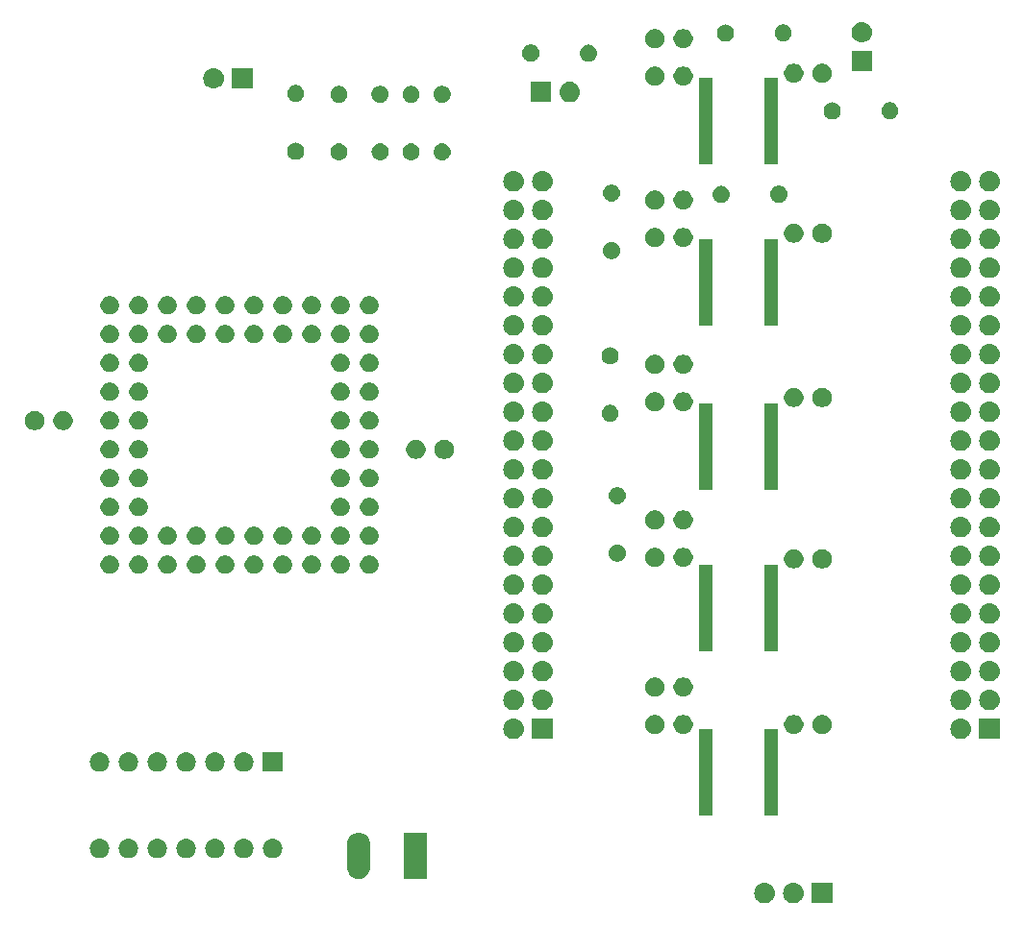
<source format=gbr>
G04 #@! TF.GenerationSoftware,KiCad,Pcbnew,(5.1.4)-1*
G04 #@! TF.CreationDate,2019-09-23T20:10:07+02:00*
G04 #@! TF.ProjectId,Konami-2_DE10Nano_adapter,4b6f6e61-6d69-42d3-925f-444531304e61,1.1*
G04 #@! TF.SameCoordinates,Original*
G04 #@! TF.FileFunction,Soldermask,Top*
G04 #@! TF.FilePolarity,Negative*
%FSLAX46Y46*%
G04 Gerber Fmt 4.6, Leading zero omitted, Abs format (unit mm)*
G04 Created by KiCad (PCBNEW (5.1.4)-1) date 2019-09-23 20:10:07*
%MOMM*%
%LPD*%
G04 APERTURE LIST*
%ADD10C,0.100000*%
G04 APERTURE END LIST*
D10*
G36*
X239153000Y-124853000D02*
G01*
X237351000Y-124853000D01*
X237351000Y-123051000D01*
X239153000Y-123051000D01*
X239153000Y-124853000D01*
X239153000Y-124853000D01*
G37*
G36*
X235822442Y-123057518D02*
G01*
X235888627Y-123064037D01*
X236058466Y-123115557D01*
X236214991Y-123199222D01*
X236250729Y-123228552D01*
X236352186Y-123311814D01*
X236435448Y-123413271D01*
X236464778Y-123449009D01*
X236548443Y-123605534D01*
X236599963Y-123775373D01*
X236617359Y-123952000D01*
X236599963Y-124128627D01*
X236548443Y-124298466D01*
X236464778Y-124454991D01*
X236435448Y-124490729D01*
X236352186Y-124592186D01*
X236250729Y-124675448D01*
X236214991Y-124704778D01*
X236058466Y-124788443D01*
X235888627Y-124839963D01*
X235822442Y-124846482D01*
X235756260Y-124853000D01*
X235667740Y-124853000D01*
X235601558Y-124846482D01*
X235535373Y-124839963D01*
X235365534Y-124788443D01*
X235209009Y-124704778D01*
X235173271Y-124675448D01*
X235071814Y-124592186D01*
X234988552Y-124490729D01*
X234959222Y-124454991D01*
X234875557Y-124298466D01*
X234824037Y-124128627D01*
X234806641Y-123952000D01*
X234824037Y-123775373D01*
X234875557Y-123605534D01*
X234959222Y-123449009D01*
X234988552Y-123413271D01*
X235071814Y-123311814D01*
X235173271Y-123228552D01*
X235209009Y-123199222D01*
X235365534Y-123115557D01*
X235535373Y-123064037D01*
X235601558Y-123057518D01*
X235667740Y-123051000D01*
X235756260Y-123051000D01*
X235822442Y-123057518D01*
X235822442Y-123057518D01*
G37*
G36*
X233282442Y-123057518D02*
G01*
X233348627Y-123064037D01*
X233518466Y-123115557D01*
X233674991Y-123199222D01*
X233710729Y-123228552D01*
X233812186Y-123311814D01*
X233895448Y-123413271D01*
X233924778Y-123449009D01*
X234008443Y-123605534D01*
X234059963Y-123775373D01*
X234077359Y-123952000D01*
X234059963Y-124128627D01*
X234008443Y-124298466D01*
X233924778Y-124454991D01*
X233895448Y-124490729D01*
X233812186Y-124592186D01*
X233710729Y-124675448D01*
X233674991Y-124704778D01*
X233518466Y-124788443D01*
X233348627Y-124839963D01*
X233282442Y-124846482D01*
X233216260Y-124853000D01*
X233127740Y-124853000D01*
X233061558Y-124846482D01*
X232995373Y-124839963D01*
X232825534Y-124788443D01*
X232669009Y-124704778D01*
X232633271Y-124675448D01*
X232531814Y-124592186D01*
X232448552Y-124490729D01*
X232419222Y-124454991D01*
X232335557Y-124298466D01*
X232284037Y-124128627D01*
X232266641Y-123952000D01*
X232284037Y-123775373D01*
X232335557Y-123605534D01*
X232419222Y-123449009D01*
X232448552Y-123413271D01*
X232531814Y-123311814D01*
X232633271Y-123228552D01*
X232669009Y-123199222D01*
X232825534Y-123115557D01*
X232995373Y-123064037D01*
X233061558Y-123057518D01*
X233127740Y-123051000D01*
X233216260Y-123051000D01*
X233282442Y-123057518D01*
X233282442Y-123057518D01*
G37*
G36*
X197642072Y-118634063D02*
G01*
X197838301Y-118693589D01*
X197838303Y-118693590D01*
X198019145Y-118790252D01*
X198177660Y-118920340D01*
X198307747Y-119078854D01*
X198404411Y-119259699D01*
X198463937Y-119455928D01*
X198479000Y-119608868D01*
X198479000Y-121691132D01*
X198463937Y-121844072D01*
X198404411Y-122040300D01*
X198404410Y-122040303D01*
X198307748Y-122221145D01*
X198177660Y-122379660D01*
X198060437Y-122475860D01*
X198019146Y-122509747D01*
X197838300Y-122606411D01*
X197642071Y-122665937D01*
X197438000Y-122686036D01*
X197233928Y-122665937D01*
X197037699Y-122606411D01*
X197037697Y-122606410D01*
X196856855Y-122509748D01*
X196698340Y-122379660D01*
X196602140Y-122262437D01*
X196568253Y-122221146D01*
X196471589Y-122040300D01*
X196412063Y-121844071D01*
X196397000Y-121691131D01*
X196397001Y-119608868D01*
X196412064Y-119455928D01*
X196471590Y-119259699D01*
X196568254Y-119078854D01*
X196698341Y-118920340D01*
X196856856Y-118790252D01*
X197037698Y-118693590D01*
X197037700Y-118693589D01*
X197233929Y-118634063D01*
X197438000Y-118613964D01*
X197642072Y-118634063D01*
X197642072Y-118634063D01*
G37*
G36*
X203479000Y-122681000D02*
G01*
X201397000Y-122681000D01*
X201397000Y-118619000D01*
X203479000Y-118619000D01*
X203479000Y-122681000D01*
X203479000Y-122681000D01*
G37*
G36*
X187491823Y-119176313D02*
G01*
X187652242Y-119224976D01*
X187717200Y-119259697D01*
X187800078Y-119303996D01*
X187929659Y-119410341D01*
X188036004Y-119539922D01*
X188036005Y-119539924D01*
X188115024Y-119687758D01*
X188163687Y-119848177D01*
X188180117Y-120015000D01*
X188163687Y-120181823D01*
X188115024Y-120342242D01*
X188044114Y-120474906D01*
X188036004Y-120490078D01*
X187929659Y-120619659D01*
X187800078Y-120726004D01*
X187800076Y-120726005D01*
X187652242Y-120805024D01*
X187491823Y-120853687D01*
X187366804Y-120866000D01*
X187283196Y-120866000D01*
X187158177Y-120853687D01*
X186997758Y-120805024D01*
X186849924Y-120726005D01*
X186849922Y-120726004D01*
X186720341Y-120619659D01*
X186613996Y-120490078D01*
X186605886Y-120474906D01*
X186534976Y-120342242D01*
X186486313Y-120181823D01*
X186469883Y-120015000D01*
X186486313Y-119848177D01*
X186534976Y-119687758D01*
X186613995Y-119539924D01*
X186613996Y-119539922D01*
X186720341Y-119410341D01*
X186849922Y-119303996D01*
X186932800Y-119259697D01*
X186997758Y-119224976D01*
X187158177Y-119176313D01*
X187283196Y-119164000D01*
X187366804Y-119164000D01*
X187491823Y-119176313D01*
X187491823Y-119176313D01*
G37*
G36*
X184951823Y-119176313D02*
G01*
X185112242Y-119224976D01*
X185177200Y-119259697D01*
X185260078Y-119303996D01*
X185389659Y-119410341D01*
X185496004Y-119539922D01*
X185496005Y-119539924D01*
X185575024Y-119687758D01*
X185623687Y-119848177D01*
X185640117Y-120015000D01*
X185623687Y-120181823D01*
X185575024Y-120342242D01*
X185504114Y-120474906D01*
X185496004Y-120490078D01*
X185389659Y-120619659D01*
X185260078Y-120726004D01*
X185260076Y-120726005D01*
X185112242Y-120805024D01*
X184951823Y-120853687D01*
X184826804Y-120866000D01*
X184743196Y-120866000D01*
X184618177Y-120853687D01*
X184457758Y-120805024D01*
X184309924Y-120726005D01*
X184309922Y-120726004D01*
X184180341Y-120619659D01*
X184073996Y-120490078D01*
X184065886Y-120474906D01*
X183994976Y-120342242D01*
X183946313Y-120181823D01*
X183929883Y-120015000D01*
X183946313Y-119848177D01*
X183994976Y-119687758D01*
X184073995Y-119539924D01*
X184073996Y-119539922D01*
X184180341Y-119410341D01*
X184309922Y-119303996D01*
X184392800Y-119259697D01*
X184457758Y-119224976D01*
X184618177Y-119176313D01*
X184743196Y-119164000D01*
X184826804Y-119164000D01*
X184951823Y-119176313D01*
X184951823Y-119176313D01*
G37*
G36*
X182411823Y-119176313D02*
G01*
X182572242Y-119224976D01*
X182637200Y-119259697D01*
X182720078Y-119303996D01*
X182849659Y-119410341D01*
X182956004Y-119539922D01*
X182956005Y-119539924D01*
X183035024Y-119687758D01*
X183083687Y-119848177D01*
X183100117Y-120015000D01*
X183083687Y-120181823D01*
X183035024Y-120342242D01*
X182964114Y-120474906D01*
X182956004Y-120490078D01*
X182849659Y-120619659D01*
X182720078Y-120726004D01*
X182720076Y-120726005D01*
X182572242Y-120805024D01*
X182411823Y-120853687D01*
X182286804Y-120866000D01*
X182203196Y-120866000D01*
X182078177Y-120853687D01*
X181917758Y-120805024D01*
X181769924Y-120726005D01*
X181769922Y-120726004D01*
X181640341Y-120619659D01*
X181533996Y-120490078D01*
X181525886Y-120474906D01*
X181454976Y-120342242D01*
X181406313Y-120181823D01*
X181389883Y-120015000D01*
X181406313Y-119848177D01*
X181454976Y-119687758D01*
X181533995Y-119539924D01*
X181533996Y-119539922D01*
X181640341Y-119410341D01*
X181769922Y-119303996D01*
X181852800Y-119259697D01*
X181917758Y-119224976D01*
X182078177Y-119176313D01*
X182203196Y-119164000D01*
X182286804Y-119164000D01*
X182411823Y-119176313D01*
X182411823Y-119176313D01*
G37*
G36*
X179871823Y-119176313D02*
G01*
X180032242Y-119224976D01*
X180097200Y-119259697D01*
X180180078Y-119303996D01*
X180309659Y-119410341D01*
X180416004Y-119539922D01*
X180416005Y-119539924D01*
X180495024Y-119687758D01*
X180543687Y-119848177D01*
X180560117Y-120015000D01*
X180543687Y-120181823D01*
X180495024Y-120342242D01*
X180424114Y-120474906D01*
X180416004Y-120490078D01*
X180309659Y-120619659D01*
X180180078Y-120726004D01*
X180180076Y-120726005D01*
X180032242Y-120805024D01*
X179871823Y-120853687D01*
X179746804Y-120866000D01*
X179663196Y-120866000D01*
X179538177Y-120853687D01*
X179377758Y-120805024D01*
X179229924Y-120726005D01*
X179229922Y-120726004D01*
X179100341Y-120619659D01*
X178993996Y-120490078D01*
X178985886Y-120474906D01*
X178914976Y-120342242D01*
X178866313Y-120181823D01*
X178849883Y-120015000D01*
X178866313Y-119848177D01*
X178914976Y-119687758D01*
X178993995Y-119539924D01*
X178993996Y-119539922D01*
X179100341Y-119410341D01*
X179229922Y-119303996D01*
X179312800Y-119259697D01*
X179377758Y-119224976D01*
X179538177Y-119176313D01*
X179663196Y-119164000D01*
X179746804Y-119164000D01*
X179871823Y-119176313D01*
X179871823Y-119176313D01*
G37*
G36*
X177331823Y-119176313D02*
G01*
X177492242Y-119224976D01*
X177557200Y-119259697D01*
X177640078Y-119303996D01*
X177769659Y-119410341D01*
X177876004Y-119539922D01*
X177876005Y-119539924D01*
X177955024Y-119687758D01*
X178003687Y-119848177D01*
X178020117Y-120015000D01*
X178003687Y-120181823D01*
X177955024Y-120342242D01*
X177884114Y-120474906D01*
X177876004Y-120490078D01*
X177769659Y-120619659D01*
X177640078Y-120726004D01*
X177640076Y-120726005D01*
X177492242Y-120805024D01*
X177331823Y-120853687D01*
X177206804Y-120866000D01*
X177123196Y-120866000D01*
X176998177Y-120853687D01*
X176837758Y-120805024D01*
X176689924Y-120726005D01*
X176689922Y-120726004D01*
X176560341Y-120619659D01*
X176453996Y-120490078D01*
X176445886Y-120474906D01*
X176374976Y-120342242D01*
X176326313Y-120181823D01*
X176309883Y-120015000D01*
X176326313Y-119848177D01*
X176374976Y-119687758D01*
X176453995Y-119539924D01*
X176453996Y-119539922D01*
X176560341Y-119410341D01*
X176689922Y-119303996D01*
X176772800Y-119259697D01*
X176837758Y-119224976D01*
X176998177Y-119176313D01*
X177123196Y-119164000D01*
X177206804Y-119164000D01*
X177331823Y-119176313D01*
X177331823Y-119176313D01*
G37*
G36*
X174791823Y-119176313D02*
G01*
X174952242Y-119224976D01*
X175017200Y-119259697D01*
X175100078Y-119303996D01*
X175229659Y-119410341D01*
X175336004Y-119539922D01*
X175336005Y-119539924D01*
X175415024Y-119687758D01*
X175463687Y-119848177D01*
X175480117Y-120015000D01*
X175463687Y-120181823D01*
X175415024Y-120342242D01*
X175344114Y-120474906D01*
X175336004Y-120490078D01*
X175229659Y-120619659D01*
X175100078Y-120726004D01*
X175100076Y-120726005D01*
X174952242Y-120805024D01*
X174791823Y-120853687D01*
X174666804Y-120866000D01*
X174583196Y-120866000D01*
X174458177Y-120853687D01*
X174297758Y-120805024D01*
X174149924Y-120726005D01*
X174149922Y-120726004D01*
X174020341Y-120619659D01*
X173913996Y-120490078D01*
X173905886Y-120474906D01*
X173834976Y-120342242D01*
X173786313Y-120181823D01*
X173769883Y-120015000D01*
X173786313Y-119848177D01*
X173834976Y-119687758D01*
X173913995Y-119539924D01*
X173913996Y-119539922D01*
X174020341Y-119410341D01*
X174149922Y-119303996D01*
X174232800Y-119259697D01*
X174297758Y-119224976D01*
X174458177Y-119176313D01*
X174583196Y-119164000D01*
X174666804Y-119164000D01*
X174791823Y-119176313D01*
X174791823Y-119176313D01*
G37*
G36*
X190031823Y-119176313D02*
G01*
X190192242Y-119224976D01*
X190257200Y-119259697D01*
X190340078Y-119303996D01*
X190469659Y-119410341D01*
X190576004Y-119539922D01*
X190576005Y-119539924D01*
X190655024Y-119687758D01*
X190703687Y-119848177D01*
X190720117Y-120015000D01*
X190703687Y-120181823D01*
X190655024Y-120342242D01*
X190584114Y-120474906D01*
X190576004Y-120490078D01*
X190469659Y-120619659D01*
X190340078Y-120726004D01*
X190340076Y-120726005D01*
X190192242Y-120805024D01*
X190031823Y-120853687D01*
X189906804Y-120866000D01*
X189823196Y-120866000D01*
X189698177Y-120853687D01*
X189537758Y-120805024D01*
X189389924Y-120726005D01*
X189389922Y-120726004D01*
X189260341Y-120619659D01*
X189153996Y-120490078D01*
X189145886Y-120474906D01*
X189074976Y-120342242D01*
X189026313Y-120181823D01*
X189009883Y-120015000D01*
X189026313Y-119848177D01*
X189074976Y-119687758D01*
X189153995Y-119539924D01*
X189153996Y-119539922D01*
X189260341Y-119410341D01*
X189389922Y-119303996D01*
X189472800Y-119259697D01*
X189537758Y-119224976D01*
X189698177Y-119176313D01*
X189823196Y-119164000D01*
X189906804Y-119164000D01*
X190031823Y-119176313D01*
X190031823Y-119176313D01*
G37*
G36*
X234337000Y-117110000D02*
G01*
X233135000Y-117110000D01*
X233135000Y-109458000D01*
X234337000Y-109458000D01*
X234337000Y-117110000D01*
X234337000Y-117110000D01*
G37*
G36*
X228637000Y-117110000D02*
G01*
X227435000Y-117110000D01*
X227435000Y-109458000D01*
X228637000Y-109458000D01*
X228637000Y-117110000D01*
X228637000Y-117110000D01*
G37*
G36*
X179871823Y-111556313D02*
G01*
X180032242Y-111604976D01*
X180164906Y-111675886D01*
X180180078Y-111683996D01*
X180309659Y-111790341D01*
X180416004Y-111919922D01*
X180416005Y-111919924D01*
X180495024Y-112067758D01*
X180543687Y-112228177D01*
X180560117Y-112395000D01*
X180543687Y-112561823D01*
X180495024Y-112722242D01*
X180424114Y-112854906D01*
X180416004Y-112870078D01*
X180309659Y-112999659D01*
X180180078Y-113106004D01*
X180180076Y-113106005D01*
X180032242Y-113185024D01*
X179871823Y-113233687D01*
X179746804Y-113246000D01*
X179663196Y-113246000D01*
X179538177Y-113233687D01*
X179377758Y-113185024D01*
X179229924Y-113106005D01*
X179229922Y-113106004D01*
X179100341Y-112999659D01*
X178993996Y-112870078D01*
X178985886Y-112854906D01*
X178914976Y-112722242D01*
X178866313Y-112561823D01*
X178849883Y-112395000D01*
X178866313Y-112228177D01*
X178914976Y-112067758D01*
X178993995Y-111919924D01*
X178993996Y-111919922D01*
X179100341Y-111790341D01*
X179229922Y-111683996D01*
X179245094Y-111675886D01*
X179377758Y-111604976D01*
X179538177Y-111556313D01*
X179663196Y-111544000D01*
X179746804Y-111544000D01*
X179871823Y-111556313D01*
X179871823Y-111556313D01*
G37*
G36*
X174791823Y-111556313D02*
G01*
X174952242Y-111604976D01*
X175084906Y-111675886D01*
X175100078Y-111683996D01*
X175229659Y-111790341D01*
X175336004Y-111919922D01*
X175336005Y-111919924D01*
X175415024Y-112067758D01*
X175463687Y-112228177D01*
X175480117Y-112395000D01*
X175463687Y-112561823D01*
X175415024Y-112722242D01*
X175344114Y-112854906D01*
X175336004Y-112870078D01*
X175229659Y-112999659D01*
X175100078Y-113106004D01*
X175100076Y-113106005D01*
X174952242Y-113185024D01*
X174791823Y-113233687D01*
X174666804Y-113246000D01*
X174583196Y-113246000D01*
X174458177Y-113233687D01*
X174297758Y-113185024D01*
X174149924Y-113106005D01*
X174149922Y-113106004D01*
X174020341Y-112999659D01*
X173913996Y-112870078D01*
X173905886Y-112854906D01*
X173834976Y-112722242D01*
X173786313Y-112561823D01*
X173769883Y-112395000D01*
X173786313Y-112228177D01*
X173834976Y-112067758D01*
X173913995Y-111919924D01*
X173913996Y-111919922D01*
X174020341Y-111790341D01*
X174149922Y-111683996D01*
X174165094Y-111675886D01*
X174297758Y-111604976D01*
X174458177Y-111556313D01*
X174583196Y-111544000D01*
X174666804Y-111544000D01*
X174791823Y-111556313D01*
X174791823Y-111556313D01*
G37*
G36*
X177331823Y-111556313D02*
G01*
X177492242Y-111604976D01*
X177624906Y-111675886D01*
X177640078Y-111683996D01*
X177769659Y-111790341D01*
X177876004Y-111919922D01*
X177876005Y-111919924D01*
X177955024Y-112067758D01*
X178003687Y-112228177D01*
X178020117Y-112395000D01*
X178003687Y-112561823D01*
X177955024Y-112722242D01*
X177884114Y-112854906D01*
X177876004Y-112870078D01*
X177769659Y-112999659D01*
X177640078Y-113106004D01*
X177640076Y-113106005D01*
X177492242Y-113185024D01*
X177331823Y-113233687D01*
X177206804Y-113246000D01*
X177123196Y-113246000D01*
X176998177Y-113233687D01*
X176837758Y-113185024D01*
X176689924Y-113106005D01*
X176689922Y-113106004D01*
X176560341Y-112999659D01*
X176453996Y-112870078D01*
X176445886Y-112854906D01*
X176374976Y-112722242D01*
X176326313Y-112561823D01*
X176309883Y-112395000D01*
X176326313Y-112228177D01*
X176374976Y-112067758D01*
X176453995Y-111919924D01*
X176453996Y-111919922D01*
X176560341Y-111790341D01*
X176689922Y-111683996D01*
X176705094Y-111675886D01*
X176837758Y-111604976D01*
X176998177Y-111556313D01*
X177123196Y-111544000D01*
X177206804Y-111544000D01*
X177331823Y-111556313D01*
X177331823Y-111556313D01*
G37*
G36*
X182411823Y-111556313D02*
G01*
X182572242Y-111604976D01*
X182704906Y-111675886D01*
X182720078Y-111683996D01*
X182849659Y-111790341D01*
X182956004Y-111919922D01*
X182956005Y-111919924D01*
X183035024Y-112067758D01*
X183083687Y-112228177D01*
X183100117Y-112395000D01*
X183083687Y-112561823D01*
X183035024Y-112722242D01*
X182964114Y-112854906D01*
X182956004Y-112870078D01*
X182849659Y-112999659D01*
X182720078Y-113106004D01*
X182720076Y-113106005D01*
X182572242Y-113185024D01*
X182411823Y-113233687D01*
X182286804Y-113246000D01*
X182203196Y-113246000D01*
X182078177Y-113233687D01*
X181917758Y-113185024D01*
X181769924Y-113106005D01*
X181769922Y-113106004D01*
X181640341Y-112999659D01*
X181533996Y-112870078D01*
X181525886Y-112854906D01*
X181454976Y-112722242D01*
X181406313Y-112561823D01*
X181389883Y-112395000D01*
X181406313Y-112228177D01*
X181454976Y-112067758D01*
X181533995Y-111919924D01*
X181533996Y-111919922D01*
X181640341Y-111790341D01*
X181769922Y-111683996D01*
X181785094Y-111675886D01*
X181917758Y-111604976D01*
X182078177Y-111556313D01*
X182203196Y-111544000D01*
X182286804Y-111544000D01*
X182411823Y-111556313D01*
X182411823Y-111556313D01*
G37*
G36*
X184951823Y-111556313D02*
G01*
X185112242Y-111604976D01*
X185244906Y-111675886D01*
X185260078Y-111683996D01*
X185389659Y-111790341D01*
X185496004Y-111919922D01*
X185496005Y-111919924D01*
X185575024Y-112067758D01*
X185623687Y-112228177D01*
X185640117Y-112395000D01*
X185623687Y-112561823D01*
X185575024Y-112722242D01*
X185504114Y-112854906D01*
X185496004Y-112870078D01*
X185389659Y-112999659D01*
X185260078Y-113106004D01*
X185260076Y-113106005D01*
X185112242Y-113185024D01*
X184951823Y-113233687D01*
X184826804Y-113246000D01*
X184743196Y-113246000D01*
X184618177Y-113233687D01*
X184457758Y-113185024D01*
X184309924Y-113106005D01*
X184309922Y-113106004D01*
X184180341Y-112999659D01*
X184073996Y-112870078D01*
X184065886Y-112854906D01*
X183994976Y-112722242D01*
X183946313Y-112561823D01*
X183929883Y-112395000D01*
X183946313Y-112228177D01*
X183994976Y-112067758D01*
X184073995Y-111919924D01*
X184073996Y-111919922D01*
X184180341Y-111790341D01*
X184309922Y-111683996D01*
X184325094Y-111675886D01*
X184457758Y-111604976D01*
X184618177Y-111556313D01*
X184743196Y-111544000D01*
X184826804Y-111544000D01*
X184951823Y-111556313D01*
X184951823Y-111556313D01*
G37*
G36*
X190716000Y-113246000D02*
G01*
X189014000Y-113246000D01*
X189014000Y-111544000D01*
X190716000Y-111544000D01*
X190716000Y-113246000D01*
X190716000Y-113246000D01*
G37*
G36*
X187491823Y-111556313D02*
G01*
X187652242Y-111604976D01*
X187784906Y-111675886D01*
X187800078Y-111683996D01*
X187929659Y-111790341D01*
X188036004Y-111919922D01*
X188036005Y-111919924D01*
X188115024Y-112067758D01*
X188163687Y-112228177D01*
X188180117Y-112395000D01*
X188163687Y-112561823D01*
X188115024Y-112722242D01*
X188044114Y-112854906D01*
X188036004Y-112870078D01*
X187929659Y-112999659D01*
X187800078Y-113106004D01*
X187800076Y-113106005D01*
X187652242Y-113185024D01*
X187491823Y-113233687D01*
X187366804Y-113246000D01*
X187283196Y-113246000D01*
X187158177Y-113233687D01*
X186997758Y-113185024D01*
X186849924Y-113106005D01*
X186849922Y-113106004D01*
X186720341Y-112999659D01*
X186613996Y-112870078D01*
X186605886Y-112854906D01*
X186534976Y-112722242D01*
X186486313Y-112561823D01*
X186469883Y-112395000D01*
X186486313Y-112228177D01*
X186534976Y-112067758D01*
X186613995Y-111919924D01*
X186613996Y-111919922D01*
X186720341Y-111790341D01*
X186849922Y-111683996D01*
X186865094Y-111675886D01*
X186997758Y-111604976D01*
X187158177Y-111556313D01*
X187283196Y-111544000D01*
X187366804Y-111544000D01*
X187491823Y-111556313D01*
X187491823Y-111556313D01*
G37*
G36*
X211184442Y-108579518D02*
G01*
X211250627Y-108586037D01*
X211420466Y-108637557D01*
X211576991Y-108721222D01*
X211612729Y-108750552D01*
X211714186Y-108833814D01*
X211797448Y-108935271D01*
X211826778Y-108971009D01*
X211910443Y-109127534D01*
X211961963Y-109297373D01*
X211979359Y-109474000D01*
X211961963Y-109650627D01*
X211910443Y-109820466D01*
X211826778Y-109976991D01*
X211797448Y-110012729D01*
X211714186Y-110114186D01*
X211612729Y-110197448D01*
X211576991Y-110226778D01*
X211420466Y-110310443D01*
X211250627Y-110361963D01*
X211184442Y-110368482D01*
X211118260Y-110375000D01*
X211029740Y-110375000D01*
X210963558Y-110368482D01*
X210897373Y-110361963D01*
X210727534Y-110310443D01*
X210571009Y-110226778D01*
X210535271Y-110197448D01*
X210433814Y-110114186D01*
X210350552Y-110012729D01*
X210321222Y-109976991D01*
X210237557Y-109820466D01*
X210186037Y-109650627D01*
X210168641Y-109474000D01*
X210186037Y-109297373D01*
X210237557Y-109127534D01*
X210321222Y-108971009D01*
X210350552Y-108935271D01*
X210433814Y-108833814D01*
X210535271Y-108750552D01*
X210571009Y-108721222D01*
X210727534Y-108637557D01*
X210897373Y-108586037D01*
X210963558Y-108579518D01*
X211029740Y-108573000D01*
X211118260Y-108573000D01*
X211184442Y-108579518D01*
X211184442Y-108579518D01*
G37*
G36*
X250554442Y-108579518D02*
G01*
X250620627Y-108586037D01*
X250790466Y-108637557D01*
X250946991Y-108721222D01*
X250982729Y-108750552D01*
X251084186Y-108833814D01*
X251167448Y-108935271D01*
X251196778Y-108971009D01*
X251280443Y-109127534D01*
X251331963Y-109297373D01*
X251349359Y-109474000D01*
X251331963Y-109650627D01*
X251280443Y-109820466D01*
X251196778Y-109976991D01*
X251167448Y-110012729D01*
X251084186Y-110114186D01*
X250982729Y-110197448D01*
X250946991Y-110226778D01*
X250790466Y-110310443D01*
X250620627Y-110361963D01*
X250554442Y-110368482D01*
X250488260Y-110375000D01*
X250399740Y-110375000D01*
X250333558Y-110368482D01*
X250267373Y-110361963D01*
X250097534Y-110310443D01*
X249941009Y-110226778D01*
X249905271Y-110197448D01*
X249803814Y-110114186D01*
X249720552Y-110012729D01*
X249691222Y-109976991D01*
X249607557Y-109820466D01*
X249556037Y-109650627D01*
X249538641Y-109474000D01*
X249556037Y-109297373D01*
X249607557Y-109127534D01*
X249691222Y-108971009D01*
X249720552Y-108935271D01*
X249803814Y-108833814D01*
X249905271Y-108750552D01*
X249941009Y-108721222D01*
X250097534Y-108637557D01*
X250267373Y-108586037D01*
X250333558Y-108579518D01*
X250399740Y-108573000D01*
X250488260Y-108573000D01*
X250554442Y-108579518D01*
X250554442Y-108579518D01*
G37*
G36*
X253885000Y-110375000D02*
G01*
X252083000Y-110375000D01*
X252083000Y-108573000D01*
X253885000Y-108573000D01*
X253885000Y-110375000D01*
X253885000Y-110375000D01*
G37*
G36*
X214515000Y-110375000D02*
G01*
X212713000Y-110375000D01*
X212713000Y-108573000D01*
X214515000Y-108573000D01*
X214515000Y-110375000D01*
X214515000Y-110375000D01*
G37*
G36*
X238500228Y-108274703D02*
G01*
X238655100Y-108338853D01*
X238794481Y-108431985D01*
X238913015Y-108550519D01*
X239006147Y-108689900D01*
X239070297Y-108844772D01*
X239103000Y-109009184D01*
X239103000Y-109176816D01*
X239070297Y-109341228D01*
X239006147Y-109496100D01*
X238913015Y-109635481D01*
X238794481Y-109754015D01*
X238655100Y-109847147D01*
X238500228Y-109911297D01*
X238335816Y-109944000D01*
X238168184Y-109944000D01*
X238003772Y-109911297D01*
X237848900Y-109847147D01*
X237709519Y-109754015D01*
X237590985Y-109635481D01*
X237497853Y-109496100D01*
X237433703Y-109341228D01*
X237401000Y-109176816D01*
X237401000Y-109009184D01*
X237433703Y-108844772D01*
X237497853Y-108689900D01*
X237590985Y-108550519D01*
X237709519Y-108431985D01*
X237848900Y-108338853D01*
X238003772Y-108274703D01*
X238168184Y-108242000D01*
X238335816Y-108242000D01*
X238500228Y-108274703D01*
X238500228Y-108274703D01*
G37*
G36*
X236000228Y-108274703D02*
G01*
X236155100Y-108338853D01*
X236294481Y-108431985D01*
X236413015Y-108550519D01*
X236506147Y-108689900D01*
X236570297Y-108844772D01*
X236603000Y-109009184D01*
X236603000Y-109176816D01*
X236570297Y-109341228D01*
X236506147Y-109496100D01*
X236413015Y-109635481D01*
X236294481Y-109754015D01*
X236155100Y-109847147D01*
X236000228Y-109911297D01*
X235835816Y-109944000D01*
X235668184Y-109944000D01*
X235503772Y-109911297D01*
X235348900Y-109847147D01*
X235209519Y-109754015D01*
X235090985Y-109635481D01*
X234997853Y-109496100D01*
X234933703Y-109341228D01*
X234901000Y-109176816D01*
X234901000Y-109009184D01*
X234933703Y-108844772D01*
X234997853Y-108689900D01*
X235090985Y-108550519D01*
X235209519Y-108431985D01*
X235348900Y-108338853D01*
X235503772Y-108274703D01*
X235668184Y-108242000D01*
X235835816Y-108242000D01*
X236000228Y-108274703D01*
X236000228Y-108274703D01*
G37*
G36*
X223768228Y-108274703D02*
G01*
X223923100Y-108338853D01*
X224062481Y-108431985D01*
X224181015Y-108550519D01*
X224274147Y-108689900D01*
X224338297Y-108844772D01*
X224371000Y-109009184D01*
X224371000Y-109176816D01*
X224338297Y-109341228D01*
X224274147Y-109496100D01*
X224181015Y-109635481D01*
X224062481Y-109754015D01*
X223923100Y-109847147D01*
X223768228Y-109911297D01*
X223603816Y-109944000D01*
X223436184Y-109944000D01*
X223271772Y-109911297D01*
X223116900Y-109847147D01*
X222977519Y-109754015D01*
X222858985Y-109635481D01*
X222765853Y-109496100D01*
X222701703Y-109341228D01*
X222669000Y-109176816D01*
X222669000Y-109009184D01*
X222701703Y-108844772D01*
X222765853Y-108689900D01*
X222858985Y-108550519D01*
X222977519Y-108431985D01*
X223116900Y-108338853D01*
X223271772Y-108274703D01*
X223436184Y-108242000D01*
X223603816Y-108242000D01*
X223768228Y-108274703D01*
X223768228Y-108274703D01*
G37*
G36*
X226268228Y-108274703D02*
G01*
X226423100Y-108338853D01*
X226562481Y-108431985D01*
X226681015Y-108550519D01*
X226774147Y-108689900D01*
X226838297Y-108844772D01*
X226871000Y-109009184D01*
X226871000Y-109176816D01*
X226838297Y-109341228D01*
X226774147Y-109496100D01*
X226681015Y-109635481D01*
X226562481Y-109754015D01*
X226423100Y-109847147D01*
X226268228Y-109911297D01*
X226103816Y-109944000D01*
X225936184Y-109944000D01*
X225771772Y-109911297D01*
X225616900Y-109847147D01*
X225477519Y-109754015D01*
X225358985Y-109635481D01*
X225265853Y-109496100D01*
X225201703Y-109341228D01*
X225169000Y-109176816D01*
X225169000Y-109009184D01*
X225201703Y-108844772D01*
X225265853Y-108689900D01*
X225358985Y-108550519D01*
X225477519Y-108431985D01*
X225616900Y-108338853D01*
X225771772Y-108274703D01*
X225936184Y-108242000D01*
X226103816Y-108242000D01*
X226268228Y-108274703D01*
X226268228Y-108274703D01*
G37*
G36*
X211181493Y-106039228D02*
G01*
X211250627Y-106046037D01*
X211420466Y-106097557D01*
X211576991Y-106181222D01*
X211612729Y-106210552D01*
X211714186Y-106293814D01*
X211797448Y-106395271D01*
X211826778Y-106431009D01*
X211910443Y-106587534D01*
X211961963Y-106757373D01*
X211979359Y-106934000D01*
X211961963Y-107110627D01*
X211910443Y-107280466D01*
X211826778Y-107436991D01*
X211797448Y-107472729D01*
X211714186Y-107574186D01*
X211612729Y-107657448D01*
X211576991Y-107686778D01*
X211420466Y-107770443D01*
X211250627Y-107821963D01*
X211184443Y-107828481D01*
X211118260Y-107835000D01*
X211029740Y-107835000D01*
X210963557Y-107828481D01*
X210897373Y-107821963D01*
X210727534Y-107770443D01*
X210571009Y-107686778D01*
X210535271Y-107657448D01*
X210433814Y-107574186D01*
X210350552Y-107472729D01*
X210321222Y-107436991D01*
X210237557Y-107280466D01*
X210186037Y-107110627D01*
X210168641Y-106934000D01*
X210186037Y-106757373D01*
X210237557Y-106587534D01*
X210321222Y-106431009D01*
X210350552Y-106395271D01*
X210433814Y-106293814D01*
X210535271Y-106210552D01*
X210571009Y-106181222D01*
X210727534Y-106097557D01*
X210897373Y-106046037D01*
X210966507Y-106039228D01*
X211029740Y-106033000D01*
X211118260Y-106033000D01*
X211181493Y-106039228D01*
X211181493Y-106039228D01*
G37*
G36*
X253091493Y-106039228D02*
G01*
X253160627Y-106046037D01*
X253330466Y-106097557D01*
X253486991Y-106181222D01*
X253522729Y-106210552D01*
X253624186Y-106293814D01*
X253707448Y-106395271D01*
X253736778Y-106431009D01*
X253820443Y-106587534D01*
X253871963Y-106757373D01*
X253889359Y-106934000D01*
X253871963Y-107110627D01*
X253820443Y-107280466D01*
X253736778Y-107436991D01*
X253707448Y-107472729D01*
X253624186Y-107574186D01*
X253522729Y-107657448D01*
X253486991Y-107686778D01*
X253330466Y-107770443D01*
X253160627Y-107821963D01*
X253094443Y-107828481D01*
X253028260Y-107835000D01*
X252939740Y-107835000D01*
X252873557Y-107828481D01*
X252807373Y-107821963D01*
X252637534Y-107770443D01*
X252481009Y-107686778D01*
X252445271Y-107657448D01*
X252343814Y-107574186D01*
X252260552Y-107472729D01*
X252231222Y-107436991D01*
X252147557Y-107280466D01*
X252096037Y-107110627D01*
X252078641Y-106934000D01*
X252096037Y-106757373D01*
X252147557Y-106587534D01*
X252231222Y-106431009D01*
X252260552Y-106395271D01*
X252343814Y-106293814D01*
X252445271Y-106210552D01*
X252481009Y-106181222D01*
X252637534Y-106097557D01*
X252807373Y-106046037D01*
X252876507Y-106039228D01*
X252939740Y-106033000D01*
X253028260Y-106033000D01*
X253091493Y-106039228D01*
X253091493Y-106039228D01*
G37*
G36*
X213721493Y-106039228D02*
G01*
X213790627Y-106046037D01*
X213960466Y-106097557D01*
X214116991Y-106181222D01*
X214152729Y-106210552D01*
X214254186Y-106293814D01*
X214337448Y-106395271D01*
X214366778Y-106431009D01*
X214450443Y-106587534D01*
X214501963Y-106757373D01*
X214519359Y-106934000D01*
X214501963Y-107110627D01*
X214450443Y-107280466D01*
X214366778Y-107436991D01*
X214337448Y-107472729D01*
X214254186Y-107574186D01*
X214152729Y-107657448D01*
X214116991Y-107686778D01*
X213960466Y-107770443D01*
X213790627Y-107821963D01*
X213724443Y-107828481D01*
X213658260Y-107835000D01*
X213569740Y-107835000D01*
X213503557Y-107828481D01*
X213437373Y-107821963D01*
X213267534Y-107770443D01*
X213111009Y-107686778D01*
X213075271Y-107657448D01*
X212973814Y-107574186D01*
X212890552Y-107472729D01*
X212861222Y-107436991D01*
X212777557Y-107280466D01*
X212726037Y-107110627D01*
X212708641Y-106934000D01*
X212726037Y-106757373D01*
X212777557Y-106587534D01*
X212861222Y-106431009D01*
X212890552Y-106395271D01*
X212973814Y-106293814D01*
X213075271Y-106210552D01*
X213111009Y-106181222D01*
X213267534Y-106097557D01*
X213437373Y-106046037D01*
X213506507Y-106039228D01*
X213569740Y-106033000D01*
X213658260Y-106033000D01*
X213721493Y-106039228D01*
X213721493Y-106039228D01*
G37*
G36*
X250551493Y-106039228D02*
G01*
X250620627Y-106046037D01*
X250790466Y-106097557D01*
X250946991Y-106181222D01*
X250982729Y-106210552D01*
X251084186Y-106293814D01*
X251167448Y-106395271D01*
X251196778Y-106431009D01*
X251280443Y-106587534D01*
X251331963Y-106757373D01*
X251349359Y-106934000D01*
X251331963Y-107110627D01*
X251280443Y-107280466D01*
X251196778Y-107436991D01*
X251167448Y-107472729D01*
X251084186Y-107574186D01*
X250982729Y-107657448D01*
X250946991Y-107686778D01*
X250790466Y-107770443D01*
X250620627Y-107821963D01*
X250554443Y-107828481D01*
X250488260Y-107835000D01*
X250399740Y-107835000D01*
X250333557Y-107828481D01*
X250267373Y-107821963D01*
X250097534Y-107770443D01*
X249941009Y-107686778D01*
X249905271Y-107657448D01*
X249803814Y-107574186D01*
X249720552Y-107472729D01*
X249691222Y-107436991D01*
X249607557Y-107280466D01*
X249556037Y-107110627D01*
X249538641Y-106934000D01*
X249556037Y-106757373D01*
X249607557Y-106587534D01*
X249691222Y-106431009D01*
X249720552Y-106395271D01*
X249803814Y-106293814D01*
X249905271Y-106210552D01*
X249941009Y-106181222D01*
X250097534Y-106097557D01*
X250267373Y-106046037D01*
X250336507Y-106039228D01*
X250399740Y-106033000D01*
X250488260Y-106033000D01*
X250551493Y-106039228D01*
X250551493Y-106039228D01*
G37*
G36*
X226268228Y-104972703D02*
G01*
X226423100Y-105036853D01*
X226562481Y-105129985D01*
X226681015Y-105248519D01*
X226774147Y-105387900D01*
X226838297Y-105542772D01*
X226871000Y-105707184D01*
X226871000Y-105874816D01*
X226838297Y-106039228D01*
X226774147Y-106194100D01*
X226681015Y-106333481D01*
X226562481Y-106452015D01*
X226423100Y-106545147D01*
X226268228Y-106609297D01*
X226103816Y-106642000D01*
X225936184Y-106642000D01*
X225771772Y-106609297D01*
X225616900Y-106545147D01*
X225477519Y-106452015D01*
X225358985Y-106333481D01*
X225265853Y-106194100D01*
X225201703Y-106039228D01*
X225169000Y-105874816D01*
X225169000Y-105707184D01*
X225201703Y-105542772D01*
X225265853Y-105387900D01*
X225358985Y-105248519D01*
X225477519Y-105129985D01*
X225616900Y-105036853D01*
X225771772Y-104972703D01*
X225936184Y-104940000D01*
X226103816Y-104940000D01*
X226268228Y-104972703D01*
X226268228Y-104972703D01*
G37*
G36*
X223768228Y-104972703D02*
G01*
X223923100Y-105036853D01*
X224062481Y-105129985D01*
X224181015Y-105248519D01*
X224274147Y-105387900D01*
X224338297Y-105542772D01*
X224371000Y-105707184D01*
X224371000Y-105874816D01*
X224338297Y-106039228D01*
X224274147Y-106194100D01*
X224181015Y-106333481D01*
X224062481Y-106452015D01*
X223923100Y-106545147D01*
X223768228Y-106609297D01*
X223603816Y-106642000D01*
X223436184Y-106642000D01*
X223271772Y-106609297D01*
X223116900Y-106545147D01*
X222977519Y-106452015D01*
X222858985Y-106333481D01*
X222765853Y-106194100D01*
X222701703Y-106039228D01*
X222669000Y-105874816D01*
X222669000Y-105707184D01*
X222701703Y-105542772D01*
X222765853Y-105387900D01*
X222858985Y-105248519D01*
X222977519Y-105129985D01*
X223116900Y-105036853D01*
X223271772Y-104972703D01*
X223436184Y-104940000D01*
X223603816Y-104940000D01*
X223768228Y-104972703D01*
X223768228Y-104972703D01*
G37*
G36*
X211184442Y-103499518D02*
G01*
X211250627Y-103506037D01*
X211420466Y-103557557D01*
X211576991Y-103641222D01*
X211612729Y-103670552D01*
X211714186Y-103753814D01*
X211797448Y-103855271D01*
X211826778Y-103891009D01*
X211910443Y-104047534D01*
X211961963Y-104217373D01*
X211979359Y-104394000D01*
X211961963Y-104570627D01*
X211910443Y-104740466D01*
X211826778Y-104896991D01*
X211797448Y-104932729D01*
X211714186Y-105034186D01*
X211612729Y-105117448D01*
X211576991Y-105146778D01*
X211420466Y-105230443D01*
X211250627Y-105281963D01*
X211184443Y-105288481D01*
X211118260Y-105295000D01*
X211029740Y-105295000D01*
X210963558Y-105288482D01*
X210897373Y-105281963D01*
X210727534Y-105230443D01*
X210571009Y-105146778D01*
X210535271Y-105117448D01*
X210433814Y-105034186D01*
X210350552Y-104932729D01*
X210321222Y-104896991D01*
X210237557Y-104740466D01*
X210186037Y-104570627D01*
X210168641Y-104394000D01*
X210186037Y-104217373D01*
X210237557Y-104047534D01*
X210321222Y-103891009D01*
X210350552Y-103855271D01*
X210433814Y-103753814D01*
X210535271Y-103670552D01*
X210571009Y-103641222D01*
X210727534Y-103557557D01*
X210897373Y-103506037D01*
X210963557Y-103499519D01*
X211029740Y-103493000D01*
X211118260Y-103493000D01*
X211184442Y-103499518D01*
X211184442Y-103499518D01*
G37*
G36*
X250554442Y-103499518D02*
G01*
X250620627Y-103506037D01*
X250790466Y-103557557D01*
X250946991Y-103641222D01*
X250982729Y-103670552D01*
X251084186Y-103753814D01*
X251167448Y-103855271D01*
X251196778Y-103891009D01*
X251280443Y-104047534D01*
X251331963Y-104217373D01*
X251349359Y-104394000D01*
X251331963Y-104570627D01*
X251280443Y-104740466D01*
X251196778Y-104896991D01*
X251167448Y-104932729D01*
X251084186Y-105034186D01*
X250982729Y-105117448D01*
X250946991Y-105146778D01*
X250790466Y-105230443D01*
X250620627Y-105281963D01*
X250554443Y-105288481D01*
X250488260Y-105295000D01*
X250399740Y-105295000D01*
X250333558Y-105288482D01*
X250267373Y-105281963D01*
X250097534Y-105230443D01*
X249941009Y-105146778D01*
X249905271Y-105117448D01*
X249803814Y-105034186D01*
X249720552Y-104932729D01*
X249691222Y-104896991D01*
X249607557Y-104740466D01*
X249556037Y-104570627D01*
X249538641Y-104394000D01*
X249556037Y-104217373D01*
X249607557Y-104047534D01*
X249691222Y-103891009D01*
X249720552Y-103855271D01*
X249803814Y-103753814D01*
X249905271Y-103670552D01*
X249941009Y-103641222D01*
X250097534Y-103557557D01*
X250267373Y-103506037D01*
X250333557Y-103499519D01*
X250399740Y-103493000D01*
X250488260Y-103493000D01*
X250554442Y-103499518D01*
X250554442Y-103499518D01*
G37*
G36*
X253094442Y-103499518D02*
G01*
X253160627Y-103506037D01*
X253330466Y-103557557D01*
X253486991Y-103641222D01*
X253522729Y-103670552D01*
X253624186Y-103753814D01*
X253707448Y-103855271D01*
X253736778Y-103891009D01*
X253820443Y-104047534D01*
X253871963Y-104217373D01*
X253889359Y-104394000D01*
X253871963Y-104570627D01*
X253820443Y-104740466D01*
X253736778Y-104896991D01*
X253707448Y-104932729D01*
X253624186Y-105034186D01*
X253522729Y-105117448D01*
X253486991Y-105146778D01*
X253330466Y-105230443D01*
X253160627Y-105281963D01*
X253094443Y-105288481D01*
X253028260Y-105295000D01*
X252939740Y-105295000D01*
X252873558Y-105288482D01*
X252807373Y-105281963D01*
X252637534Y-105230443D01*
X252481009Y-105146778D01*
X252445271Y-105117448D01*
X252343814Y-105034186D01*
X252260552Y-104932729D01*
X252231222Y-104896991D01*
X252147557Y-104740466D01*
X252096037Y-104570627D01*
X252078641Y-104394000D01*
X252096037Y-104217373D01*
X252147557Y-104047534D01*
X252231222Y-103891009D01*
X252260552Y-103855271D01*
X252343814Y-103753814D01*
X252445271Y-103670552D01*
X252481009Y-103641222D01*
X252637534Y-103557557D01*
X252807373Y-103506037D01*
X252873557Y-103499519D01*
X252939740Y-103493000D01*
X253028260Y-103493000D01*
X253094442Y-103499518D01*
X253094442Y-103499518D01*
G37*
G36*
X213724442Y-103499518D02*
G01*
X213790627Y-103506037D01*
X213960466Y-103557557D01*
X214116991Y-103641222D01*
X214152729Y-103670552D01*
X214254186Y-103753814D01*
X214337448Y-103855271D01*
X214366778Y-103891009D01*
X214450443Y-104047534D01*
X214501963Y-104217373D01*
X214519359Y-104394000D01*
X214501963Y-104570627D01*
X214450443Y-104740466D01*
X214366778Y-104896991D01*
X214337448Y-104932729D01*
X214254186Y-105034186D01*
X214152729Y-105117448D01*
X214116991Y-105146778D01*
X213960466Y-105230443D01*
X213790627Y-105281963D01*
X213724443Y-105288481D01*
X213658260Y-105295000D01*
X213569740Y-105295000D01*
X213503558Y-105288482D01*
X213437373Y-105281963D01*
X213267534Y-105230443D01*
X213111009Y-105146778D01*
X213075271Y-105117448D01*
X212973814Y-105034186D01*
X212890552Y-104932729D01*
X212861222Y-104896991D01*
X212777557Y-104740466D01*
X212726037Y-104570627D01*
X212708641Y-104394000D01*
X212726037Y-104217373D01*
X212777557Y-104047534D01*
X212861222Y-103891009D01*
X212890552Y-103855271D01*
X212973814Y-103753814D01*
X213075271Y-103670552D01*
X213111009Y-103641222D01*
X213267534Y-103557557D01*
X213437373Y-103506037D01*
X213503557Y-103499519D01*
X213569740Y-103493000D01*
X213658260Y-103493000D01*
X213724442Y-103499518D01*
X213724442Y-103499518D01*
G37*
G36*
X253094443Y-100959519D02*
G01*
X253160627Y-100966037D01*
X253330466Y-101017557D01*
X253486991Y-101101222D01*
X253522729Y-101130552D01*
X253624186Y-101213814D01*
X253707448Y-101315271D01*
X253736778Y-101351009D01*
X253820443Y-101507534D01*
X253871963Y-101677373D01*
X253889359Y-101854000D01*
X253871963Y-102030627D01*
X253820443Y-102200466D01*
X253736778Y-102356991D01*
X253707448Y-102392729D01*
X253624186Y-102494186D01*
X253522729Y-102577448D01*
X253486991Y-102606778D01*
X253330466Y-102690443D01*
X253160627Y-102741963D01*
X253094442Y-102748482D01*
X253028260Y-102755000D01*
X252939740Y-102755000D01*
X252873557Y-102748481D01*
X252807373Y-102741963D01*
X252637534Y-102690443D01*
X252481009Y-102606778D01*
X252445271Y-102577448D01*
X252343814Y-102494186D01*
X252260552Y-102392729D01*
X252231222Y-102356991D01*
X252147557Y-102200466D01*
X252096037Y-102030627D01*
X252078641Y-101854000D01*
X252096037Y-101677373D01*
X252147557Y-101507534D01*
X252231222Y-101351009D01*
X252260552Y-101315271D01*
X252343814Y-101213814D01*
X252445271Y-101130552D01*
X252481009Y-101101222D01*
X252637534Y-101017557D01*
X252807373Y-100966037D01*
X252873558Y-100959518D01*
X252939740Y-100953000D01*
X253028260Y-100953000D01*
X253094443Y-100959519D01*
X253094443Y-100959519D01*
G37*
G36*
X250554443Y-100959519D02*
G01*
X250620627Y-100966037D01*
X250790466Y-101017557D01*
X250946991Y-101101222D01*
X250982729Y-101130552D01*
X251084186Y-101213814D01*
X251167448Y-101315271D01*
X251196778Y-101351009D01*
X251280443Y-101507534D01*
X251331963Y-101677373D01*
X251349359Y-101854000D01*
X251331963Y-102030627D01*
X251280443Y-102200466D01*
X251196778Y-102356991D01*
X251167448Y-102392729D01*
X251084186Y-102494186D01*
X250982729Y-102577448D01*
X250946991Y-102606778D01*
X250790466Y-102690443D01*
X250620627Y-102741963D01*
X250554442Y-102748482D01*
X250488260Y-102755000D01*
X250399740Y-102755000D01*
X250333557Y-102748481D01*
X250267373Y-102741963D01*
X250097534Y-102690443D01*
X249941009Y-102606778D01*
X249905271Y-102577448D01*
X249803814Y-102494186D01*
X249720552Y-102392729D01*
X249691222Y-102356991D01*
X249607557Y-102200466D01*
X249556037Y-102030627D01*
X249538641Y-101854000D01*
X249556037Y-101677373D01*
X249607557Y-101507534D01*
X249691222Y-101351009D01*
X249720552Y-101315271D01*
X249803814Y-101213814D01*
X249905271Y-101130552D01*
X249941009Y-101101222D01*
X250097534Y-101017557D01*
X250267373Y-100966037D01*
X250333558Y-100959518D01*
X250399740Y-100953000D01*
X250488260Y-100953000D01*
X250554443Y-100959519D01*
X250554443Y-100959519D01*
G37*
G36*
X213724443Y-100959519D02*
G01*
X213790627Y-100966037D01*
X213960466Y-101017557D01*
X214116991Y-101101222D01*
X214152729Y-101130552D01*
X214254186Y-101213814D01*
X214337448Y-101315271D01*
X214366778Y-101351009D01*
X214450443Y-101507534D01*
X214501963Y-101677373D01*
X214519359Y-101854000D01*
X214501963Y-102030627D01*
X214450443Y-102200466D01*
X214366778Y-102356991D01*
X214337448Y-102392729D01*
X214254186Y-102494186D01*
X214152729Y-102577448D01*
X214116991Y-102606778D01*
X213960466Y-102690443D01*
X213790627Y-102741963D01*
X213724442Y-102748482D01*
X213658260Y-102755000D01*
X213569740Y-102755000D01*
X213503557Y-102748481D01*
X213437373Y-102741963D01*
X213267534Y-102690443D01*
X213111009Y-102606778D01*
X213075271Y-102577448D01*
X212973814Y-102494186D01*
X212890552Y-102392729D01*
X212861222Y-102356991D01*
X212777557Y-102200466D01*
X212726037Y-102030627D01*
X212708641Y-101854000D01*
X212726037Y-101677373D01*
X212777557Y-101507534D01*
X212861222Y-101351009D01*
X212890552Y-101315271D01*
X212973814Y-101213814D01*
X213075271Y-101130552D01*
X213111009Y-101101222D01*
X213267534Y-101017557D01*
X213437373Y-100966037D01*
X213503558Y-100959518D01*
X213569740Y-100953000D01*
X213658260Y-100953000D01*
X213724443Y-100959519D01*
X213724443Y-100959519D01*
G37*
G36*
X211184443Y-100959519D02*
G01*
X211250627Y-100966037D01*
X211420466Y-101017557D01*
X211576991Y-101101222D01*
X211612729Y-101130552D01*
X211714186Y-101213814D01*
X211797448Y-101315271D01*
X211826778Y-101351009D01*
X211910443Y-101507534D01*
X211961963Y-101677373D01*
X211979359Y-101854000D01*
X211961963Y-102030627D01*
X211910443Y-102200466D01*
X211826778Y-102356991D01*
X211797448Y-102392729D01*
X211714186Y-102494186D01*
X211612729Y-102577448D01*
X211576991Y-102606778D01*
X211420466Y-102690443D01*
X211250627Y-102741963D01*
X211184442Y-102748482D01*
X211118260Y-102755000D01*
X211029740Y-102755000D01*
X210963557Y-102748481D01*
X210897373Y-102741963D01*
X210727534Y-102690443D01*
X210571009Y-102606778D01*
X210535271Y-102577448D01*
X210433814Y-102494186D01*
X210350552Y-102392729D01*
X210321222Y-102356991D01*
X210237557Y-102200466D01*
X210186037Y-102030627D01*
X210168641Y-101854000D01*
X210186037Y-101677373D01*
X210237557Y-101507534D01*
X210321222Y-101351009D01*
X210350552Y-101315271D01*
X210433814Y-101213814D01*
X210535271Y-101130552D01*
X210571009Y-101101222D01*
X210727534Y-101017557D01*
X210897373Y-100966037D01*
X210963558Y-100959518D01*
X211029740Y-100953000D01*
X211118260Y-100953000D01*
X211184443Y-100959519D01*
X211184443Y-100959519D01*
G37*
G36*
X234337000Y-102632000D02*
G01*
X233135000Y-102632000D01*
X233135000Y-94980000D01*
X234337000Y-94980000D01*
X234337000Y-102632000D01*
X234337000Y-102632000D01*
G37*
G36*
X228637000Y-102632000D02*
G01*
X227435000Y-102632000D01*
X227435000Y-94980000D01*
X228637000Y-94980000D01*
X228637000Y-102632000D01*
X228637000Y-102632000D01*
G37*
G36*
X253094443Y-98419519D02*
G01*
X253160627Y-98426037D01*
X253330466Y-98477557D01*
X253486991Y-98561222D01*
X253522729Y-98590552D01*
X253624186Y-98673814D01*
X253671937Y-98732000D01*
X253736778Y-98811009D01*
X253820443Y-98967534D01*
X253871963Y-99137373D01*
X253889359Y-99314000D01*
X253871963Y-99490627D01*
X253820443Y-99660466D01*
X253736778Y-99816991D01*
X253707448Y-99852729D01*
X253624186Y-99954186D01*
X253529368Y-100032000D01*
X253486991Y-100066778D01*
X253330466Y-100150443D01*
X253160627Y-100201963D01*
X253094442Y-100208482D01*
X253028260Y-100215000D01*
X252939740Y-100215000D01*
X252873558Y-100208482D01*
X252807373Y-100201963D01*
X252637534Y-100150443D01*
X252481009Y-100066778D01*
X252438632Y-100032000D01*
X252343814Y-99954186D01*
X252260552Y-99852729D01*
X252231222Y-99816991D01*
X252147557Y-99660466D01*
X252096037Y-99490627D01*
X252078641Y-99314000D01*
X252096037Y-99137373D01*
X252147557Y-98967534D01*
X252231222Y-98811009D01*
X252296063Y-98732000D01*
X252343814Y-98673814D01*
X252445271Y-98590552D01*
X252481009Y-98561222D01*
X252637534Y-98477557D01*
X252807373Y-98426037D01*
X252873557Y-98419519D01*
X252939740Y-98413000D01*
X253028260Y-98413000D01*
X253094443Y-98419519D01*
X253094443Y-98419519D01*
G37*
G36*
X211184443Y-98419519D02*
G01*
X211250627Y-98426037D01*
X211420466Y-98477557D01*
X211576991Y-98561222D01*
X211612729Y-98590552D01*
X211714186Y-98673814D01*
X211761937Y-98732000D01*
X211826778Y-98811009D01*
X211910443Y-98967534D01*
X211961963Y-99137373D01*
X211979359Y-99314000D01*
X211961963Y-99490627D01*
X211910443Y-99660466D01*
X211826778Y-99816991D01*
X211797448Y-99852729D01*
X211714186Y-99954186D01*
X211619368Y-100032000D01*
X211576991Y-100066778D01*
X211420466Y-100150443D01*
X211250627Y-100201963D01*
X211184442Y-100208482D01*
X211118260Y-100215000D01*
X211029740Y-100215000D01*
X210963558Y-100208482D01*
X210897373Y-100201963D01*
X210727534Y-100150443D01*
X210571009Y-100066778D01*
X210528632Y-100032000D01*
X210433814Y-99954186D01*
X210350552Y-99852729D01*
X210321222Y-99816991D01*
X210237557Y-99660466D01*
X210186037Y-99490627D01*
X210168641Y-99314000D01*
X210186037Y-99137373D01*
X210237557Y-98967534D01*
X210321222Y-98811009D01*
X210386063Y-98732000D01*
X210433814Y-98673814D01*
X210535271Y-98590552D01*
X210571009Y-98561222D01*
X210727534Y-98477557D01*
X210897373Y-98426037D01*
X210963557Y-98419519D01*
X211029740Y-98413000D01*
X211118260Y-98413000D01*
X211184443Y-98419519D01*
X211184443Y-98419519D01*
G37*
G36*
X250554443Y-98419519D02*
G01*
X250620627Y-98426037D01*
X250790466Y-98477557D01*
X250946991Y-98561222D01*
X250982729Y-98590552D01*
X251084186Y-98673814D01*
X251131937Y-98732000D01*
X251196778Y-98811009D01*
X251280443Y-98967534D01*
X251331963Y-99137373D01*
X251349359Y-99314000D01*
X251331963Y-99490627D01*
X251280443Y-99660466D01*
X251196778Y-99816991D01*
X251167448Y-99852729D01*
X251084186Y-99954186D01*
X250989368Y-100032000D01*
X250946991Y-100066778D01*
X250790466Y-100150443D01*
X250620627Y-100201963D01*
X250554442Y-100208482D01*
X250488260Y-100215000D01*
X250399740Y-100215000D01*
X250333558Y-100208482D01*
X250267373Y-100201963D01*
X250097534Y-100150443D01*
X249941009Y-100066778D01*
X249898632Y-100032000D01*
X249803814Y-99954186D01*
X249720552Y-99852729D01*
X249691222Y-99816991D01*
X249607557Y-99660466D01*
X249556037Y-99490627D01*
X249538641Y-99314000D01*
X249556037Y-99137373D01*
X249607557Y-98967534D01*
X249691222Y-98811009D01*
X249756063Y-98732000D01*
X249803814Y-98673814D01*
X249905271Y-98590552D01*
X249941009Y-98561222D01*
X250097534Y-98477557D01*
X250267373Y-98426037D01*
X250333557Y-98419519D01*
X250399740Y-98413000D01*
X250488260Y-98413000D01*
X250554443Y-98419519D01*
X250554443Y-98419519D01*
G37*
G36*
X213724443Y-98419519D02*
G01*
X213790627Y-98426037D01*
X213960466Y-98477557D01*
X214116991Y-98561222D01*
X214152729Y-98590552D01*
X214254186Y-98673814D01*
X214301937Y-98732000D01*
X214366778Y-98811009D01*
X214450443Y-98967534D01*
X214501963Y-99137373D01*
X214519359Y-99314000D01*
X214501963Y-99490627D01*
X214450443Y-99660466D01*
X214366778Y-99816991D01*
X214337448Y-99852729D01*
X214254186Y-99954186D01*
X214159368Y-100032000D01*
X214116991Y-100066778D01*
X213960466Y-100150443D01*
X213790627Y-100201963D01*
X213724442Y-100208482D01*
X213658260Y-100215000D01*
X213569740Y-100215000D01*
X213503558Y-100208482D01*
X213437373Y-100201963D01*
X213267534Y-100150443D01*
X213111009Y-100066778D01*
X213068632Y-100032000D01*
X212973814Y-99954186D01*
X212890552Y-99852729D01*
X212861222Y-99816991D01*
X212777557Y-99660466D01*
X212726037Y-99490627D01*
X212708641Y-99314000D01*
X212726037Y-99137373D01*
X212777557Y-98967534D01*
X212861222Y-98811009D01*
X212926063Y-98732000D01*
X212973814Y-98673814D01*
X213075271Y-98590552D01*
X213111009Y-98561222D01*
X213267534Y-98477557D01*
X213437373Y-98426037D01*
X213503557Y-98419519D01*
X213569740Y-98413000D01*
X213658260Y-98413000D01*
X213724443Y-98419519D01*
X213724443Y-98419519D01*
G37*
G36*
X213724442Y-95879518D02*
G01*
X213790627Y-95886037D01*
X213960466Y-95937557D01*
X214116991Y-96021222D01*
X214152729Y-96050552D01*
X214254186Y-96133814D01*
X214337448Y-96235271D01*
X214366778Y-96271009D01*
X214450443Y-96427534D01*
X214501963Y-96597373D01*
X214519359Y-96774000D01*
X214501963Y-96950627D01*
X214450443Y-97120466D01*
X214366778Y-97276991D01*
X214337448Y-97312729D01*
X214254186Y-97414186D01*
X214152729Y-97497448D01*
X214116991Y-97526778D01*
X213960466Y-97610443D01*
X213790627Y-97661963D01*
X213724443Y-97668481D01*
X213658260Y-97675000D01*
X213569740Y-97675000D01*
X213503557Y-97668481D01*
X213437373Y-97661963D01*
X213267534Y-97610443D01*
X213111009Y-97526778D01*
X213075271Y-97497448D01*
X212973814Y-97414186D01*
X212890552Y-97312729D01*
X212861222Y-97276991D01*
X212777557Y-97120466D01*
X212726037Y-96950627D01*
X212708641Y-96774000D01*
X212726037Y-96597373D01*
X212777557Y-96427534D01*
X212861222Y-96271009D01*
X212890552Y-96235271D01*
X212973814Y-96133814D01*
X213075271Y-96050552D01*
X213111009Y-96021222D01*
X213267534Y-95937557D01*
X213437373Y-95886037D01*
X213503557Y-95879519D01*
X213569740Y-95873000D01*
X213658260Y-95873000D01*
X213724442Y-95879518D01*
X213724442Y-95879518D01*
G37*
G36*
X211184442Y-95879518D02*
G01*
X211250627Y-95886037D01*
X211420466Y-95937557D01*
X211576991Y-96021222D01*
X211612729Y-96050552D01*
X211714186Y-96133814D01*
X211797448Y-96235271D01*
X211826778Y-96271009D01*
X211910443Y-96427534D01*
X211961963Y-96597373D01*
X211979359Y-96774000D01*
X211961963Y-96950627D01*
X211910443Y-97120466D01*
X211826778Y-97276991D01*
X211797448Y-97312729D01*
X211714186Y-97414186D01*
X211612729Y-97497448D01*
X211576991Y-97526778D01*
X211420466Y-97610443D01*
X211250627Y-97661963D01*
X211184443Y-97668481D01*
X211118260Y-97675000D01*
X211029740Y-97675000D01*
X210963557Y-97668481D01*
X210897373Y-97661963D01*
X210727534Y-97610443D01*
X210571009Y-97526778D01*
X210535271Y-97497448D01*
X210433814Y-97414186D01*
X210350552Y-97312729D01*
X210321222Y-97276991D01*
X210237557Y-97120466D01*
X210186037Y-96950627D01*
X210168641Y-96774000D01*
X210186037Y-96597373D01*
X210237557Y-96427534D01*
X210321222Y-96271009D01*
X210350552Y-96235271D01*
X210433814Y-96133814D01*
X210535271Y-96050552D01*
X210571009Y-96021222D01*
X210727534Y-95937557D01*
X210897373Y-95886037D01*
X210963557Y-95879519D01*
X211029740Y-95873000D01*
X211118260Y-95873000D01*
X211184442Y-95879518D01*
X211184442Y-95879518D01*
G37*
G36*
X250554442Y-95879518D02*
G01*
X250620627Y-95886037D01*
X250790466Y-95937557D01*
X250946991Y-96021222D01*
X250982729Y-96050552D01*
X251084186Y-96133814D01*
X251167448Y-96235271D01*
X251196778Y-96271009D01*
X251280443Y-96427534D01*
X251331963Y-96597373D01*
X251349359Y-96774000D01*
X251331963Y-96950627D01*
X251280443Y-97120466D01*
X251196778Y-97276991D01*
X251167448Y-97312729D01*
X251084186Y-97414186D01*
X250982729Y-97497448D01*
X250946991Y-97526778D01*
X250790466Y-97610443D01*
X250620627Y-97661963D01*
X250554443Y-97668481D01*
X250488260Y-97675000D01*
X250399740Y-97675000D01*
X250333557Y-97668481D01*
X250267373Y-97661963D01*
X250097534Y-97610443D01*
X249941009Y-97526778D01*
X249905271Y-97497448D01*
X249803814Y-97414186D01*
X249720552Y-97312729D01*
X249691222Y-97276991D01*
X249607557Y-97120466D01*
X249556037Y-96950627D01*
X249538641Y-96774000D01*
X249556037Y-96597373D01*
X249607557Y-96427534D01*
X249691222Y-96271009D01*
X249720552Y-96235271D01*
X249803814Y-96133814D01*
X249905271Y-96050552D01*
X249941009Y-96021222D01*
X250097534Y-95937557D01*
X250267373Y-95886037D01*
X250333557Y-95879519D01*
X250399740Y-95873000D01*
X250488260Y-95873000D01*
X250554442Y-95879518D01*
X250554442Y-95879518D01*
G37*
G36*
X253094442Y-95879518D02*
G01*
X253160627Y-95886037D01*
X253330466Y-95937557D01*
X253486991Y-96021222D01*
X253522729Y-96050552D01*
X253624186Y-96133814D01*
X253707448Y-96235271D01*
X253736778Y-96271009D01*
X253820443Y-96427534D01*
X253871963Y-96597373D01*
X253889359Y-96774000D01*
X253871963Y-96950627D01*
X253820443Y-97120466D01*
X253736778Y-97276991D01*
X253707448Y-97312729D01*
X253624186Y-97414186D01*
X253522729Y-97497448D01*
X253486991Y-97526778D01*
X253330466Y-97610443D01*
X253160627Y-97661963D01*
X253094443Y-97668481D01*
X253028260Y-97675000D01*
X252939740Y-97675000D01*
X252873557Y-97668481D01*
X252807373Y-97661963D01*
X252637534Y-97610443D01*
X252481009Y-97526778D01*
X252445271Y-97497448D01*
X252343814Y-97414186D01*
X252260552Y-97312729D01*
X252231222Y-97276991D01*
X252147557Y-97120466D01*
X252096037Y-96950627D01*
X252078641Y-96774000D01*
X252096037Y-96597373D01*
X252147557Y-96427534D01*
X252231222Y-96271009D01*
X252260552Y-96235271D01*
X252343814Y-96133814D01*
X252445271Y-96050552D01*
X252481009Y-96021222D01*
X252637534Y-95937557D01*
X252807373Y-95886037D01*
X252873557Y-95879519D01*
X252939740Y-95873000D01*
X253028260Y-95873000D01*
X253094442Y-95879518D01*
X253094442Y-95879518D01*
G37*
G36*
X188451142Y-94214242D02*
G01*
X188599101Y-94275529D01*
X188732255Y-94364499D01*
X188845501Y-94477745D01*
X188934471Y-94610899D01*
X188995758Y-94758858D01*
X189027000Y-94915925D01*
X189027000Y-95076075D01*
X188995758Y-95233142D01*
X188934471Y-95381101D01*
X188845501Y-95514255D01*
X188732255Y-95627501D01*
X188599101Y-95716471D01*
X188451142Y-95777758D01*
X188294075Y-95809000D01*
X188133925Y-95809000D01*
X187976858Y-95777758D01*
X187828899Y-95716471D01*
X187695745Y-95627501D01*
X187582499Y-95514255D01*
X187493529Y-95381101D01*
X187432242Y-95233142D01*
X187401000Y-95076075D01*
X187401000Y-94915925D01*
X187432242Y-94758858D01*
X187493529Y-94610899D01*
X187582499Y-94477745D01*
X187695745Y-94364499D01*
X187828899Y-94275529D01*
X187976858Y-94214242D01*
X188133925Y-94183000D01*
X188294075Y-94183000D01*
X188451142Y-94214242D01*
X188451142Y-94214242D01*
G37*
G36*
X185911142Y-94214242D02*
G01*
X186059101Y-94275529D01*
X186192255Y-94364499D01*
X186305501Y-94477745D01*
X186394471Y-94610899D01*
X186455758Y-94758858D01*
X186487000Y-94915925D01*
X186487000Y-95076075D01*
X186455758Y-95233142D01*
X186394471Y-95381101D01*
X186305501Y-95514255D01*
X186192255Y-95627501D01*
X186059101Y-95716471D01*
X185911142Y-95777758D01*
X185754075Y-95809000D01*
X185593925Y-95809000D01*
X185436858Y-95777758D01*
X185288899Y-95716471D01*
X185155745Y-95627501D01*
X185042499Y-95514255D01*
X184953529Y-95381101D01*
X184892242Y-95233142D01*
X184861000Y-95076075D01*
X184861000Y-94915925D01*
X184892242Y-94758858D01*
X184953529Y-94610899D01*
X185042499Y-94477745D01*
X185155745Y-94364499D01*
X185288899Y-94275529D01*
X185436858Y-94214242D01*
X185593925Y-94183000D01*
X185754075Y-94183000D01*
X185911142Y-94214242D01*
X185911142Y-94214242D01*
G37*
G36*
X193531142Y-94214242D02*
G01*
X193679101Y-94275529D01*
X193812255Y-94364499D01*
X193925501Y-94477745D01*
X194014471Y-94610899D01*
X194075758Y-94758858D01*
X194107000Y-94915925D01*
X194107000Y-95076075D01*
X194075758Y-95233142D01*
X194014471Y-95381101D01*
X193925501Y-95514255D01*
X193812255Y-95627501D01*
X193679101Y-95716471D01*
X193531142Y-95777758D01*
X193374075Y-95809000D01*
X193213925Y-95809000D01*
X193056858Y-95777758D01*
X192908899Y-95716471D01*
X192775745Y-95627501D01*
X192662499Y-95514255D01*
X192573529Y-95381101D01*
X192512242Y-95233142D01*
X192481000Y-95076075D01*
X192481000Y-94915925D01*
X192512242Y-94758858D01*
X192573529Y-94610899D01*
X192662499Y-94477745D01*
X192775745Y-94364499D01*
X192908899Y-94275529D01*
X193056858Y-94214242D01*
X193213925Y-94183000D01*
X193374075Y-94183000D01*
X193531142Y-94214242D01*
X193531142Y-94214242D01*
G37*
G36*
X196071142Y-94214242D02*
G01*
X196219101Y-94275529D01*
X196352255Y-94364499D01*
X196465501Y-94477745D01*
X196554471Y-94610899D01*
X196615758Y-94758858D01*
X196647000Y-94915925D01*
X196647000Y-95076075D01*
X196615758Y-95233142D01*
X196554471Y-95381101D01*
X196465501Y-95514255D01*
X196352255Y-95627501D01*
X196219101Y-95716471D01*
X196071142Y-95777758D01*
X195914075Y-95809000D01*
X195753925Y-95809000D01*
X195596858Y-95777758D01*
X195448899Y-95716471D01*
X195315745Y-95627501D01*
X195202499Y-95514255D01*
X195113529Y-95381101D01*
X195052242Y-95233142D01*
X195021000Y-95076075D01*
X195021000Y-94915925D01*
X195052242Y-94758858D01*
X195113529Y-94610899D01*
X195202499Y-94477745D01*
X195315745Y-94364499D01*
X195448899Y-94275529D01*
X195596858Y-94214242D01*
X195753925Y-94183000D01*
X195914075Y-94183000D01*
X196071142Y-94214242D01*
X196071142Y-94214242D01*
G37*
G36*
X190991142Y-94214242D02*
G01*
X191139101Y-94275529D01*
X191272255Y-94364499D01*
X191385501Y-94477745D01*
X191474471Y-94610899D01*
X191535758Y-94758858D01*
X191567000Y-94915925D01*
X191567000Y-95076075D01*
X191535758Y-95233142D01*
X191474471Y-95381101D01*
X191385501Y-95514255D01*
X191272255Y-95627501D01*
X191139101Y-95716471D01*
X190991142Y-95777758D01*
X190834075Y-95809000D01*
X190673925Y-95809000D01*
X190516858Y-95777758D01*
X190368899Y-95716471D01*
X190235745Y-95627501D01*
X190122499Y-95514255D01*
X190033529Y-95381101D01*
X189972242Y-95233142D01*
X189941000Y-95076075D01*
X189941000Y-94915925D01*
X189972242Y-94758858D01*
X190033529Y-94610899D01*
X190122499Y-94477745D01*
X190235745Y-94364499D01*
X190368899Y-94275529D01*
X190516858Y-94214242D01*
X190673925Y-94183000D01*
X190834075Y-94183000D01*
X190991142Y-94214242D01*
X190991142Y-94214242D01*
G37*
G36*
X180831142Y-94214242D02*
G01*
X180979101Y-94275529D01*
X181112255Y-94364499D01*
X181225501Y-94477745D01*
X181314471Y-94610899D01*
X181375758Y-94758858D01*
X181407000Y-94915925D01*
X181407000Y-95076075D01*
X181375758Y-95233142D01*
X181314471Y-95381101D01*
X181225501Y-95514255D01*
X181112255Y-95627501D01*
X180979101Y-95716471D01*
X180831142Y-95777758D01*
X180674075Y-95809000D01*
X180513925Y-95809000D01*
X180356858Y-95777758D01*
X180208899Y-95716471D01*
X180075745Y-95627501D01*
X179962499Y-95514255D01*
X179873529Y-95381101D01*
X179812242Y-95233142D01*
X179781000Y-95076075D01*
X179781000Y-94915925D01*
X179812242Y-94758858D01*
X179873529Y-94610899D01*
X179962499Y-94477745D01*
X180075745Y-94364499D01*
X180208899Y-94275529D01*
X180356858Y-94214242D01*
X180513925Y-94183000D01*
X180674075Y-94183000D01*
X180831142Y-94214242D01*
X180831142Y-94214242D01*
G37*
G36*
X178291142Y-94214242D02*
G01*
X178439101Y-94275529D01*
X178572255Y-94364499D01*
X178685501Y-94477745D01*
X178774471Y-94610899D01*
X178835758Y-94758858D01*
X178867000Y-94915925D01*
X178867000Y-95076075D01*
X178835758Y-95233142D01*
X178774471Y-95381101D01*
X178685501Y-95514255D01*
X178572255Y-95627501D01*
X178439101Y-95716471D01*
X178291142Y-95777758D01*
X178134075Y-95809000D01*
X177973925Y-95809000D01*
X177816858Y-95777758D01*
X177668899Y-95716471D01*
X177535745Y-95627501D01*
X177422499Y-95514255D01*
X177333529Y-95381101D01*
X177272242Y-95233142D01*
X177241000Y-95076075D01*
X177241000Y-94915925D01*
X177272242Y-94758858D01*
X177333529Y-94610899D01*
X177422499Y-94477745D01*
X177535745Y-94364499D01*
X177668899Y-94275529D01*
X177816858Y-94214242D01*
X177973925Y-94183000D01*
X178134075Y-94183000D01*
X178291142Y-94214242D01*
X178291142Y-94214242D01*
G37*
G36*
X175751142Y-94214242D02*
G01*
X175899101Y-94275529D01*
X176032255Y-94364499D01*
X176145501Y-94477745D01*
X176234471Y-94610899D01*
X176295758Y-94758858D01*
X176327000Y-94915925D01*
X176327000Y-95076075D01*
X176295758Y-95233142D01*
X176234471Y-95381101D01*
X176145501Y-95514255D01*
X176032255Y-95627501D01*
X175899101Y-95716471D01*
X175751142Y-95777758D01*
X175594075Y-95809000D01*
X175433925Y-95809000D01*
X175276858Y-95777758D01*
X175128899Y-95716471D01*
X174995745Y-95627501D01*
X174882499Y-95514255D01*
X174793529Y-95381101D01*
X174732242Y-95233142D01*
X174701000Y-95076075D01*
X174701000Y-94915925D01*
X174732242Y-94758858D01*
X174793529Y-94610899D01*
X174882499Y-94477745D01*
X174995745Y-94364499D01*
X175128899Y-94275529D01*
X175276858Y-94214242D01*
X175433925Y-94183000D01*
X175594075Y-94183000D01*
X175751142Y-94214242D01*
X175751142Y-94214242D01*
G37*
G36*
X183371142Y-94214242D02*
G01*
X183519101Y-94275529D01*
X183652255Y-94364499D01*
X183765501Y-94477745D01*
X183854471Y-94610899D01*
X183915758Y-94758858D01*
X183947000Y-94915925D01*
X183947000Y-95076075D01*
X183915758Y-95233142D01*
X183854471Y-95381101D01*
X183765501Y-95514255D01*
X183652255Y-95627501D01*
X183519101Y-95716471D01*
X183371142Y-95777758D01*
X183214075Y-95809000D01*
X183053925Y-95809000D01*
X182896858Y-95777758D01*
X182748899Y-95716471D01*
X182615745Y-95627501D01*
X182502499Y-95514255D01*
X182413529Y-95381101D01*
X182352242Y-95233142D01*
X182321000Y-95076075D01*
X182321000Y-94915925D01*
X182352242Y-94758858D01*
X182413529Y-94610899D01*
X182502499Y-94477745D01*
X182615745Y-94364499D01*
X182748899Y-94275529D01*
X182896858Y-94214242D01*
X183053925Y-94183000D01*
X183214075Y-94183000D01*
X183371142Y-94214242D01*
X183371142Y-94214242D01*
G37*
G36*
X198611142Y-94214242D02*
G01*
X198759101Y-94275529D01*
X198892255Y-94364499D01*
X199005501Y-94477745D01*
X199094471Y-94610899D01*
X199155758Y-94758858D01*
X199187000Y-94915925D01*
X199187000Y-95076075D01*
X199155758Y-95233142D01*
X199094471Y-95381101D01*
X199005501Y-95514255D01*
X198892255Y-95627501D01*
X198759101Y-95716471D01*
X198611142Y-95777758D01*
X198454075Y-95809000D01*
X198293925Y-95809000D01*
X198136858Y-95777758D01*
X197988899Y-95716471D01*
X197855745Y-95627501D01*
X197742499Y-95514255D01*
X197653529Y-95381101D01*
X197592242Y-95233142D01*
X197561000Y-95076075D01*
X197561000Y-94915925D01*
X197592242Y-94758858D01*
X197653529Y-94610899D01*
X197742499Y-94477745D01*
X197855745Y-94364499D01*
X197988899Y-94275529D01*
X198136858Y-94214242D01*
X198293925Y-94183000D01*
X198454075Y-94183000D01*
X198611142Y-94214242D01*
X198611142Y-94214242D01*
G37*
G36*
X236000228Y-93669703D02*
G01*
X236155100Y-93733853D01*
X236294481Y-93826985D01*
X236413015Y-93945519D01*
X236506147Y-94084900D01*
X236570297Y-94239772D01*
X236603000Y-94404184D01*
X236603000Y-94571816D01*
X236570297Y-94736228D01*
X236506147Y-94891100D01*
X236413015Y-95030481D01*
X236294481Y-95149015D01*
X236155100Y-95242147D01*
X236000228Y-95306297D01*
X235835816Y-95339000D01*
X235668184Y-95339000D01*
X235503772Y-95306297D01*
X235348900Y-95242147D01*
X235209519Y-95149015D01*
X235090985Y-95030481D01*
X234997853Y-94891100D01*
X234933703Y-94736228D01*
X234901000Y-94571816D01*
X234901000Y-94404184D01*
X234933703Y-94239772D01*
X234997853Y-94084900D01*
X235090985Y-93945519D01*
X235209519Y-93826985D01*
X235348900Y-93733853D01*
X235503772Y-93669703D01*
X235668184Y-93637000D01*
X235835816Y-93637000D01*
X236000228Y-93669703D01*
X236000228Y-93669703D01*
G37*
G36*
X238500228Y-93669703D02*
G01*
X238655100Y-93733853D01*
X238794481Y-93826985D01*
X238913015Y-93945519D01*
X239006147Y-94084900D01*
X239070297Y-94239772D01*
X239103000Y-94404184D01*
X239103000Y-94571816D01*
X239070297Y-94736228D01*
X239006147Y-94891100D01*
X238913015Y-95030481D01*
X238794481Y-95149015D01*
X238655100Y-95242147D01*
X238500228Y-95306297D01*
X238335816Y-95339000D01*
X238168184Y-95339000D01*
X238003772Y-95306297D01*
X237848900Y-95242147D01*
X237709519Y-95149015D01*
X237590985Y-95030481D01*
X237497853Y-94891100D01*
X237433703Y-94736228D01*
X237401000Y-94571816D01*
X237401000Y-94404184D01*
X237433703Y-94239772D01*
X237497853Y-94084900D01*
X237590985Y-93945519D01*
X237709519Y-93826985D01*
X237848900Y-93733853D01*
X238003772Y-93669703D01*
X238168184Y-93637000D01*
X238335816Y-93637000D01*
X238500228Y-93669703D01*
X238500228Y-93669703D01*
G37*
G36*
X226268228Y-93542703D02*
G01*
X226423100Y-93606853D01*
X226562481Y-93699985D01*
X226681015Y-93818519D01*
X226774147Y-93957900D01*
X226838297Y-94112772D01*
X226871000Y-94277184D01*
X226871000Y-94444816D01*
X226838297Y-94609228D01*
X226774147Y-94764100D01*
X226681015Y-94903481D01*
X226562481Y-95022015D01*
X226423100Y-95115147D01*
X226268228Y-95179297D01*
X226103816Y-95212000D01*
X225936184Y-95212000D01*
X225771772Y-95179297D01*
X225616900Y-95115147D01*
X225477519Y-95022015D01*
X225358985Y-94903481D01*
X225265853Y-94764100D01*
X225201703Y-94609228D01*
X225169000Y-94444816D01*
X225169000Y-94277184D01*
X225201703Y-94112772D01*
X225265853Y-93957900D01*
X225358985Y-93818519D01*
X225477519Y-93699985D01*
X225616900Y-93606853D01*
X225771772Y-93542703D01*
X225936184Y-93510000D01*
X226103816Y-93510000D01*
X226268228Y-93542703D01*
X226268228Y-93542703D01*
G37*
G36*
X223768228Y-93542703D02*
G01*
X223923100Y-93606853D01*
X224062481Y-93699985D01*
X224181015Y-93818519D01*
X224274147Y-93957900D01*
X224338297Y-94112772D01*
X224371000Y-94277184D01*
X224371000Y-94444816D01*
X224338297Y-94609228D01*
X224274147Y-94764100D01*
X224181015Y-94903481D01*
X224062481Y-95022015D01*
X223923100Y-95115147D01*
X223768228Y-95179297D01*
X223603816Y-95212000D01*
X223436184Y-95212000D01*
X223271772Y-95179297D01*
X223116900Y-95115147D01*
X222977519Y-95022015D01*
X222858985Y-94903481D01*
X222765853Y-94764100D01*
X222701703Y-94609228D01*
X222669000Y-94444816D01*
X222669000Y-94277184D01*
X222701703Y-94112772D01*
X222765853Y-93957900D01*
X222858985Y-93818519D01*
X222977519Y-93699985D01*
X223116900Y-93606853D01*
X223271772Y-93542703D01*
X223436184Y-93510000D01*
X223603816Y-93510000D01*
X223768228Y-93542703D01*
X223768228Y-93542703D01*
G37*
G36*
X253094442Y-93339518D02*
G01*
X253160627Y-93346037D01*
X253330466Y-93397557D01*
X253486991Y-93481222D01*
X253522057Y-93510000D01*
X253624186Y-93593814D01*
X253686467Y-93669705D01*
X253736778Y-93731009D01*
X253820443Y-93887534D01*
X253871963Y-94057373D01*
X253889359Y-94234000D01*
X253871963Y-94410627D01*
X253820443Y-94580466D01*
X253736778Y-94736991D01*
X253714530Y-94764100D01*
X253624186Y-94874186D01*
X253522729Y-94957448D01*
X253486991Y-94986778D01*
X253330466Y-95070443D01*
X253160627Y-95121963D01*
X253094442Y-95128482D01*
X253028260Y-95135000D01*
X252939740Y-95135000D01*
X252873558Y-95128482D01*
X252807373Y-95121963D01*
X252637534Y-95070443D01*
X252481009Y-94986778D01*
X252445271Y-94957448D01*
X252343814Y-94874186D01*
X252253470Y-94764100D01*
X252231222Y-94736991D01*
X252147557Y-94580466D01*
X252096037Y-94410627D01*
X252078641Y-94234000D01*
X252096037Y-94057373D01*
X252147557Y-93887534D01*
X252231222Y-93731009D01*
X252281533Y-93669705D01*
X252343814Y-93593814D01*
X252445943Y-93510000D01*
X252481009Y-93481222D01*
X252637534Y-93397557D01*
X252807373Y-93346037D01*
X252873558Y-93339518D01*
X252939740Y-93333000D01*
X253028260Y-93333000D01*
X253094442Y-93339518D01*
X253094442Y-93339518D01*
G37*
G36*
X250554442Y-93339518D02*
G01*
X250620627Y-93346037D01*
X250790466Y-93397557D01*
X250946991Y-93481222D01*
X250982057Y-93510000D01*
X251084186Y-93593814D01*
X251146467Y-93669705D01*
X251196778Y-93731009D01*
X251280443Y-93887534D01*
X251331963Y-94057373D01*
X251349359Y-94234000D01*
X251331963Y-94410627D01*
X251280443Y-94580466D01*
X251196778Y-94736991D01*
X251174530Y-94764100D01*
X251084186Y-94874186D01*
X250982729Y-94957448D01*
X250946991Y-94986778D01*
X250790466Y-95070443D01*
X250620627Y-95121963D01*
X250554442Y-95128482D01*
X250488260Y-95135000D01*
X250399740Y-95135000D01*
X250333558Y-95128482D01*
X250267373Y-95121963D01*
X250097534Y-95070443D01*
X249941009Y-94986778D01*
X249905271Y-94957448D01*
X249803814Y-94874186D01*
X249713470Y-94764100D01*
X249691222Y-94736991D01*
X249607557Y-94580466D01*
X249556037Y-94410627D01*
X249538641Y-94234000D01*
X249556037Y-94057373D01*
X249607557Y-93887534D01*
X249691222Y-93731009D01*
X249741533Y-93669705D01*
X249803814Y-93593814D01*
X249905943Y-93510000D01*
X249941009Y-93481222D01*
X250097534Y-93397557D01*
X250267373Y-93346037D01*
X250333558Y-93339518D01*
X250399740Y-93333000D01*
X250488260Y-93333000D01*
X250554442Y-93339518D01*
X250554442Y-93339518D01*
G37*
G36*
X213724442Y-93339518D02*
G01*
X213790627Y-93346037D01*
X213960466Y-93397557D01*
X214116991Y-93481222D01*
X214152057Y-93510000D01*
X214254186Y-93593814D01*
X214316467Y-93669705D01*
X214366778Y-93731009D01*
X214450443Y-93887534D01*
X214501963Y-94057373D01*
X214519359Y-94234000D01*
X214501963Y-94410627D01*
X214450443Y-94580466D01*
X214366778Y-94736991D01*
X214344530Y-94764100D01*
X214254186Y-94874186D01*
X214152729Y-94957448D01*
X214116991Y-94986778D01*
X213960466Y-95070443D01*
X213790627Y-95121963D01*
X213724442Y-95128482D01*
X213658260Y-95135000D01*
X213569740Y-95135000D01*
X213503558Y-95128482D01*
X213437373Y-95121963D01*
X213267534Y-95070443D01*
X213111009Y-94986778D01*
X213075271Y-94957448D01*
X212973814Y-94874186D01*
X212883470Y-94764100D01*
X212861222Y-94736991D01*
X212777557Y-94580466D01*
X212726037Y-94410627D01*
X212708641Y-94234000D01*
X212726037Y-94057373D01*
X212777557Y-93887534D01*
X212861222Y-93731009D01*
X212911533Y-93669705D01*
X212973814Y-93593814D01*
X213075943Y-93510000D01*
X213111009Y-93481222D01*
X213267534Y-93397557D01*
X213437373Y-93346037D01*
X213503558Y-93339518D01*
X213569740Y-93333000D01*
X213658260Y-93333000D01*
X213724442Y-93339518D01*
X213724442Y-93339518D01*
G37*
G36*
X211184442Y-93339518D02*
G01*
X211250627Y-93346037D01*
X211420466Y-93397557D01*
X211576991Y-93481222D01*
X211612057Y-93510000D01*
X211714186Y-93593814D01*
X211776467Y-93669705D01*
X211826778Y-93731009D01*
X211910443Y-93887534D01*
X211961963Y-94057373D01*
X211979359Y-94234000D01*
X211961963Y-94410627D01*
X211910443Y-94580466D01*
X211826778Y-94736991D01*
X211804530Y-94764100D01*
X211714186Y-94874186D01*
X211612729Y-94957448D01*
X211576991Y-94986778D01*
X211420466Y-95070443D01*
X211250627Y-95121963D01*
X211184442Y-95128482D01*
X211118260Y-95135000D01*
X211029740Y-95135000D01*
X210963558Y-95128482D01*
X210897373Y-95121963D01*
X210727534Y-95070443D01*
X210571009Y-94986778D01*
X210535271Y-94957448D01*
X210433814Y-94874186D01*
X210343470Y-94764100D01*
X210321222Y-94736991D01*
X210237557Y-94580466D01*
X210186037Y-94410627D01*
X210168641Y-94234000D01*
X210186037Y-94057373D01*
X210237557Y-93887534D01*
X210321222Y-93731009D01*
X210371533Y-93669705D01*
X210433814Y-93593814D01*
X210535943Y-93510000D01*
X210571009Y-93481222D01*
X210727534Y-93397557D01*
X210897373Y-93346037D01*
X210963558Y-93339518D01*
X211029740Y-93333000D01*
X211118260Y-93333000D01*
X211184442Y-93339518D01*
X211184442Y-93339518D01*
G37*
G36*
X220437059Y-93257860D02*
G01*
X220573732Y-93314472D01*
X220696735Y-93396660D01*
X220801340Y-93501265D01*
X220883528Y-93624268D01*
X220883529Y-93624270D01*
X220940140Y-93760941D01*
X220969000Y-93906032D01*
X220969000Y-94053968D01*
X220940140Y-94199059D01*
X220907780Y-94277184D01*
X220883528Y-94335732D01*
X220801340Y-94458735D01*
X220696735Y-94563340D01*
X220573732Y-94645528D01*
X220573731Y-94645529D01*
X220573730Y-94645529D01*
X220437059Y-94702140D01*
X220291968Y-94731000D01*
X220144032Y-94731000D01*
X219998941Y-94702140D01*
X219862270Y-94645529D01*
X219862269Y-94645529D01*
X219862268Y-94645528D01*
X219739265Y-94563340D01*
X219634660Y-94458735D01*
X219552472Y-94335732D01*
X219528221Y-94277184D01*
X219495860Y-94199059D01*
X219467000Y-94053968D01*
X219467000Y-93906032D01*
X219495860Y-93760941D01*
X219552471Y-93624270D01*
X219552472Y-93624268D01*
X219634660Y-93501265D01*
X219739265Y-93396660D01*
X219862268Y-93314472D01*
X219998941Y-93257860D01*
X220144032Y-93229000D01*
X220291968Y-93229000D01*
X220437059Y-93257860D01*
X220437059Y-93257860D01*
G37*
G36*
X196071142Y-91674242D02*
G01*
X196219101Y-91735529D01*
X196352255Y-91824499D01*
X196465501Y-91937745D01*
X196554471Y-92070899D01*
X196615758Y-92218858D01*
X196647000Y-92375925D01*
X196647000Y-92536075D01*
X196615758Y-92693142D01*
X196554471Y-92841101D01*
X196465501Y-92974255D01*
X196352255Y-93087501D01*
X196219101Y-93176471D01*
X196071142Y-93237758D01*
X195914075Y-93269000D01*
X195753925Y-93269000D01*
X195596858Y-93237758D01*
X195448899Y-93176471D01*
X195315745Y-93087501D01*
X195202499Y-92974255D01*
X195113529Y-92841101D01*
X195052242Y-92693142D01*
X195021000Y-92536075D01*
X195021000Y-92375925D01*
X195052242Y-92218858D01*
X195113529Y-92070899D01*
X195202499Y-91937745D01*
X195315745Y-91824499D01*
X195448899Y-91735529D01*
X195596858Y-91674242D01*
X195753925Y-91643000D01*
X195914075Y-91643000D01*
X196071142Y-91674242D01*
X196071142Y-91674242D01*
G37*
G36*
X183371142Y-91674242D02*
G01*
X183519101Y-91735529D01*
X183652255Y-91824499D01*
X183765501Y-91937745D01*
X183854471Y-92070899D01*
X183915758Y-92218858D01*
X183947000Y-92375925D01*
X183947000Y-92536075D01*
X183915758Y-92693142D01*
X183854471Y-92841101D01*
X183765501Y-92974255D01*
X183652255Y-93087501D01*
X183519101Y-93176471D01*
X183371142Y-93237758D01*
X183214075Y-93269000D01*
X183053925Y-93269000D01*
X182896858Y-93237758D01*
X182748899Y-93176471D01*
X182615745Y-93087501D01*
X182502499Y-92974255D01*
X182413529Y-92841101D01*
X182352242Y-92693142D01*
X182321000Y-92536075D01*
X182321000Y-92375925D01*
X182352242Y-92218858D01*
X182413529Y-92070899D01*
X182502499Y-91937745D01*
X182615745Y-91824499D01*
X182748899Y-91735529D01*
X182896858Y-91674242D01*
X183053925Y-91643000D01*
X183214075Y-91643000D01*
X183371142Y-91674242D01*
X183371142Y-91674242D01*
G37*
G36*
X180831142Y-91674242D02*
G01*
X180979101Y-91735529D01*
X181112255Y-91824499D01*
X181225501Y-91937745D01*
X181314471Y-92070899D01*
X181375758Y-92218858D01*
X181407000Y-92375925D01*
X181407000Y-92536075D01*
X181375758Y-92693142D01*
X181314471Y-92841101D01*
X181225501Y-92974255D01*
X181112255Y-93087501D01*
X180979101Y-93176471D01*
X180831142Y-93237758D01*
X180674075Y-93269000D01*
X180513925Y-93269000D01*
X180356858Y-93237758D01*
X180208899Y-93176471D01*
X180075745Y-93087501D01*
X179962499Y-92974255D01*
X179873529Y-92841101D01*
X179812242Y-92693142D01*
X179781000Y-92536075D01*
X179781000Y-92375925D01*
X179812242Y-92218858D01*
X179873529Y-92070899D01*
X179962499Y-91937745D01*
X180075745Y-91824499D01*
X180208899Y-91735529D01*
X180356858Y-91674242D01*
X180513925Y-91643000D01*
X180674075Y-91643000D01*
X180831142Y-91674242D01*
X180831142Y-91674242D01*
G37*
G36*
X185911142Y-91674242D02*
G01*
X186059101Y-91735529D01*
X186192255Y-91824499D01*
X186305501Y-91937745D01*
X186394471Y-92070899D01*
X186455758Y-92218858D01*
X186487000Y-92375925D01*
X186487000Y-92536075D01*
X186455758Y-92693142D01*
X186394471Y-92841101D01*
X186305501Y-92974255D01*
X186192255Y-93087501D01*
X186059101Y-93176471D01*
X185911142Y-93237758D01*
X185754075Y-93269000D01*
X185593925Y-93269000D01*
X185436858Y-93237758D01*
X185288899Y-93176471D01*
X185155745Y-93087501D01*
X185042499Y-92974255D01*
X184953529Y-92841101D01*
X184892242Y-92693142D01*
X184861000Y-92536075D01*
X184861000Y-92375925D01*
X184892242Y-92218858D01*
X184953529Y-92070899D01*
X185042499Y-91937745D01*
X185155745Y-91824499D01*
X185288899Y-91735529D01*
X185436858Y-91674242D01*
X185593925Y-91643000D01*
X185754075Y-91643000D01*
X185911142Y-91674242D01*
X185911142Y-91674242D01*
G37*
G36*
X175751142Y-91674242D02*
G01*
X175899101Y-91735529D01*
X176032255Y-91824499D01*
X176145501Y-91937745D01*
X176234471Y-92070899D01*
X176295758Y-92218858D01*
X176327000Y-92375925D01*
X176327000Y-92536075D01*
X176295758Y-92693142D01*
X176234471Y-92841101D01*
X176145501Y-92974255D01*
X176032255Y-93087501D01*
X175899101Y-93176471D01*
X175751142Y-93237758D01*
X175594075Y-93269000D01*
X175433925Y-93269000D01*
X175276858Y-93237758D01*
X175128899Y-93176471D01*
X174995745Y-93087501D01*
X174882499Y-92974255D01*
X174793529Y-92841101D01*
X174732242Y-92693142D01*
X174701000Y-92536075D01*
X174701000Y-92375925D01*
X174732242Y-92218858D01*
X174793529Y-92070899D01*
X174882499Y-91937745D01*
X174995745Y-91824499D01*
X175128899Y-91735529D01*
X175276858Y-91674242D01*
X175433925Y-91643000D01*
X175594075Y-91643000D01*
X175751142Y-91674242D01*
X175751142Y-91674242D01*
G37*
G36*
X188451142Y-91674242D02*
G01*
X188599101Y-91735529D01*
X188732255Y-91824499D01*
X188845501Y-91937745D01*
X188934471Y-92070899D01*
X188995758Y-92218858D01*
X189027000Y-92375925D01*
X189027000Y-92536075D01*
X188995758Y-92693142D01*
X188934471Y-92841101D01*
X188845501Y-92974255D01*
X188732255Y-93087501D01*
X188599101Y-93176471D01*
X188451142Y-93237758D01*
X188294075Y-93269000D01*
X188133925Y-93269000D01*
X187976858Y-93237758D01*
X187828899Y-93176471D01*
X187695745Y-93087501D01*
X187582499Y-92974255D01*
X187493529Y-92841101D01*
X187432242Y-92693142D01*
X187401000Y-92536075D01*
X187401000Y-92375925D01*
X187432242Y-92218858D01*
X187493529Y-92070899D01*
X187582499Y-91937745D01*
X187695745Y-91824499D01*
X187828899Y-91735529D01*
X187976858Y-91674242D01*
X188133925Y-91643000D01*
X188294075Y-91643000D01*
X188451142Y-91674242D01*
X188451142Y-91674242D01*
G37*
G36*
X190991142Y-91674242D02*
G01*
X191139101Y-91735529D01*
X191272255Y-91824499D01*
X191385501Y-91937745D01*
X191474471Y-92070899D01*
X191535758Y-92218858D01*
X191567000Y-92375925D01*
X191567000Y-92536075D01*
X191535758Y-92693142D01*
X191474471Y-92841101D01*
X191385501Y-92974255D01*
X191272255Y-93087501D01*
X191139101Y-93176471D01*
X190991142Y-93237758D01*
X190834075Y-93269000D01*
X190673925Y-93269000D01*
X190516858Y-93237758D01*
X190368899Y-93176471D01*
X190235745Y-93087501D01*
X190122499Y-92974255D01*
X190033529Y-92841101D01*
X189972242Y-92693142D01*
X189941000Y-92536075D01*
X189941000Y-92375925D01*
X189972242Y-92218858D01*
X190033529Y-92070899D01*
X190122499Y-91937745D01*
X190235745Y-91824499D01*
X190368899Y-91735529D01*
X190516858Y-91674242D01*
X190673925Y-91643000D01*
X190834075Y-91643000D01*
X190991142Y-91674242D01*
X190991142Y-91674242D01*
G37*
G36*
X193531142Y-91674242D02*
G01*
X193679101Y-91735529D01*
X193812255Y-91824499D01*
X193925501Y-91937745D01*
X194014471Y-92070899D01*
X194075758Y-92218858D01*
X194107000Y-92375925D01*
X194107000Y-92536075D01*
X194075758Y-92693142D01*
X194014471Y-92841101D01*
X193925501Y-92974255D01*
X193812255Y-93087501D01*
X193679101Y-93176471D01*
X193531142Y-93237758D01*
X193374075Y-93269000D01*
X193213925Y-93269000D01*
X193056858Y-93237758D01*
X192908899Y-93176471D01*
X192775745Y-93087501D01*
X192662499Y-92974255D01*
X192573529Y-92841101D01*
X192512242Y-92693142D01*
X192481000Y-92536075D01*
X192481000Y-92375925D01*
X192512242Y-92218858D01*
X192573529Y-92070899D01*
X192662499Y-91937745D01*
X192775745Y-91824499D01*
X192908899Y-91735529D01*
X193056858Y-91674242D01*
X193213925Y-91643000D01*
X193374075Y-91643000D01*
X193531142Y-91674242D01*
X193531142Y-91674242D01*
G37*
G36*
X198611142Y-91674242D02*
G01*
X198759101Y-91735529D01*
X198892255Y-91824499D01*
X199005501Y-91937745D01*
X199094471Y-92070899D01*
X199155758Y-92218858D01*
X199187000Y-92375925D01*
X199187000Y-92536075D01*
X199155758Y-92693142D01*
X199094471Y-92841101D01*
X199005501Y-92974255D01*
X198892255Y-93087501D01*
X198759101Y-93176471D01*
X198611142Y-93237758D01*
X198454075Y-93269000D01*
X198293925Y-93269000D01*
X198136858Y-93237758D01*
X197988899Y-93176471D01*
X197855745Y-93087501D01*
X197742499Y-92974255D01*
X197653529Y-92841101D01*
X197592242Y-92693142D01*
X197561000Y-92536075D01*
X197561000Y-92375925D01*
X197592242Y-92218858D01*
X197653529Y-92070899D01*
X197742499Y-91937745D01*
X197855745Y-91824499D01*
X197988899Y-91735529D01*
X198136858Y-91674242D01*
X198293925Y-91643000D01*
X198454075Y-91643000D01*
X198611142Y-91674242D01*
X198611142Y-91674242D01*
G37*
G36*
X178291142Y-91674242D02*
G01*
X178439101Y-91735529D01*
X178572255Y-91824499D01*
X178685501Y-91937745D01*
X178774471Y-92070899D01*
X178835758Y-92218858D01*
X178867000Y-92375925D01*
X178867000Y-92536075D01*
X178835758Y-92693142D01*
X178774471Y-92841101D01*
X178685501Y-92974255D01*
X178572255Y-93087501D01*
X178439101Y-93176471D01*
X178291142Y-93237758D01*
X178134075Y-93269000D01*
X177973925Y-93269000D01*
X177816858Y-93237758D01*
X177668899Y-93176471D01*
X177535745Y-93087501D01*
X177422499Y-92974255D01*
X177333529Y-92841101D01*
X177272242Y-92693142D01*
X177241000Y-92536075D01*
X177241000Y-92375925D01*
X177272242Y-92218858D01*
X177333529Y-92070899D01*
X177422499Y-91937745D01*
X177535745Y-91824499D01*
X177668899Y-91735529D01*
X177816858Y-91674242D01*
X177973925Y-91643000D01*
X178134075Y-91643000D01*
X178291142Y-91674242D01*
X178291142Y-91674242D01*
G37*
G36*
X213724443Y-90799519D02*
G01*
X213790627Y-90806037D01*
X213960466Y-90857557D01*
X214116991Y-90941222D01*
X214152729Y-90970552D01*
X214254186Y-91053814D01*
X214327226Y-91142815D01*
X214366778Y-91191009D01*
X214450443Y-91347534D01*
X214501963Y-91517373D01*
X214519359Y-91694000D01*
X214501963Y-91870627D01*
X214450443Y-92040466D01*
X214366778Y-92196991D01*
X214348833Y-92218857D01*
X214254186Y-92334186D01*
X214152729Y-92417448D01*
X214116991Y-92446778D01*
X213960466Y-92530443D01*
X213790627Y-92581963D01*
X213724443Y-92588481D01*
X213658260Y-92595000D01*
X213569740Y-92595000D01*
X213503557Y-92588481D01*
X213437373Y-92581963D01*
X213267534Y-92530443D01*
X213111009Y-92446778D01*
X213075271Y-92417448D01*
X212973814Y-92334186D01*
X212879167Y-92218857D01*
X212861222Y-92196991D01*
X212777557Y-92040466D01*
X212726037Y-91870627D01*
X212708641Y-91694000D01*
X212726037Y-91517373D01*
X212777557Y-91347534D01*
X212861222Y-91191009D01*
X212900774Y-91142815D01*
X212973814Y-91053814D01*
X213075271Y-90970552D01*
X213111009Y-90941222D01*
X213267534Y-90857557D01*
X213437373Y-90806037D01*
X213503557Y-90799519D01*
X213569740Y-90793000D01*
X213658260Y-90793000D01*
X213724443Y-90799519D01*
X213724443Y-90799519D01*
G37*
G36*
X211184443Y-90799519D02*
G01*
X211250627Y-90806037D01*
X211420466Y-90857557D01*
X211576991Y-90941222D01*
X211612729Y-90970552D01*
X211714186Y-91053814D01*
X211787226Y-91142815D01*
X211826778Y-91191009D01*
X211910443Y-91347534D01*
X211961963Y-91517373D01*
X211979359Y-91694000D01*
X211961963Y-91870627D01*
X211910443Y-92040466D01*
X211826778Y-92196991D01*
X211808833Y-92218857D01*
X211714186Y-92334186D01*
X211612729Y-92417448D01*
X211576991Y-92446778D01*
X211420466Y-92530443D01*
X211250627Y-92581963D01*
X211184443Y-92588481D01*
X211118260Y-92595000D01*
X211029740Y-92595000D01*
X210963557Y-92588481D01*
X210897373Y-92581963D01*
X210727534Y-92530443D01*
X210571009Y-92446778D01*
X210535271Y-92417448D01*
X210433814Y-92334186D01*
X210339167Y-92218857D01*
X210321222Y-92196991D01*
X210237557Y-92040466D01*
X210186037Y-91870627D01*
X210168641Y-91694000D01*
X210186037Y-91517373D01*
X210237557Y-91347534D01*
X210321222Y-91191009D01*
X210360774Y-91142815D01*
X210433814Y-91053814D01*
X210535271Y-90970552D01*
X210571009Y-90941222D01*
X210727534Y-90857557D01*
X210897373Y-90806037D01*
X210963557Y-90799519D01*
X211029740Y-90793000D01*
X211118260Y-90793000D01*
X211184443Y-90799519D01*
X211184443Y-90799519D01*
G37*
G36*
X253094443Y-90799519D02*
G01*
X253160627Y-90806037D01*
X253330466Y-90857557D01*
X253486991Y-90941222D01*
X253522729Y-90970552D01*
X253624186Y-91053814D01*
X253697226Y-91142815D01*
X253736778Y-91191009D01*
X253820443Y-91347534D01*
X253871963Y-91517373D01*
X253889359Y-91694000D01*
X253871963Y-91870627D01*
X253820443Y-92040466D01*
X253736778Y-92196991D01*
X253718833Y-92218857D01*
X253624186Y-92334186D01*
X253522729Y-92417448D01*
X253486991Y-92446778D01*
X253330466Y-92530443D01*
X253160627Y-92581963D01*
X253094443Y-92588481D01*
X253028260Y-92595000D01*
X252939740Y-92595000D01*
X252873557Y-92588481D01*
X252807373Y-92581963D01*
X252637534Y-92530443D01*
X252481009Y-92446778D01*
X252445271Y-92417448D01*
X252343814Y-92334186D01*
X252249167Y-92218857D01*
X252231222Y-92196991D01*
X252147557Y-92040466D01*
X252096037Y-91870627D01*
X252078641Y-91694000D01*
X252096037Y-91517373D01*
X252147557Y-91347534D01*
X252231222Y-91191009D01*
X252270774Y-91142815D01*
X252343814Y-91053814D01*
X252445271Y-90970552D01*
X252481009Y-90941222D01*
X252637534Y-90857557D01*
X252807373Y-90806037D01*
X252873557Y-90799519D01*
X252939740Y-90793000D01*
X253028260Y-90793000D01*
X253094443Y-90799519D01*
X253094443Y-90799519D01*
G37*
G36*
X250554443Y-90799519D02*
G01*
X250620627Y-90806037D01*
X250790466Y-90857557D01*
X250946991Y-90941222D01*
X250982729Y-90970552D01*
X251084186Y-91053814D01*
X251157226Y-91142815D01*
X251196778Y-91191009D01*
X251280443Y-91347534D01*
X251331963Y-91517373D01*
X251349359Y-91694000D01*
X251331963Y-91870627D01*
X251280443Y-92040466D01*
X251196778Y-92196991D01*
X251178833Y-92218857D01*
X251084186Y-92334186D01*
X250982729Y-92417448D01*
X250946991Y-92446778D01*
X250790466Y-92530443D01*
X250620627Y-92581963D01*
X250554443Y-92588481D01*
X250488260Y-92595000D01*
X250399740Y-92595000D01*
X250333557Y-92588481D01*
X250267373Y-92581963D01*
X250097534Y-92530443D01*
X249941009Y-92446778D01*
X249905271Y-92417448D01*
X249803814Y-92334186D01*
X249709167Y-92218857D01*
X249691222Y-92196991D01*
X249607557Y-92040466D01*
X249556037Y-91870627D01*
X249538641Y-91694000D01*
X249556037Y-91517373D01*
X249607557Y-91347534D01*
X249691222Y-91191009D01*
X249730774Y-91142815D01*
X249803814Y-91053814D01*
X249905271Y-90970552D01*
X249941009Y-90941222D01*
X250097534Y-90857557D01*
X250267373Y-90806037D01*
X250333557Y-90799519D01*
X250399740Y-90793000D01*
X250488260Y-90793000D01*
X250554443Y-90799519D01*
X250554443Y-90799519D01*
G37*
G36*
X226268228Y-90240703D02*
G01*
X226423100Y-90304853D01*
X226562481Y-90397985D01*
X226681015Y-90516519D01*
X226774147Y-90655900D01*
X226838297Y-90810772D01*
X226871000Y-90975184D01*
X226871000Y-91142816D01*
X226838297Y-91307228D01*
X226774147Y-91462100D01*
X226681015Y-91601481D01*
X226562481Y-91720015D01*
X226423100Y-91813147D01*
X226268228Y-91877297D01*
X226103816Y-91910000D01*
X225936184Y-91910000D01*
X225771772Y-91877297D01*
X225616900Y-91813147D01*
X225477519Y-91720015D01*
X225358985Y-91601481D01*
X225265853Y-91462100D01*
X225201703Y-91307228D01*
X225169000Y-91142816D01*
X225169000Y-90975184D01*
X225201703Y-90810772D01*
X225265853Y-90655900D01*
X225358985Y-90516519D01*
X225477519Y-90397985D01*
X225616900Y-90304853D01*
X225771772Y-90240703D01*
X225936184Y-90208000D01*
X226103816Y-90208000D01*
X226268228Y-90240703D01*
X226268228Y-90240703D01*
G37*
G36*
X223768228Y-90240703D02*
G01*
X223923100Y-90304853D01*
X224062481Y-90397985D01*
X224181015Y-90516519D01*
X224274147Y-90655900D01*
X224338297Y-90810772D01*
X224371000Y-90975184D01*
X224371000Y-91142816D01*
X224338297Y-91307228D01*
X224274147Y-91462100D01*
X224181015Y-91601481D01*
X224062481Y-91720015D01*
X223923100Y-91813147D01*
X223768228Y-91877297D01*
X223603816Y-91910000D01*
X223436184Y-91910000D01*
X223271772Y-91877297D01*
X223116900Y-91813147D01*
X222977519Y-91720015D01*
X222858985Y-91601481D01*
X222765853Y-91462100D01*
X222701703Y-91307228D01*
X222669000Y-91142816D01*
X222669000Y-90975184D01*
X222701703Y-90810772D01*
X222765853Y-90655900D01*
X222858985Y-90516519D01*
X222977519Y-90397985D01*
X223116900Y-90304853D01*
X223271772Y-90240703D01*
X223436184Y-90208000D01*
X223603816Y-90208000D01*
X223768228Y-90240703D01*
X223768228Y-90240703D01*
G37*
G36*
X175751142Y-89134242D02*
G01*
X175899101Y-89195529D01*
X176032255Y-89284499D01*
X176145501Y-89397745D01*
X176234471Y-89530899D01*
X176295758Y-89678858D01*
X176327000Y-89835925D01*
X176327000Y-89996075D01*
X176295758Y-90153142D01*
X176234471Y-90301101D01*
X176145501Y-90434255D01*
X176032255Y-90547501D01*
X175899101Y-90636471D01*
X175751142Y-90697758D01*
X175594075Y-90729000D01*
X175433925Y-90729000D01*
X175276858Y-90697758D01*
X175128899Y-90636471D01*
X174995745Y-90547501D01*
X174882499Y-90434255D01*
X174793529Y-90301101D01*
X174732242Y-90153142D01*
X174701000Y-89996075D01*
X174701000Y-89835925D01*
X174732242Y-89678858D01*
X174793529Y-89530899D01*
X174882499Y-89397745D01*
X174995745Y-89284499D01*
X175128899Y-89195529D01*
X175276858Y-89134242D01*
X175433925Y-89103000D01*
X175594075Y-89103000D01*
X175751142Y-89134242D01*
X175751142Y-89134242D01*
G37*
G36*
X198611142Y-89134242D02*
G01*
X198759101Y-89195529D01*
X198892255Y-89284499D01*
X199005501Y-89397745D01*
X199094471Y-89530899D01*
X199155758Y-89678858D01*
X199187000Y-89835925D01*
X199187000Y-89996075D01*
X199155758Y-90153142D01*
X199094471Y-90301101D01*
X199005501Y-90434255D01*
X198892255Y-90547501D01*
X198759101Y-90636471D01*
X198611142Y-90697758D01*
X198454075Y-90729000D01*
X198293925Y-90729000D01*
X198136858Y-90697758D01*
X197988899Y-90636471D01*
X197855745Y-90547501D01*
X197742499Y-90434255D01*
X197653529Y-90301101D01*
X197592242Y-90153142D01*
X197561000Y-89996075D01*
X197561000Y-89835925D01*
X197592242Y-89678858D01*
X197653529Y-89530899D01*
X197742499Y-89397745D01*
X197855745Y-89284499D01*
X197988899Y-89195529D01*
X198136858Y-89134242D01*
X198293925Y-89103000D01*
X198454075Y-89103000D01*
X198611142Y-89134242D01*
X198611142Y-89134242D01*
G37*
G36*
X178291142Y-89134242D02*
G01*
X178439101Y-89195529D01*
X178572255Y-89284499D01*
X178685501Y-89397745D01*
X178774471Y-89530899D01*
X178835758Y-89678858D01*
X178867000Y-89835925D01*
X178867000Y-89996075D01*
X178835758Y-90153142D01*
X178774471Y-90301101D01*
X178685501Y-90434255D01*
X178572255Y-90547501D01*
X178439101Y-90636471D01*
X178291142Y-90697758D01*
X178134075Y-90729000D01*
X177973925Y-90729000D01*
X177816858Y-90697758D01*
X177668899Y-90636471D01*
X177535745Y-90547501D01*
X177422499Y-90434255D01*
X177333529Y-90301101D01*
X177272242Y-90153142D01*
X177241000Y-89996075D01*
X177241000Y-89835925D01*
X177272242Y-89678858D01*
X177333529Y-89530899D01*
X177422499Y-89397745D01*
X177535745Y-89284499D01*
X177668899Y-89195529D01*
X177816858Y-89134242D01*
X177973925Y-89103000D01*
X178134075Y-89103000D01*
X178291142Y-89134242D01*
X178291142Y-89134242D01*
G37*
G36*
X196071142Y-89134242D02*
G01*
X196219101Y-89195529D01*
X196352255Y-89284499D01*
X196465501Y-89397745D01*
X196554471Y-89530899D01*
X196615758Y-89678858D01*
X196647000Y-89835925D01*
X196647000Y-89996075D01*
X196615758Y-90153142D01*
X196554471Y-90301101D01*
X196465501Y-90434255D01*
X196352255Y-90547501D01*
X196219101Y-90636471D01*
X196071142Y-90697758D01*
X195914075Y-90729000D01*
X195753925Y-90729000D01*
X195596858Y-90697758D01*
X195448899Y-90636471D01*
X195315745Y-90547501D01*
X195202499Y-90434255D01*
X195113529Y-90301101D01*
X195052242Y-90153142D01*
X195021000Y-89996075D01*
X195021000Y-89835925D01*
X195052242Y-89678858D01*
X195113529Y-89530899D01*
X195202499Y-89397745D01*
X195315745Y-89284499D01*
X195448899Y-89195529D01*
X195596858Y-89134242D01*
X195753925Y-89103000D01*
X195914075Y-89103000D01*
X196071142Y-89134242D01*
X196071142Y-89134242D01*
G37*
G36*
X213724443Y-88259519D02*
G01*
X213790627Y-88266037D01*
X213960466Y-88317557D01*
X214116991Y-88401222D01*
X214152729Y-88430552D01*
X214254186Y-88513814D01*
X214334117Y-88611212D01*
X214366778Y-88651009D01*
X214450443Y-88807534D01*
X214501963Y-88977373D01*
X214519359Y-89154000D01*
X214501963Y-89330627D01*
X214450443Y-89500466D01*
X214366778Y-89656991D01*
X214348833Y-89678857D01*
X214254186Y-89794186D01*
X214152729Y-89877448D01*
X214116991Y-89906778D01*
X213960466Y-89990443D01*
X213790627Y-90041963D01*
X213724443Y-90048481D01*
X213658260Y-90055000D01*
X213569740Y-90055000D01*
X213503557Y-90048481D01*
X213437373Y-90041963D01*
X213267534Y-89990443D01*
X213111009Y-89906778D01*
X213075271Y-89877448D01*
X212973814Y-89794186D01*
X212879167Y-89678857D01*
X212861222Y-89656991D01*
X212777557Y-89500466D01*
X212726037Y-89330627D01*
X212708641Y-89154000D01*
X212726037Y-88977373D01*
X212777557Y-88807534D01*
X212861222Y-88651009D01*
X212893883Y-88611212D01*
X212973814Y-88513814D01*
X213075271Y-88430552D01*
X213111009Y-88401222D01*
X213267534Y-88317557D01*
X213437373Y-88266037D01*
X213503558Y-88259518D01*
X213569740Y-88253000D01*
X213658260Y-88253000D01*
X213724443Y-88259519D01*
X213724443Y-88259519D01*
G37*
G36*
X253094443Y-88259519D02*
G01*
X253160627Y-88266037D01*
X253330466Y-88317557D01*
X253486991Y-88401222D01*
X253522729Y-88430552D01*
X253624186Y-88513814D01*
X253704117Y-88611212D01*
X253736778Y-88651009D01*
X253820443Y-88807534D01*
X253871963Y-88977373D01*
X253889359Y-89154000D01*
X253871963Y-89330627D01*
X253820443Y-89500466D01*
X253736778Y-89656991D01*
X253718833Y-89678857D01*
X253624186Y-89794186D01*
X253522729Y-89877448D01*
X253486991Y-89906778D01*
X253330466Y-89990443D01*
X253160627Y-90041963D01*
X253094443Y-90048481D01*
X253028260Y-90055000D01*
X252939740Y-90055000D01*
X252873557Y-90048481D01*
X252807373Y-90041963D01*
X252637534Y-89990443D01*
X252481009Y-89906778D01*
X252445271Y-89877448D01*
X252343814Y-89794186D01*
X252249167Y-89678857D01*
X252231222Y-89656991D01*
X252147557Y-89500466D01*
X252096037Y-89330627D01*
X252078641Y-89154000D01*
X252096037Y-88977373D01*
X252147557Y-88807534D01*
X252231222Y-88651009D01*
X252263883Y-88611212D01*
X252343814Y-88513814D01*
X252445271Y-88430552D01*
X252481009Y-88401222D01*
X252637534Y-88317557D01*
X252807373Y-88266037D01*
X252873558Y-88259518D01*
X252939740Y-88253000D01*
X253028260Y-88253000D01*
X253094443Y-88259519D01*
X253094443Y-88259519D01*
G37*
G36*
X250554443Y-88259519D02*
G01*
X250620627Y-88266037D01*
X250790466Y-88317557D01*
X250946991Y-88401222D01*
X250982729Y-88430552D01*
X251084186Y-88513814D01*
X251164117Y-88611212D01*
X251196778Y-88651009D01*
X251280443Y-88807534D01*
X251331963Y-88977373D01*
X251349359Y-89154000D01*
X251331963Y-89330627D01*
X251280443Y-89500466D01*
X251196778Y-89656991D01*
X251178833Y-89678857D01*
X251084186Y-89794186D01*
X250982729Y-89877448D01*
X250946991Y-89906778D01*
X250790466Y-89990443D01*
X250620627Y-90041963D01*
X250554443Y-90048481D01*
X250488260Y-90055000D01*
X250399740Y-90055000D01*
X250333557Y-90048481D01*
X250267373Y-90041963D01*
X250097534Y-89990443D01*
X249941009Y-89906778D01*
X249905271Y-89877448D01*
X249803814Y-89794186D01*
X249709167Y-89678857D01*
X249691222Y-89656991D01*
X249607557Y-89500466D01*
X249556037Y-89330627D01*
X249538641Y-89154000D01*
X249556037Y-88977373D01*
X249607557Y-88807534D01*
X249691222Y-88651009D01*
X249723883Y-88611212D01*
X249803814Y-88513814D01*
X249905271Y-88430552D01*
X249941009Y-88401222D01*
X250097534Y-88317557D01*
X250267373Y-88266037D01*
X250333558Y-88259518D01*
X250399740Y-88253000D01*
X250488260Y-88253000D01*
X250554443Y-88259519D01*
X250554443Y-88259519D01*
G37*
G36*
X211184443Y-88259519D02*
G01*
X211250627Y-88266037D01*
X211420466Y-88317557D01*
X211576991Y-88401222D01*
X211612729Y-88430552D01*
X211714186Y-88513814D01*
X211794117Y-88611212D01*
X211826778Y-88651009D01*
X211910443Y-88807534D01*
X211961963Y-88977373D01*
X211979359Y-89154000D01*
X211961963Y-89330627D01*
X211910443Y-89500466D01*
X211826778Y-89656991D01*
X211808833Y-89678857D01*
X211714186Y-89794186D01*
X211612729Y-89877448D01*
X211576991Y-89906778D01*
X211420466Y-89990443D01*
X211250627Y-90041963D01*
X211184443Y-90048481D01*
X211118260Y-90055000D01*
X211029740Y-90055000D01*
X210963557Y-90048481D01*
X210897373Y-90041963D01*
X210727534Y-89990443D01*
X210571009Y-89906778D01*
X210535271Y-89877448D01*
X210433814Y-89794186D01*
X210339167Y-89678857D01*
X210321222Y-89656991D01*
X210237557Y-89500466D01*
X210186037Y-89330627D01*
X210168641Y-89154000D01*
X210186037Y-88977373D01*
X210237557Y-88807534D01*
X210321222Y-88651009D01*
X210353883Y-88611212D01*
X210433814Y-88513814D01*
X210535271Y-88430552D01*
X210571009Y-88401222D01*
X210727534Y-88317557D01*
X210897373Y-88266037D01*
X210963558Y-88259518D01*
X211029740Y-88253000D01*
X211118260Y-88253000D01*
X211184443Y-88259519D01*
X211184443Y-88259519D01*
G37*
G36*
X220291665Y-88152622D02*
G01*
X220365222Y-88159867D01*
X220506786Y-88202810D01*
X220637252Y-88272546D01*
X220667040Y-88296992D01*
X220751607Y-88366393D01*
X220821008Y-88450960D01*
X220845454Y-88480748D01*
X220915190Y-88611214D01*
X220958133Y-88752778D01*
X220972633Y-88900000D01*
X220958133Y-89047222D01*
X220915190Y-89188786D01*
X220845454Y-89319252D01*
X220821008Y-89349040D01*
X220751607Y-89433607D01*
X220670137Y-89500466D01*
X220637252Y-89527454D01*
X220506786Y-89597190D01*
X220365222Y-89640133D01*
X220291665Y-89647378D01*
X220254888Y-89651000D01*
X220181112Y-89651000D01*
X220144335Y-89647378D01*
X220070778Y-89640133D01*
X219929214Y-89597190D01*
X219798748Y-89527454D01*
X219765863Y-89500466D01*
X219684393Y-89433607D01*
X219614992Y-89349040D01*
X219590546Y-89319252D01*
X219520810Y-89188786D01*
X219477867Y-89047222D01*
X219463367Y-88900000D01*
X219477867Y-88752778D01*
X219520810Y-88611214D01*
X219590546Y-88480748D01*
X219614992Y-88450960D01*
X219684393Y-88366393D01*
X219768960Y-88296992D01*
X219798748Y-88272546D01*
X219929214Y-88202810D01*
X220070778Y-88159867D01*
X220144335Y-88152622D01*
X220181112Y-88149000D01*
X220254888Y-88149000D01*
X220291665Y-88152622D01*
X220291665Y-88152622D01*
G37*
G36*
X228637000Y-88408000D02*
G01*
X227435000Y-88408000D01*
X227435000Y-80756000D01*
X228637000Y-80756000D01*
X228637000Y-88408000D01*
X228637000Y-88408000D01*
G37*
G36*
X234337000Y-88408000D02*
G01*
X233135000Y-88408000D01*
X233135000Y-80756000D01*
X234337000Y-80756000D01*
X234337000Y-88408000D01*
X234337000Y-88408000D01*
G37*
G36*
X175751142Y-86594242D02*
G01*
X175899101Y-86655529D01*
X176032255Y-86744499D01*
X176145501Y-86857745D01*
X176234471Y-86990899D01*
X176295758Y-87138858D01*
X176327000Y-87295925D01*
X176327000Y-87456075D01*
X176295758Y-87613142D01*
X176234471Y-87761101D01*
X176145501Y-87894255D01*
X176032255Y-88007501D01*
X175899101Y-88096471D01*
X175751142Y-88157758D01*
X175594075Y-88189000D01*
X175433925Y-88189000D01*
X175276858Y-88157758D01*
X175128899Y-88096471D01*
X174995745Y-88007501D01*
X174882499Y-87894255D01*
X174793529Y-87761101D01*
X174732242Y-87613142D01*
X174701000Y-87456075D01*
X174701000Y-87295925D01*
X174732242Y-87138858D01*
X174793529Y-86990899D01*
X174882499Y-86857745D01*
X174995745Y-86744499D01*
X175128899Y-86655529D01*
X175276858Y-86594242D01*
X175433925Y-86563000D01*
X175594075Y-86563000D01*
X175751142Y-86594242D01*
X175751142Y-86594242D01*
G37*
G36*
X178291142Y-86594242D02*
G01*
X178439101Y-86655529D01*
X178572255Y-86744499D01*
X178685501Y-86857745D01*
X178774471Y-86990899D01*
X178835758Y-87138858D01*
X178867000Y-87295925D01*
X178867000Y-87456075D01*
X178835758Y-87613142D01*
X178774471Y-87761101D01*
X178685501Y-87894255D01*
X178572255Y-88007501D01*
X178439101Y-88096471D01*
X178291142Y-88157758D01*
X178134075Y-88189000D01*
X177973925Y-88189000D01*
X177816858Y-88157758D01*
X177668899Y-88096471D01*
X177535745Y-88007501D01*
X177422499Y-87894255D01*
X177333529Y-87761101D01*
X177272242Y-87613142D01*
X177241000Y-87456075D01*
X177241000Y-87295925D01*
X177272242Y-87138858D01*
X177333529Y-86990899D01*
X177422499Y-86857745D01*
X177535745Y-86744499D01*
X177668899Y-86655529D01*
X177816858Y-86594242D01*
X177973925Y-86563000D01*
X178134075Y-86563000D01*
X178291142Y-86594242D01*
X178291142Y-86594242D01*
G37*
G36*
X196071142Y-86594242D02*
G01*
X196219101Y-86655529D01*
X196352255Y-86744499D01*
X196465501Y-86857745D01*
X196554471Y-86990899D01*
X196615758Y-87138858D01*
X196647000Y-87295925D01*
X196647000Y-87456075D01*
X196615758Y-87613142D01*
X196554471Y-87761101D01*
X196465501Y-87894255D01*
X196352255Y-88007501D01*
X196219101Y-88096471D01*
X196071142Y-88157758D01*
X195914075Y-88189000D01*
X195753925Y-88189000D01*
X195596858Y-88157758D01*
X195448899Y-88096471D01*
X195315745Y-88007501D01*
X195202499Y-87894255D01*
X195113529Y-87761101D01*
X195052242Y-87613142D01*
X195021000Y-87456075D01*
X195021000Y-87295925D01*
X195052242Y-87138858D01*
X195113529Y-86990899D01*
X195202499Y-86857745D01*
X195315745Y-86744499D01*
X195448899Y-86655529D01*
X195596858Y-86594242D01*
X195753925Y-86563000D01*
X195914075Y-86563000D01*
X196071142Y-86594242D01*
X196071142Y-86594242D01*
G37*
G36*
X198611142Y-86594242D02*
G01*
X198759101Y-86655529D01*
X198892255Y-86744499D01*
X199005501Y-86857745D01*
X199094471Y-86990899D01*
X199155758Y-87138858D01*
X199187000Y-87295925D01*
X199187000Y-87456075D01*
X199155758Y-87613142D01*
X199094471Y-87761101D01*
X199005501Y-87894255D01*
X198892255Y-88007501D01*
X198759101Y-88096471D01*
X198611142Y-88157758D01*
X198454075Y-88189000D01*
X198293925Y-88189000D01*
X198136858Y-88157758D01*
X197988899Y-88096471D01*
X197855745Y-88007501D01*
X197742499Y-87894255D01*
X197653529Y-87761101D01*
X197592242Y-87613142D01*
X197561000Y-87456075D01*
X197561000Y-87295925D01*
X197592242Y-87138858D01*
X197653529Y-86990899D01*
X197742499Y-86857745D01*
X197855745Y-86744499D01*
X197988899Y-86655529D01*
X198136858Y-86594242D01*
X198293925Y-86563000D01*
X198454075Y-86563000D01*
X198611142Y-86594242D01*
X198611142Y-86594242D01*
G37*
G36*
X253094443Y-85719519D02*
G01*
X253160627Y-85726037D01*
X253330466Y-85777557D01*
X253486991Y-85861222D01*
X253522729Y-85890552D01*
X253624186Y-85973814D01*
X253707448Y-86075271D01*
X253736778Y-86111009D01*
X253820443Y-86267534D01*
X253871963Y-86437373D01*
X253889359Y-86614000D01*
X253871963Y-86790627D01*
X253820443Y-86960466D01*
X253736778Y-87116991D01*
X253718833Y-87138857D01*
X253624186Y-87254186D01*
X253522729Y-87337448D01*
X253486991Y-87366778D01*
X253330466Y-87450443D01*
X253160627Y-87501963D01*
X253094443Y-87508481D01*
X253028260Y-87515000D01*
X252939740Y-87515000D01*
X252873557Y-87508481D01*
X252807373Y-87501963D01*
X252637534Y-87450443D01*
X252481009Y-87366778D01*
X252445271Y-87337448D01*
X252343814Y-87254186D01*
X252249167Y-87138857D01*
X252231222Y-87116991D01*
X252147557Y-86960466D01*
X252096037Y-86790627D01*
X252078641Y-86614000D01*
X252096037Y-86437373D01*
X252147557Y-86267534D01*
X252231222Y-86111009D01*
X252260552Y-86075271D01*
X252343814Y-85973814D01*
X252445271Y-85890552D01*
X252481009Y-85861222D01*
X252637534Y-85777557D01*
X252807373Y-85726037D01*
X252873558Y-85719518D01*
X252939740Y-85713000D01*
X253028260Y-85713000D01*
X253094443Y-85719519D01*
X253094443Y-85719519D01*
G37*
G36*
X211184443Y-85719519D02*
G01*
X211250627Y-85726037D01*
X211420466Y-85777557D01*
X211576991Y-85861222D01*
X211612729Y-85890552D01*
X211714186Y-85973814D01*
X211797448Y-86075271D01*
X211826778Y-86111009D01*
X211910443Y-86267534D01*
X211961963Y-86437373D01*
X211979359Y-86614000D01*
X211961963Y-86790627D01*
X211910443Y-86960466D01*
X211826778Y-87116991D01*
X211808833Y-87138857D01*
X211714186Y-87254186D01*
X211612729Y-87337448D01*
X211576991Y-87366778D01*
X211420466Y-87450443D01*
X211250627Y-87501963D01*
X211184443Y-87508481D01*
X211118260Y-87515000D01*
X211029740Y-87515000D01*
X210963557Y-87508481D01*
X210897373Y-87501963D01*
X210727534Y-87450443D01*
X210571009Y-87366778D01*
X210535271Y-87337448D01*
X210433814Y-87254186D01*
X210339167Y-87138857D01*
X210321222Y-87116991D01*
X210237557Y-86960466D01*
X210186037Y-86790627D01*
X210168641Y-86614000D01*
X210186037Y-86437373D01*
X210237557Y-86267534D01*
X210321222Y-86111009D01*
X210350552Y-86075271D01*
X210433814Y-85973814D01*
X210535271Y-85890552D01*
X210571009Y-85861222D01*
X210727534Y-85777557D01*
X210897373Y-85726037D01*
X210963558Y-85719518D01*
X211029740Y-85713000D01*
X211118260Y-85713000D01*
X211184443Y-85719519D01*
X211184443Y-85719519D01*
G37*
G36*
X213724443Y-85719519D02*
G01*
X213790627Y-85726037D01*
X213960466Y-85777557D01*
X214116991Y-85861222D01*
X214152729Y-85890552D01*
X214254186Y-85973814D01*
X214337448Y-86075271D01*
X214366778Y-86111009D01*
X214450443Y-86267534D01*
X214501963Y-86437373D01*
X214519359Y-86614000D01*
X214501963Y-86790627D01*
X214450443Y-86960466D01*
X214366778Y-87116991D01*
X214348833Y-87138857D01*
X214254186Y-87254186D01*
X214152729Y-87337448D01*
X214116991Y-87366778D01*
X213960466Y-87450443D01*
X213790627Y-87501963D01*
X213724443Y-87508481D01*
X213658260Y-87515000D01*
X213569740Y-87515000D01*
X213503557Y-87508481D01*
X213437373Y-87501963D01*
X213267534Y-87450443D01*
X213111009Y-87366778D01*
X213075271Y-87337448D01*
X212973814Y-87254186D01*
X212879167Y-87138857D01*
X212861222Y-87116991D01*
X212777557Y-86960466D01*
X212726037Y-86790627D01*
X212708641Y-86614000D01*
X212726037Y-86437373D01*
X212777557Y-86267534D01*
X212861222Y-86111009D01*
X212890552Y-86075271D01*
X212973814Y-85973814D01*
X213075271Y-85890552D01*
X213111009Y-85861222D01*
X213267534Y-85777557D01*
X213437373Y-85726037D01*
X213503558Y-85719518D01*
X213569740Y-85713000D01*
X213658260Y-85713000D01*
X213724443Y-85719519D01*
X213724443Y-85719519D01*
G37*
G36*
X250554443Y-85719519D02*
G01*
X250620627Y-85726037D01*
X250790466Y-85777557D01*
X250946991Y-85861222D01*
X250982729Y-85890552D01*
X251084186Y-85973814D01*
X251167448Y-86075271D01*
X251196778Y-86111009D01*
X251280443Y-86267534D01*
X251331963Y-86437373D01*
X251349359Y-86614000D01*
X251331963Y-86790627D01*
X251280443Y-86960466D01*
X251196778Y-87116991D01*
X251178833Y-87138857D01*
X251084186Y-87254186D01*
X250982729Y-87337448D01*
X250946991Y-87366778D01*
X250790466Y-87450443D01*
X250620627Y-87501963D01*
X250554443Y-87508481D01*
X250488260Y-87515000D01*
X250399740Y-87515000D01*
X250333557Y-87508481D01*
X250267373Y-87501963D01*
X250097534Y-87450443D01*
X249941009Y-87366778D01*
X249905271Y-87337448D01*
X249803814Y-87254186D01*
X249709167Y-87138857D01*
X249691222Y-87116991D01*
X249607557Y-86960466D01*
X249556037Y-86790627D01*
X249538641Y-86614000D01*
X249556037Y-86437373D01*
X249607557Y-86267534D01*
X249691222Y-86111009D01*
X249720552Y-86075271D01*
X249803814Y-85973814D01*
X249905271Y-85890552D01*
X249941009Y-85861222D01*
X250097534Y-85777557D01*
X250267373Y-85726037D01*
X250333558Y-85719518D01*
X250399740Y-85713000D01*
X250488260Y-85713000D01*
X250554443Y-85719519D01*
X250554443Y-85719519D01*
G37*
G36*
X202726228Y-84017703D02*
G01*
X202881100Y-84081853D01*
X203020481Y-84174985D01*
X203139015Y-84293519D01*
X203232147Y-84432900D01*
X203296297Y-84587772D01*
X203329000Y-84752184D01*
X203329000Y-84919816D01*
X203296297Y-85084228D01*
X203232147Y-85239100D01*
X203139015Y-85378481D01*
X203020481Y-85497015D01*
X202881100Y-85590147D01*
X202726228Y-85654297D01*
X202561816Y-85687000D01*
X202394184Y-85687000D01*
X202229772Y-85654297D01*
X202074900Y-85590147D01*
X201935519Y-85497015D01*
X201816985Y-85378481D01*
X201723853Y-85239100D01*
X201659703Y-85084228D01*
X201627000Y-84919816D01*
X201627000Y-84752184D01*
X201659703Y-84587772D01*
X201723853Y-84432900D01*
X201816985Y-84293519D01*
X201935519Y-84174985D01*
X202074900Y-84081853D01*
X202229772Y-84017703D01*
X202394184Y-83985000D01*
X202561816Y-83985000D01*
X202726228Y-84017703D01*
X202726228Y-84017703D01*
G37*
G36*
X205226228Y-84017703D02*
G01*
X205381100Y-84081853D01*
X205520481Y-84174985D01*
X205639015Y-84293519D01*
X205732147Y-84432900D01*
X205796297Y-84587772D01*
X205829000Y-84752184D01*
X205829000Y-84919816D01*
X205796297Y-85084228D01*
X205732147Y-85239100D01*
X205639015Y-85378481D01*
X205520481Y-85497015D01*
X205381100Y-85590147D01*
X205226228Y-85654297D01*
X205061816Y-85687000D01*
X204894184Y-85687000D01*
X204729772Y-85654297D01*
X204574900Y-85590147D01*
X204435519Y-85497015D01*
X204316985Y-85378481D01*
X204223853Y-85239100D01*
X204159703Y-85084228D01*
X204127000Y-84919816D01*
X204127000Y-84752184D01*
X204159703Y-84587772D01*
X204223853Y-84432900D01*
X204316985Y-84293519D01*
X204435519Y-84174985D01*
X204574900Y-84081853D01*
X204729772Y-84017703D01*
X204894184Y-83985000D01*
X205061816Y-83985000D01*
X205226228Y-84017703D01*
X205226228Y-84017703D01*
G37*
G36*
X175751142Y-84054242D02*
G01*
X175899101Y-84115529D01*
X176032255Y-84204499D01*
X176145501Y-84317745D01*
X176234471Y-84450899D01*
X176295758Y-84598858D01*
X176327000Y-84755925D01*
X176327000Y-84916075D01*
X176295758Y-85073142D01*
X176234471Y-85221101D01*
X176145501Y-85354255D01*
X176032255Y-85467501D01*
X175899101Y-85556471D01*
X175751142Y-85617758D01*
X175594075Y-85649000D01*
X175433925Y-85649000D01*
X175276858Y-85617758D01*
X175128899Y-85556471D01*
X174995745Y-85467501D01*
X174882499Y-85354255D01*
X174793529Y-85221101D01*
X174732242Y-85073142D01*
X174701000Y-84916075D01*
X174701000Y-84755925D01*
X174732242Y-84598858D01*
X174793529Y-84450899D01*
X174882499Y-84317745D01*
X174995745Y-84204499D01*
X175128899Y-84115529D01*
X175276858Y-84054242D01*
X175433925Y-84023000D01*
X175594075Y-84023000D01*
X175751142Y-84054242D01*
X175751142Y-84054242D01*
G37*
G36*
X196071142Y-84054242D02*
G01*
X196219101Y-84115529D01*
X196352255Y-84204499D01*
X196465501Y-84317745D01*
X196554471Y-84450899D01*
X196615758Y-84598858D01*
X196647000Y-84755925D01*
X196647000Y-84916075D01*
X196615758Y-85073142D01*
X196554471Y-85221101D01*
X196465501Y-85354255D01*
X196352255Y-85467501D01*
X196219101Y-85556471D01*
X196071142Y-85617758D01*
X195914075Y-85649000D01*
X195753925Y-85649000D01*
X195596858Y-85617758D01*
X195448899Y-85556471D01*
X195315745Y-85467501D01*
X195202499Y-85354255D01*
X195113529Y-85221101D01*
X195052242Y-85073142D01*
X195021000Y-84916075D01*
X195021000Y-84755925D01*
X195052242Y-84598858D01*
X195113529Y-84450899D01*
X195202499Y-84317745D01*
X195315745Y-84204499D01*
X195448899Y-84115529D01*
X195596858Y-84054242D01*
X195753925Y-84023000D01*
X195914075Y-84023000D01*
X196071142Y-84054242D01*
X196071142Y-84054242D01*
G37*
G36*
X198611142Y-84054242D02*
G01*
X198759101Y-84115529D01*
X198892255Y-84204499D01*
X199005501Y-84317745D01*
X199094471Y-84450899D01*
X199155758Y-84598858D01*
X199187000Y-84755925D01*
X199187000Y-84916075D01*
X199155758Y-85073142D01*
X199094471Y-85221101D01*
X199005501Y-85354255D01*
X198892255Y-85467501D01*
X198759101Y-85556471D01*
X198611142Y-85617758D01*
X198454075Y-85649000D01*
X198293925Y-85649000D01*
X198136858Y-85617758D01*
X197988899Y-85556471D01*
X197855745Y-85467501D01*
X197742499Y-85354255D01*
X197653529Y-85221101D01*
X197592242Y-85073142D01*
X197561000Y-84916075D01*
X197561000Y-84755925D01*
X197592242Y-84598858D01*
X197653529Y-84450899D01*
X197742499Y-84317745D01*
X197855745Y-84204499D01*
X197988899Y-84115529D01*
X198136858Y-84054242D01*
X198293925Y-84023000D01*
X198454075Y-84023000D01*
X198611142Y-84054242D01*
X198611142Y-84054242D01*
G37*
G36*
X178291142Y-84054242D02*
G01*
X178439101Y-84115529D01*
X178572255Y-84204499D01*
X178685501Y-84317745D01*
X178774471Y-84450899D01*
X178835758Y-84598858D01*
X178867000Y-84755925D01*
X178867000Y-84916075D01*
X178835758Y-85073142D01*
X178774471Y-85221101D01*
X178685501Y-85354255D01*
X178572255Y-85467501D01*
X178439101Y-85556471D01*
X178291142Y-85617758D01*
X178134075Y-85649000D01*
X177973925Y-85649000D01*
X177816858Y-85617758D01*
X177668899Y-85556471D01*
X177535745Y-85467501D01*
X177422499Y-85354255D01*
X177333529Y-85221101D01*
X177272242Y-85073142D01*
X177241000Y-84916075D01*
X177241000Y-84755925D01*
X177272242Y-84598858D01*
X177333529Y-84450899D01*
X177422499Y-84317745D01*
X177535745Y-84204499D01*
X177668899Y-84115529D01*
X177816858Y-84054242D01*
X177973925Y-84023000D01*
X178134075Y-84023000D01*
X178291142Y-84054242D01*
X178291142Y-84054242D01*
G37*
G36*
X211184442Y-83179518D02*
G01*
X211250627Y-83186037D01*
X211420466Y-83237557D01*
X211576991Y-83321222D01*
X211612729Y-83350552D01*
X211714186Y-83433814D01*
X211797448Y-83535271D01*
X211826778Y-83571009D01*
X211910443Y-83727534D01*
X211961963Y-83897373D01*
X211979359Y-84074000D01*
X211961963Y-84250627D01*
X211910443Y-84420466D01*
X211826778Y-84576991D01*
X211817931Y-84587771D01*
X211714186Y-84714186D01*
X211612729Y-84797448D01*
X211576991Y-84826778D01*
X211420466Y-84910443D01*
X211250627Y-84961963D01*
X211184442Y-84968482D01*
X211118260Y-84975000D01*
X211029740Y-84975000D01*
X210963558Y-84968482D01*
X210897373Y-84961963D01*
X210727534Y-84910443D01*
X210571009Y-84826778D01*
X210535271Y-84797448D01*
X210433814Y-84714186D01*
X210330069Y-84587771D01*
X210321222Y-84576991D01*
X210237557Y-84420466D01*
X210186037Y-84250627D01*
X210168641Y-84074000D01*
X210186037Y-83897373D01*
X210237557Y-83727534D01*
X210321222Y-83571009D01*
X210350552Y-83535271D01*
X210433814Y-83433814D01*
X210535271Y-83350552D01*
X210571009Y-83321222D01*
X210727534Y-83237557D01*
X210897373Y-83186037D01*
X210963558Y-83179518D01*
X211029740Y-83173000D01*
X211118260Y-83173000D01*
X211184442Y-83179518D01*
X211184442Y-83179518D01*
G37*
G36*
X253094442Y-83179518D02*
G01*
X253160627Y-83186037D01*
X253330466Y-83237557D01*
X253486991Y-83321222D01*
X253522729Y-83350552D01*
X253624186Y-83433814D01*
X253707448Y-83535271D01*
X253736778Y-83571009D01*
X253820443Y-83727534D01*
X253871963Y-83897373D01*
X253889359Y-84074000D01*
X253871963Y-84250627D01*
X253820443Y-84420466D01*
X253736778Y-84576991D01*
X253727931Y-84587771D01*
X253624186Y-84714186D01*
X253522729Y-84797448D01*
X253486991Y-84826778D01*
X253330466Y-84910443D01*
X253160627Y-84961963D01*
X253094442Y-84968482D01*
X253028260Y-84975000D01*
X252939740Y-84975000D01*
X252873558Y-84968482D01*
X252807373Y-84961963D01*
X252637534Y-84910443D01*
X252481009Y-84826778D01*
X252445271Y-84797448D01*
X252343814Y-84714186D01*
X252240069Y-84587771D01*
X252231222Y-84576991D01*
X252147557Y-84420466D01*
X252096037Y-84250627D01*
X252078641Y-84074000D01*
X252096037Y-83897373D01*
X252147557Y-83727534D01*
X252231222Y-83571009D01*
X252260552Y-83535271D01*
X252343814Y-83433814D01*
X252445271Y-83350552D01*
X252481009Y-83321222D01*
X252637534Y-83237557D01*
X252807373Y-83186037D01*
X252873558Y-83179518D01*
X252939740Y-83173000D01*
X253028260Y-83173000D01*
X253094442Y-83179518D01*
X253094442Y-83179518D01*
G37*
G36*
X250554442Y-83179518D02*
G01*
X250620627Y-83186037D01*
X250790466Y-83237557D01*
X250946991Y-83321222D01*
X250982729Y-83350552D01*
X251084186Y-83433814D01*
X251167448Y-83535271D01*
X251196778Y-83571009D01*
X251280443Y-83727534D01*
X251331963Y-83897373D01*
X251349359Y-84074000D01*
X251331963Y-84250627D01*
X251280443Y-84420466D01*
X251196778Y-84576991D01*
X251187931Y-84587771D01*
X251084186Y-84714186D01*
X250982729Y-84797448D01*
X250946991Y-84826778D01*
X250790466Y-84910443D01*
X250620627Y-84961963D01*
X250554442Y-84968482D01*
X250488260Y-84975000D01*
X250399740Y-84975000D01*
X250333558Y-84968482D01*
X250267373Y-84961963D01*
X250097534Y-84910443D01*
X249941009Y-84826778D01*
X249905271Y-84797448D01*
X249803814Y-84714186D01*
X249700069Y-84587771D01*
X249691222Y-84576991D01*
X249607557Y-84420466D01*
X249556037Y-84250627D01*
X249538641Y-84074000D01*
X249556037Y-83897373D01*
X249607557Y-83727534D01*
X249691222Y-83571009D01*
X249720552Y-83535271D01*
X249803814Y-83433814D01*
X249905271Y-83350552D01*
X249941009Y-83321222D01*
X250097534Y-83237557D01*
X250267373Y-83186037D01*
X250333558Y-83179518D01*
X250399740Y-83173000D01*
X250488260Y-83173000D01*
X250554442Y-83179518D01*
X250554442Y-83179518D01*
G37*
G36*
X213724442Y-83179518D02*
G01*
X213790627Y-83186037D01*
X213960466Y-83237557D01*
X214116991Y-83321222D01*
X214152729Y-83350552D01*
X214254186Y-83433814D01*
X214337448Y-83535271D01*
X214366778Y-83571009D01*
X214450443Y-83727534D01*
X214501963Y-83897373D01*
X214519359Y-84074000D01*
X214501963Y-84250627D01*
X214450443Y-84420466D01*
X214366778Y-84576991D01*
X214357931Y-84587771D01*
X214254186Y-84714186D01*
X214152729Y-84797448D01*
X214116991Y-84826778D01*
X213960466Y-84910443D01*
X213790627Y-84961963D01*
X213724442Y-84968482D01*
X213658260Y-84975000D01*
X213569740Y-84975000D01*
X213503558Y-84968482D01*
X213437373Y-84961963D01*
X213267534Y-84910443D01*
X213111009Y-84826778D01*
X213075271Y-84797448D01*
X212973814Y-84714186D01*
X212870069Y-84587771D01*
X212861222Y-84576991D01*
X212777557Y-84420466D01*
X212726037Y-84250627D01*
X212708641Y-84074000D01*
X212726037Y-83897373D01*
X212777557Y-83727534D01*
X212861222Y-83571009D01*
X212890552Y-83535271D01*
X212973814Y-83433814D01*
X213075271Y-83350552D01*
X213111009Y-83321222D01*
X213267534Y-83237557D01*
X213437373Y-83186037D01*
X213503558Y-83179518D01*
X213569740Y-83173000D01*
X213658260Y-83173000D01*
X213724442Y-83179518D01*
X213724442Y-83179518D01*
G37*
G36*
X171658228Y-81477703D02*
G01*
X171813100Y-81541853D01*
X171952481Y-81634985D01*
X172071015Y-81753519D01*
X172164147Y-81892900D01*
X172228297Y-82047772D01*
X172261000Y-82212184D01*
X172261000Y-82379816D01*
X172228297Y-82544228D01*
X172164147Y-82699100D01*
X172071015Y-82838481D01*
X171952481Y-82957015D01*
X171813100Y-83050147D01*
X171658228Y-83114297D01*
X171493816Y-83147000D01*
X171326184Y-83147000D01*
X171161772Y-83114297D01*
X171006900Y-83050147D01*
X170867519Y-82957015D01*
X170748985Y-82838481D01*
X170655853Y-82699100D01*
X170591703Y-82544228D01*
X170559000Y-82379816D01*
X170559000Y-82212184D01*
X170591703Y-82047772D01*
X170655853Y-81892900D01*
X170748985Y-81753519D01*
X170867519Y-81634985D01*
X171006900Y-81541853D01*
X171161772Y-81477703D01*
X171326184Y-81445000D01*
X171493816Y-81445000D01*
X171658228Y-81477703D01*
X171658228Y-81477703D01*
G37*
G36*
X169158228Y-81477703D02*
G01*
X169313100Y-81541853D01*
X169452481Y-81634985D01*
X169571015Y-81753519D01*
X169664147Y-81892900D01*
X169728297Y-82047772D01*
X169761000Y-82212184D01*
X169761000Y-82379816D01*
X169728297Y-82544228D01*
X169664147Y-82699100D01*
X169571015Y-82838481D01*
X169452481Y-82957015D01*
X169313100Y-83050147D01*
X169158228Y-83114297D01*
X168993816Y-83147000D01*
X168826184Y-83147000D01*
X168661772Y-83114297D01*
X168506900Y-83050147D01*
X168367519Y-82957015D01*
X168248985Y-82838481D01*
X168155853Y-82699100D01*
X168091703Y-82544228D01*
X168059000Y-82379816D01*
X168059000Y-82212184D01*
X168091703Y-82047772D01*
X168155853Y-81892900D01*
X168248985Y-81753519D01*
X168367519Y-81634985D01*
X168506900Y-81541853D01*
X168661772Y-81477703D01*
X168826184Y-81445000D01*
X168993816Y-81445000D01*
X169158228Y-81477703D01*
X169158228Y-81477703D01*
G37*
G36*
X178291142Y-81514242D02*
G01*
X178439101Y-81575529D01*
X178572255Y-81664499D01*
X178685501Y-81777745D01*
X178774471Y-81910899D01*
X178835758Y-82058858D01*
X178867000Y-82215925D01*
X178867000Y-82376075D01*
X178835758Y-82533142D01*
X178774471Y-82681101D01*
X178685501Y-82814255D01*
X178572255Y-82927501D01*
X178439101Y-83016471D01*
X178291142Y-83077758D01*
X178134075Y-83109000D01*
X177973925Y-83109000D01*
X177816858Y-83077758D01*
X177668899Y-83016471D01*
X177535745Y-82927501D01*
X177422499Y-82814255D01*
X177333529Y-82681101D01*
X177272242Y-82533142D01*
X177241000Y-82376075D01*
X177241000Y-82215925D01*
X177272242Y-82058858D01*
X177333529Y-81910899D01*
X177422499Y-81777745D01*
X177535745Y-81664499D01*
X177668899Y-81575529D01*
X177816858Y-81514242D01*
X177973925Y-81483000D01*
X178134075Y-81483000D01*
X178291142Y-81514242D01*
X178291142Y-81514242D01*
G37*
G36*
X196071142Y-81514242D02*
G01*
X196219101Y-81575529D01*
X196352255Y-81664499D01*
X196465501Y-81777745D01*
X196554471Y-81910899D01*
X196615758Y-82058858D01*
X196647000Y-82215925D01*
X196647000Y-82376075D01*
X196615758Y-82533142D01*
X196554471Y-82681101D01*
X196465501Y-82814255D01*
X196352255Y-82927501D01*
X196219101Y-83016471D01*
X196071142Y-83077758D01*
X195914075Y-83109000D01*
X195753925Y-83109000D01*
X195596858Y-83077758D01*
X195448899Y-83016471D01*
X195315745Y-82927501D01*
X195202499Y-82814255D01*
X195113529Y-82681101D01*
X195052242Y-82533142D01*
X195021000Y-82376075D01*
X195021000Y-82215925D01*
X195052242Y-82058858D01*
X195113529Y-81910899D01*
X195202499Y-81777745D01*
X195315745Y-81664499D01*
X195448899Y-81575529D01*
X195596858Y-81514242D01*
X195753925Y-81483000D01*
X195914075Y-81483000D01*
X196071142Y-81514242D01*
X196071142Y-81514242D01*
G37*
G36*
X198611142Y-81514242D02*
G01*
X198759101Y-81575529D01*
X198892255Y-81664499D01*
X199005501Y-81777745D01*
X199094471Y-81910899D01*
X199155758Y-82058858D01*
X199187000Y-82215925D01*
X199187000Y-82376075D01*
X199155758Y-82533142D01*
X199094471Y-82681101D01*
X199005501Y-82814255D01*
X198892255Y-82927501D01*
X198759101Y-83016471D01*
X198611142Y-83077758D01*
X198454075Y-83109000D01*
X198293925Y-83109000D01*
X198136858Y-83077758D01*
X197988899Y-83016471D01*
X197855745Y-82927501D01*
X197742499Y-82814255D01*
X197653529Y-82681101D01*
X197592242Y-82533142D01*
X197561000Y-82376075D01*
X197561000Y-82215925D01*
X197592242Y-82058858D01*
X197653529Y-81910899D01*
X197742499Y-81777745D01*
X197855745Y-81664499D01*
X197988899Y-81575529D01*
X198136858Y-81514242D01*
X198293925Y-81483000D01*
X198454075Y-81483000D01*
X198611142Y-81514242D01*
X198611142Y-81514242D01*
G37*
G36*
X175751142Y-81514242D02*
G01*
X175899101Y-81575529D01*
X176032255Y-81664499D01*
X176145501Y-81777745D01*
X176234471Y-81910899D01*
X176295758Y-82058858D01*
X176327000Y-82215925D01*
X176327000Y-82376075D01*
X176295758Y-82533142D01*
X176234471Y-82681101D01*
X176145501Y-82814255D01*
X176032255Y-82927501D01*
X175899101Y-83016471D01*
X175751142Y-83077758D01*
X175594075Y-83109000D01*
X175433925Y-83109000D01*
X175276858Y-83077758D01*
X175128899Y-83016471D01*
X174995745Y-82927501D01*
X174882499Y-82814255D01*
X174793529Y-82681101D01*
X174732242Y-82533142D01*
X174701000Y-82376075D01*
X174701000Y-82215925D01*
X174732242Y-82058858D01*
X174793529Y-81910899D01*
X174882499Y-81777745D01*
X174995745Y-81664499D01*
X175128899Y-81575529D01*
X175276858Y-81514242D01*
X175433925Y-81483000D01*
X175594075Y-81483000D01*
X175751142Y-81514242D01*
X175751142Y-81514242D01*
G37*
G36*
X250554443Y-80639519D02*
G01*
X250620627Y-80646037D01*
X250790466Y-80697557D01*
X250946991Y-80781222D01*
X250977768Y-80806480D01*
X251084186Y-80893814D01*
X251167448Y-80995271D01*
X251196778Y-81031009D01*
X251280443Y-81187534D01*
X251331963Y-81357373D01*
X251349359Y-81534000D01*
X251331963Y-81710627D01*
X251280443Y-81880466D01*
X251196778Y-82036991D01*
X251178833Y-82058857D01*
X251084186Y-82174186D01*
X250982729Y-82257448D01*
X250946991Y-82286778D01*
X250790466Y-82370443D01*
X250620627Y-82421963D01*
X250554442Y-82428482D01*
X250488260Y-82435000D01*
X250399740Y-82435000D01*
X250333557Y-82428481D01*
X250267373Y-82421963D01*
X250097534Y-82370443D01*
X249941009Y-82286778D01*
X249905271Y-82257448D01*
X249803814Y-82174186D01*
X249709167Y-82058857D01*
X249691222Y-82036991D01*
X249607557Y-81880466D01*
X249556037Y-81710627D01*
X249538641Y-81534000D01*
X249556037Y-81357373D01*
X249607557Y-81187534D01*
X249691222Y-81031009D01*
X249720552Y-80995271D01*
X249803814Y-80893814D01*
X249910232Y-80806480D01*
X249941009Y-80781222D01*
X250097534Y-80697557D01*
X250267373Y-80646037D01*
X250333557Y-80639519D01*
X250399740Y-80633000D01*
X250488260Y-80633000D01*
X250554443Y-80639519D01*
X250554443Y-80639519D01*
G37*
G36*
X211184443Y-80639519D02*
G01*
X211250627Y-80646037D01*
X211420466Y-80697557D01*
X211576991Y-80781222D01*
X211607768Y-80806480D01*
X211714186Y-80893814D01*
X211797448Y-80995271D01*
X211826778Y-81031009D01*
X211910443Y-81187534D01*
X211961963Y-81357373D01*
X211979359Y-81534000D01*
X211961963Y-81710627D01*
X211910443Y-81880466D01*
X211826778Y-82036991D01*
X211808833Y-82058857D01*
X211714186Y-82174186D01*
X211612729Y-82257448D01*
X211576991Y-82286778D01*
X211420466Y-82370443D01*
X211250627Y-82421963D01*
X211184443Y-82428481D01*
X211118260Y-82435000D01*
X211029740Y-82435000D01*
X210963557Y-82428481D01*
X210897373Y-82421963D01*
X210727534Y-82370443D01*
X210571009Y-82286778D01*
X210535271Y-82257448D01*
X210433814Y-82174186D01*
X210339167Y-82058857D01*
X210321222Y-82036991D01*
X210237557Y-81880466D01*
X210186037Y-81710627D01*
X210168641Y-81534000D01*
X210186037Y-81357373D01*
X210237557Y-81187534D01*
X210321222Y-81031009D01*
X210350552Y-80995271D01*
X210433814Y-80893814D01*
X210540232Y-80806480D01*
X210571009Y-80781222D01*
X210727534Y-80697557D01*
X210897373Y-80646037D01*
X210963557Y-80639519D01*
X211029740Y-80633000D01*
X211118260Y-80633000D01*
X211184443Y-80639519D01*
X211184443Y-80639519D01*
G37*
G36*
X213724443Y-80639519D02*
G01*
X213790627Y-80646037D01*
X213960466Y-80697557D01*
X214116991Y-80781222D01*
X214147768Y-80806480D01*
X214254186Y-80893814D01*
X214337448Y-80995271D01*
X214366778Y-81031009D01*
X214450443Y-81187534D01*
X214501963Y-81357373D01*
X214519359Y-81534000D01*
X214501963Y-81710627D01*
X214450443Y-81880466D01*
X214366778Y-82036991D01*
X214348833Y-82058857D01*
X214254186Y-82174186D01*
X214152729Y-82257448D01*
X214116991Y-82286778D01*
X213960466Y-82370443D01*
X213790627Y-82421963D01*
X213724443Y-82428481D01*
X213658260Y-82435000D01*
X213569740Y-82435000D01*
X213503557Y-82428481D01*
X213437373Y-82421963D01*
X213267534Y-82370443D01*
X213111009Y-82286778D01*
X213075271Y-82257448D01*
X212973814Y-82174186D01*
X212879167Y-82058857D01*
X212861222Y-82036991D01*
X212777557Y-81880466D01*
X212726037Y-81710627D01*
X212708641Y-81534000D01*
X212726037Y-81357373D01*
X212777557Y-81187534D01*
X212861222Y-81031009D01*
X212890552Y-80995271D01*
X212973814Y-80893814D01*
X213080232Y-80806480D01*
X213111009Y-80781222D01*
X213267534Y-80697557D01*
X213437373Y-80646037D01*
X213503557Y-80639519D01*
X213569740Y-80633000D01*
X213658260Y-80633000D01*
X213724443Y-80639519D01*
X213724443Y-80639519D01*
G37*
G36*
X253094443Y-80639519D02*
G01*
X253160627Y-80646037D01*
X253330466Y-80697557D01*
X253486991Y-80781222D01*
X253517768Y-80806480D01*
X253624186Y-80893814D01*
X253707448Y-80995271D01*
X253736778Y-81031009D01*
X253820443Y-81187534D01*
X253871963Y-81357373D01*
X253889359Y-81534000D01*
X253871963Y-81710627D01*
X253820443Y-81880466D01*
X253736778Y-82036991D01*
X253718833Y-82058857D01*
X253624186Y-82174186D01*
X253522729Y-82257448D01*
X253486991Y-82286778D01*
X253330466Y-82370443D01*
X253160627Y-82421963D01*
X253094442Y-82428482D01*
X253028260Y-82435000D01*
X252939740Y-82435000D01*
X252873557Y-82428481D01*
X252807373Y-82421963D01*
X252637534Y-82370443D01*
X252481009Y-82286778D01*
X252445271Y-82257448D01*
X252343814Y-82174186D01*
X252249167Y-82058857D01*
X252231222Y-82036991D01*
X252147557Y-81880466D01*
X252096037Y-81710627D01*
X252078641Y-81534000D01*
X252096037Y-81357373D01*
X252147557Y-81187534D01*
X252231222Y-81031009D01*
X252260552Y-80995271D01*
X252343814Y-80893814D01*
X252450232Y-80806480D01*
X252481009Y-80781222D01*
X252637534Y-80697557D01*
X252807373Y-80646037D01*
X252873557Y-80639519D01*
X252939740Y-80633000D01*
X253028260Y-80633000D01*
X253094443Y-80639519D01*
X253094443Y-80639519D01*
G37*
G36*
X219802059Y-80938860D02*
G01*
X219938732Y-80995472D01*
X220061735Y-81077660D01*
X220166340Y-81182265D01*
X220248528Y-81305268D01*
X220248529Y-81305270D01*
X220305140Y-81441941D01*
X220334000Y-81587032D01*
X220334000Y-81734968D01*
X220325491Y-81777745D01*
X220305140Y-81880059D01*
X220248528Y-82016732D01*
X220166340Y-82139735D01*
X220061735Y-82244340D01*
X219938732Y-82326528D01*
X219938731Y-82326529D01*
X219938730Y-82326529D01*
X219802059Y-82383140D01*
X219656968Y-82412000D01*
X219509032Y-82412000D01*
X219363941Y-82383140D01*
X219227270Y-82326529D01*
X219227269Y-82326529D01*
X219227268Y-82326528D01*
X219104265Y-82244340D01*
X218999660Y-82139735D01*
X218917472Y-82016732D01*
X218860860Y-81880059D01*
X218840509Y-81777745D01*
X218832000Y-81734968D01*
X218832000Y-81587032D01*
X218860860Y-81441941D01*
X218917471Y-81305270D01*
X218917472Y-81305268D01*
X218999660Y-81182265D01*
X219104265Y-81077660D01*
X219227268Y-80995472D01*
X219363941Y-80938860D01*
X219509032Y-80910000D01*
X219656968Y-80910000D01*
X219802059Y-80938860D01*
X219802059Y-80938860D01*
G37*
G36*
X226268228Y-79826703D02*
G01*
X226423100Y-79890853D01*
X226562481Y-79983985D01*
X226681015Y-80102519D01*
X226774147Y-80241900D01*
X226838297Y-80396772D01*
X226871000Y-80561184D01*
X226871000Y-80728816D01*
X226838297Y-80893228D01*
X226774147Y-81048100D01*
X226681015Y-81187481D01*
X226562481Y-81306015D01*
X226423100Y-81399147D01*
X226268228Y-81463297D01*
X226103816Y-81496000D01*
X225936184Y-81496000D01*
X225771772Y-81463297D01*
X225616900Y-81399147D01*
X225477519Y-81306015D01*
X225358985Y-81187481D01*
X225265853Y-81048100D01*
X225201703Y-80893228D01*
X225169000Y-80728816D01*
X225169000Y-80561184D01*
X225201703Y-80396772D01*
X225265853Y-80241900D01*
X225358985Y-80102519D01*
X225477519Y-79983985D01*
X225616900Y-79890853D01*
X225771772Y-79826703D01*
X225936184Y-79794000D01*
X226103816Y-79794000D01*
X226268228Y-79826703D01*
X226268228Y-79826703D01*
G37*
G36*
X223768228Y-79826703D02*
G01*
X223923100Y-79890853D01*
X224062481Y-79983985D01*
X224181015Y-80102519D01*
X224274147Y-80241900D01*
X224338297Y-80396772D01*
X224371000Y-80561184D01*
X224371000Y-80728816D01*
X224338297Y-80893228D01*
X224274147Y-81048100D01*
X224181015Y-81187481D01*
X224062481Y-81306015D01*
X223923100Y-81399147D01*
X223768228Y-81463297D01*
X223603816Y-81496000D01*
X223436184Y-81496000D01*
X223271772Y-81463297D01*
X223116900Y-81399147D01*
X222977519Y-81306015D01*
X222858985Y-81187481D01*
X222765853Y-81048100D01*
X222701703Y-80893228D01*
X222669000Y-80728816D01*
X222669000Y-80561184D01*
X222701703Y-80396772D01*
X222765853Y-80241900D01*
X222858985Y-80102519D01*
X222977519Y-79983985D01*
X223116900Y-79890853D01*
X223271772Y-79826703D01*
X223436184Y-79794000D01*
X223603816Y-79794000D01*
X223768228Y-79826703D01*
X223768228Y-79826703D01*
G37*
G36*
X238500228Y-79445703D02*
G01*
X238655100Y-79509853D01*
X238794481Y-79602985D01*
X238913015Y-79721519D01*
X239006147Y-79860900D01*
X239070297Y-80015772D01*
X239103000Y-80180184D01*
X239103000Y-80347816D01*
X239070297Y-80512228D01*
X239006147Y-80667100D01*
X238913015Y-80806481D01*
X238794481Y-80925015D01*
X238655100Y-81018147D01*
X238500228Y-81082297D01*
X238335816Y-81115000D01*
X238168184Y-81115000D01*
X238003772Y-81082297D01*
X237848900Y-81018147D01*
X237709519Y-80925015D01*
X237590985Y-80806481D01*
X237497853Y-80667100D01*
X237433703Y-80512228D01*
X237401000Y-80347816D01*
X237401000Y-80180184D01*
X237433703Y-80015772D01*
X237497853Y-79860900D01*
X237590985Y-79721519D01*
X237709519Y-79602985D01*
X237848900Y-79509853D01*
X238003772Y-79445703D01*
X238168184Y-79413000D01*
X238335816Y-79413000D01*
X238500228Y-79445703D01*
X238500228Y-79445703D01*
G37*
G36*
X236000228Y-79445703D02*
G01*
X236155100Y-79509853D01*
X236294481Y-79602985D01*
X236413015Y-79721519D01*
X236506147Y-79860900D01*
X236570297Y-80015772D01*
X236603000Y-80180184D01*
X236603000Y-80347816D01*
X236570297Y-80512228D01*
X236506147Y-80667100D01*
X236413015Y-80806481D01*
X236294481Y-80925015D01*
X236155100Y-81018147D01*
X236000228Y-81082297D01*
X235835816Y-81115000D01*
X235668184Y-81115000D01*
X235503772Y-81082297D01*
X235348900Y-81018147D01*
X235209519Y-80925015D01*
X235090985Y-80806481D01*
X234997853Y-80667100D01*
X234933703Y-80512228D01*
X234901000Y-80347816D01*
X234901000Y-80180184D01*
X234933703Y-80015772D01*
X234997853Y-79860900D01*
X235090985Y-79721519D01*
X235209519Y-79602985D01*
X235348900Y-79509853D01*
X235503772Y-79445703D01*
X235668184Y-79413000D01*
X235835816Y-79413000D01*
X236000228Y-79445703D01*
X236000228Y-79445703D01*
G37*
G36*
X196071142Y-78974242D02*
G01*
X196219101Y-79035529D01*
X196352255Y-79124499D01*
X196465501Y-79237745D01*
X196554471Y-79370899D01*
X196615758Y-79518858D01*
X196647000Y-79675925D01*
X196647000Y-79836075D01*
X196615758Y-79993142D01*
X196554471Y-80141101D01*
X196465501Y-80274255D01*
X196352255Y-80387501D01*
X196219101Y-80476471D01*
X196071142Y-80537758D01*
X195914075Y-80569000D01*
X195753925Y-80569000D01*
X195596858Y-80537758D01*
X195448899Y-80476471D01*
X195315745Y-80387501D01*
X195202499Y-80274255D01*
X195113529Y-80141101D01*
X195052242Y-79993142D01*
X195021000Y-79836075D01*
X195021000Y-79675925D01*
X195052242Y-79518858D01*
X195113529Y-79370899D01*
X195202499Y-79237745D01*
X195315745Y-79124499D01*
X195448899Y-79035529D01*
X195596858Y-78974242D01*
X195753925Y-78943000D01*
X195914075Y-78943000D01*
X196071142Y-78974242D01*
X196071142Y-78974242D01*
G37*
G36*
X175751142Y-78974242D02*
G01*
X175899101Y-79035529D01*
X176032255Y-79124499D01*
X176145501Y-79237745D01*
X176234471Y-79370899D01*
X176295758Y-79518858D01*
X176327000Y-79675925D01*
X176327000Y-79836075D01*
X176295758Y-79993142D01*
X176234471Y-80141101D01*
X176145501Y-80274255D01*
X176032255Y-80387501D01*
X175899101Y-80476471D01*
X175751142Y-80537758D01*
X175594075Y-80569000D01*
X175433925Y-80569000D01*
X175276858Y-80537758D01*
X175128899Y-80476471D01*
X174995745Y-80387501D01*
X174882499Y-80274255D01*
X174793529Y-80141101D01*
X174732242Y-79993142D01*
X174701000Y-79836075D01*
X174701000Y-79675925D01*
X174732242Y-79518858D01*
X174793529Y-79370899D01*
X174882499Y-79237745D01*
X174995745Y-79124499D01*
X175128899Y-79035529D01*
X175276858Y-78974242D01*
X175433925Y-78943000D01*
X175594075Y-78943000D01*
X175751142Y-78974242D01*
X175751142Y-78974242D01*
G37*
G36*
X178291142Y-78974242D02*
G01*
X178439101Y-79035529D01*
X178572255Y-79124499D01*
X178685501Y-79237745D01*
X178774471Y-79370899D01*
X178835758Y-79518858D01*
X178867000Y-79675925D01*
X178867000Y-79836075D01*
X178835758Y-79993142D01*
X178774471Y-80141101D01*
X178685501Y-80274255D01*
X178572255Y-80387501D01*
X178439101Y-80476471D01*
X178291142Y-80537758D01*
X178134075Y-80569000D01*
X177973925Y-80569000D01*
X177816858Y-80537758D01*
X177668899Y-80476471D01*
X177535745Y-80387501D01*
X177422499Y-80274255D01*
X177333529Y-80141101D01*
X177272242Y-79993142D01*
X177241000Y-79836075D01*
X177241000Y-79675925D01*
X177272242Y-79518858D01*
X177333529Y-79370899D01*
X177422499Y-79237745D01*
X177535745Y-79124499D01*
X177668899Y-79035529D01*
X177816858Y-78974242D01*
X177973925Y-78943000D01*
X178134075Y-78943000D01*
X178291142Y-78974242D01*
X178291142Y-78974242D01*
G37*
G36*
X198611142Y-78974242D02*
G01*
X198759101Y-79035529D01*
X198892255Y-79124499D01*
X199005501Y-79237745D01*
X199094471Y-79370899D01*
X199155758Y-79518858D01*
X199187000Y-79675925D01*
X199187000Y-79836075D01*
X199155758Y-79993142D01*
X199094471Y-80141101D01*
X199005501Y-80274255D01*
X198892255Y-80387501D01*
X198759101Y-80476471D01*
X198611142Y-80537758D01*
X198454075Y-80569000D01*
X198293925Y-80569000D01*
X198136858Y-80537758D01*
X197988899Y-80476471D01*
X197855745Y-80387501D01*
X197742499Y-80274255D01*
X197653529Y-80141101D01*
X197592242Y-79993142D01*
X197561000Y-79836075D01*
X197561000Y-79675925D01*
X197592242Y-79518858D01*
X197653529Y-79370899D01*
X197742499Y-79237745D01*
X197855745Y-79124499D01*
X197988899Y-79035529D01*
X198136858Y-78974242D01*
X198293925Y-78943000D01*
X198454075Y-78943000D01*
X198611142Y-78974242D01*
X198611142Y-78974242D01*
G37*
G36*
X250554442Y-78099518D02*
G01*
X250620627Y-78106037D01*
X250790466Y-78157557D01*
X250946991Y-78241222D01*
X250982729Y-78270552D01*
X251084186Y-78353814D01*
X251167448Y-78455271D01*
X251196778Y-78491009D01*
X251280443Y-78647534D01*
X251331963Y-78817373D01*
X251349359Y-78994000D01*
X251331963Y-79170627D01*
X251280443Y-79340466D01*
X251196778Y-79496991D01*
X251186223Y-79509852D01*
X251084186Y-79634186D01*
X250982729Y-79717448D01*
X250946991Y-79746778D01*
X250790466Y-79830443D01*
X250620627Y-79881963D01*
X250554443Y-79888481D01*
X250488260Y-79895000D01*
X250399740Y-79895000D01*
X250333557Y-79888481D01*
X250267373Y-79881963D01*
X250097534Y-79830443D01*
X249941009Y-79746778D01*
X249905271Y-79717448D01*
X249803814Y-79634186D01*
X249701777Y-79509852D01*
X249691222Y-79496991D01*
X249607557Y-79340466D01*
X249556037Y-79170627D01*
X249538641Y-78994000D01*
X249556037Y-78817373D01*
X249607557Y-78647534D01*
X249691222Y-78491009D01*
X249720552Y-78455271D01*
X249803814Y-78353814D01*
X249905271Y-78270552D01*
X249941009Y-78241222D01*
X250097534Y-78157557D01*
X250267373Y-78106037D01*
X250333558Y-78099518D01*
X250399740Y-78093000D01*
X250488260Y-78093000D01*
X250554442Y-78099518D01*
X250554442Y-78099518D01*
G37*
G36*
X211184442Y-78099518D02*
G01*
X211250627Y-78106037D01*
X211420466Y-78157557D01*
X211576991Y-78241222D01*
X211612729Y-78270552D01*
X211714186Y-78353814D01*
X211797448Y-78455271D01*
X211826778Y-78491009D01*
X211910443Y-78647534D01*
X211961963Y-78817373D01*
X211979359Y-78994000D01*
X211961963Y-79170627D01*
X211910443Y-79340466D01*
X211826778Y-79496991D01*
X211816223Y-79509852D01*
X211714186Y-79634186D01*
X211612729Y-79717448D01*
X211576991Y-79746778D01*
X211420466Y-79830443D01*
X211250627Y-79881963D01*
X211184443Y-79888481D01*
X211118260Y-79895000D01*
X211029740Y-79895000D01*
X210963557Y-79888481D01*
X210897373Y-79881963D01*
X210727534Y-79830443D01*
X210571009Y-79746778D01*
X210535271Y-79717448D01*
X210433814Y-79634186D01*
X210331777Y-79509852D01*
X210321222Y-79496991D01*
X210237557Y-79340466D01*
X210186037Y-79170627D01*
X210168641Y-78994000D01*
X210186037Y-78817373D01*
X210237557Y-78647534D01*
X210321222Y-78491009D01*
X210350552Y-78455271D01*
X210433814Y-78353814D01*
X210535271Y-78270552D01*
X210571009Y-78241222D01*
X210727534Y-78157557D01*
X210897373Y-78106037D01*
X210963558Y-78099518D01*
X211029740Y-78093000D01*
X211118260Y-78093000D01*
X211184442Y-78099518D01*
X211184442Y-78099518D01*
G37*
G36*
X213724442Y-78099518D02*
G01*
X213790627Y-78106037D01*
X213960466Y-78157557D01*
X214116991Y-78241222D01*
X214152729Y-78270552D01*
X214254186Y-78353814D01*
X214337448Y-78455271D01*
X214366778Y-78491009D01*
X214450443Y-78647534D01*
X214501963Y-78817373D01*
X214519359Y-78994000D01*
X214501963Y-79170627D01*
X214450443Y-79340466D01*
X214366778Y-79496991D01*
X214356223Y-79509852D01*
X214254186Y-79634186D01*
X214152729Y-79717448D01*
X214116991Y-79746778D01*
X213960466Y-79830443D01*
X213790627Y-79881963D01*
X213724443Y-79888481D01*
X213658260Y-79895000D01*
X213569740Y-79895000D01*
X213503557Y-79888481D01*
X213437373Y-79881963D01*
X213267534Y-79830443D01*
X213111009Y-79746778D01*
X213075271Y-79717448D01*
X212973814Y-79634186D01*
X212871777Y-79509852D01*
X212861222Y-79496991D01*
X212777557Y-79340466D01*
X212726037Y-79170627D01*
X212708641Y-78994000D01*
X212726037Y-78817373D01*
X212777557Y-78647534D01*
X212861222Y-78491009D01*
X212890552Y-78455271D01*
X212973814Y-78353814D01*
X213075271Y-78270552D01*
X213111009Y-78241222D01*
X213267534Y-78157557D01*
X213437373Y-78106037D01*
X213503558Y-78099518D01*
X213569740Y-78093000D01*
X213658260Y-78093000D01*
X213724442Y-78099518D01*
X213724442Y-78099518D01*
G37*
G36*
X253094442Y-78099518D02*
G01*
X253160627Y-78106037D01*
X253330466Y-78157557D01*
X253486991Y-78241222D01*
X253522729Y-78270552D01*
X253624186Y-78353814D01*
X253707448Y-78455271D01*
X253736778Y-78491009D01*
X253820443Y-78647534D01*
X253871963Y-78817373D01*
X253889359Y-78994000D01*
X253871963Y-79170627D01*
X253820443Y-79340466D01*
X253736778Y-79496991D01*
X253726223Y-79509852D01*
X253624186Y-79634186D01*
X253522729Y-79717448D01*
X253486991Y-79746778D01*
X253330466Y-79830443D01*
X253160627Y-79881963D01*
X253094443Y-79888481D01*
X253028260Y-79895000D01*
X252939740Y-79895000D01*
X252873557Y-79888481D01*
X252807373Y-79881963D01*
X252637534Y-79830443D01*
X252481009Y-79746778D01*
X252445271Y-79717448D01*
X252343814Y-79634186D01*
X252241777Y-79509852D01*
X252231222Y-79496991D01*
X252147557Y-79340466D01*
X252096037Y-79170627D01*
X252078641Y-78994000D01*
X252096037Y-78817373D01*
X252147557Y-78647534D01*
X252231222Y-78491009D01*
X252260552Y-78455271D01*
X252343814Y-78353814D01*
X252445271Y-78270552D01*
X252481009Y-78241222D01*
X252637534Y-78157557D01*
X252807373Y-78106037D01*
X252873558Y-78099518D01*
X252939740Y-78093000D01*
X253028260Y-78093000D01*
X253094442Y-78099518D01*
X253094442Y-78099518D01*
G37*
G36*
X226268228Y-76524703D02*
G01*
X226423100Y-76588853D01*
X226562481Y-76681985D01*
X226681015Y-76800519D01*
X226774147Y-76939900D01*
X226838297Y-77094772D01*
X226871000Y-77259184D01*
X226871000Y-77426816D01*
X226838297Y-77591228D01*
X226774147Y-77746100D01*
X226681015Y-77885481D01*
X226562481Y-78004015D01*
X226423100Y-78097147D01*
X226268228Y-78161297D01*
X226103816Y-78194000D01*
X225936184Y-78194000D01*
X225771772Y-78161297D01*
X225616900Y-78097147D01*
X225477519Y-78004015D01*
X225358985Y-77885481D01*
X225265853Y-77746100D01*
X225201703Y-77591228D01*
X225169000Y-77426816D01*
X225169000Y-77259184D01*
X225201703Y-77094772D01*
X225265853Y-76939900D01*
X225358985Y-76800519D01*
X225477519Y-76681985D01*
X225616900Y-76588853D01*
X225771772Y-76524703D01*
X225936184Y-76492000D01*
X226103816Y-76492000D01*
X226268228Y-76524703D01*
X226268228Y-76524703D01*
G37*
G36*
X223768228Y-76524703D02*
G01*
X223923100Y-76588853D01*
X224062481Y-76681985D01*
X224181015Y-76800519D01*
X224274147Y-76939900D01*
X224338297Y-77094772D01*
X224371000Y-77259184D01*
X224371000Y-77426816D01*
X224338297Y-77591228D01*
X224274147Y-77746100D01*
X224181015Y-77885481D01*
X224062481Y-78004015D01*
X223923100Y-78097147D01*
X223768228Y-78161297D01*
X223603816Y-78194000D01*
X223436184Y-78194000D01*
X223271772Y-78161297D01*
X223116900Y-78097147D01*
X222977519Y-78004015D01*
X222858985Y-77885481D01*
X222765853Y-77746100D01*
X222701703Y-77591228D01*
X222669000Y-77426816D01*
X222669000Y-77259184D01*
X222701703Y-77094772D01*
X222765853Y-76939900D01*
X222858985Y-76800519D01*
X222977519Y-76681985D01*
X223116900Y-76588853D01*
X223271772Y-76524703D01*
X223436184Y-76492000D01*
X223603816Y-76492000D01*
X223768228Y-76524703D01*
X223768228Y-76524703D01*
G37*
G36*
X178291142Y-76434242D02*
G01*
X178439101Y-76495529D01*
X178572255Y-76584499D01*
X178685501Y-76697745D01*
X178774471Y-76830899D01*
X178835758Y-76978858D01*
X178867000Y-77135925D01*
X178867000Y-77296075D01*
X178835758Y-77453142D01*
X178774471Y-77601101D01*
X178685501Y-77734255D01*
X178572255Y-77847501D01*
X178439101Y-77936471D01*
X178291142Y-77997758D01*
X178134075Y-78029000D01*
X177973925Y-78029000D01*
X177816858Y-77997758D01*
X177668899Y-77936471D01*
X177535745Y-77847501D01*
X177422499Y-77734255D01*
X177333529Y-77601101D01*
X177272242Y-77453142D01*
X177241000Y-77296075D01*
X177241000Y-77135925D01*
X177272242Y-76978858D01*
X177333529Y-76830899D01*
X177422499Y-76697745D01*
X177535745Y-76584499D01*
X177668899Y-76495529D01*
X177816858Y-76434242D01*
X177973925Y-76403000D01*
X178134075Y-76403000D01*
X178291142Y-76434242D01*
X178291142Y-76434242D01*
G37*
G36*
X196071142Y-76434242D02*
G01*
X196219101Y-76495529D01*
X196352255Y-76584499D01*
X196465501Y-76697745D01*
X196554471Y-76830899D01*
X196615758Y-76978858D01*
X196647000Y-77135925D01*
X196647000Y-77296075D01*
X196615758Y-77453142D01*
X196554471Y-77601101D01*
X196465501Y-77734255D01*
X196352255Y-77847501D01*
X196219101Y-77936471D01*
X196071142Y-77997758D01*
X195914075Y-78029000D01*
X195753925Y-78029000D01*
X195596858Y-77997758D01*
X195448899Y-77936471D01*
X195315745Y-77847501D01*
X195202499Y-77734255D01*
X195113529Y-77601101D01*
X195052242Y-77453142D01*
X195021000Y-77296075D01*
X195021000Y-77135925D01*
X195052242Y-76978858D01*
X195113529Y-76830899D01*
X195202499Y-76697745D01*
X195315745Y-76584499D01*
X195448899Y-76495529D01*
X195596858Y-76434242D01*
X195753925Y-76403000D01*
X195914075Y-76403000D01*
X196071142Y-76434242D01*
X196071142Y-76434242D01*
G37*
G36*
X198611142Y-76434242D02*
G01*
X198759101Y-76495529D01*
X198892255Y-76584499D01*
X199005501Y-76697745D01*
X199094471Y-76830899D01*
X199155758Y-76978858D01*
X199187000Y-77135925D01*
X199187000Y-77296075D01*
X199155758Y-77453142D01*
X199094471Y-77601101D01*
X199005501Y-77734255D01*
X198892255Y-77847501D01*
X198759101Y-77936471D01*
X198611142Y-77997758D01*
X198454075Y-78029000D01*
X198293925Y-78029000D01*
X198136858Y-77997758D01*
X197988899Y-77936471D01*
X197855745Y-77847501D01*
X197742499Y-77734255D01*
X197653529Y-77601101D01*
X197592242Y-77453142D01*
X197561000Y-77296075D01*
X197561000Y-77135925D01*
X197592242Y-76978858D01*
X197653529Y-76830899D01*
X197742499Y-76697745D01*
X197855745Y-76584499D01*
X197988899Y-76495529D01*
X198136858Y-76434242D01*
X198293925Y-76403000D01*
X198454075Y-76403000D01*
X198611142Y-76434242D01*
X198611142Y-76434242D01*
G37*
G36*
X175751142Y-76434242D02*
G01*
X175899101Y-76495529D01*
X176032255Y-76584499D01*
X176145501Y-76697745D01*
X176234471Y-76830899D01*
X176295758Y-76978858D01*
X176327000Y-77135925D01*
X176327000Y-77296075D01*
X176295758Y-77453142D01*
X176234471Y-77601101D01*
X176145501Y-77734255D01*
X176032255Y-77847501D01*
X175899101Y-77936471D01*
X175751142Y-77997758D01*
X175594075Y-78029000D01*
X175433925Y-78029000D01*
X175276858Y-77997758D01*
X175128899Y-77936471D01*
X174995745Y-77847501D01*
X174882499Y-77734255D01*
X174793529Y-77601101D01*
X174732242Y-77453142D01*
X174701000Y-77296075D01*
X174701000Y-77135925D01*
X174732242Y-76978858D01*
X174793529Y-76830899D01*
X174882499Y-76697745D01*
X174995745Y-76584499D01*
X175128899Y-76495529D01*
X175276858Y-76434242D01*
X175433925Y-76403000D01*
X175594075Y-76403000D01*
X175751142Y-76434242D01*
X175751142Y-76434242D01*
G37*
G36*
X213724443Y-75559519D02*
G01*
X213790627Y-75566037D01*
X213960466Y-75617557D01*
X214116991Y-75701222D01*
X214152729Y-75730552D01*
X214254186Y-75813814D01*
X214311629Y-75883810D01*
X214366778Y-75951009D01*
X214450443Y-76107534D01*
X214501963Y-76277373D01*
X214519359Y-76454000D01*
X214501963Y-76630627D01*
X214450443Y-76800466D01*
X214366778Y-76956991D01*
X214348833Y-76978857D01*
X214254186Y-77094186D01*
X214152729Y-77177448D01*
X214116991Y-77206778D01*
X214038728Y-77248611D01*
X213983392Y-77278189D01*
X213960466Y-77290443D01*
X213790627Y-77341963D01*
X213724442Y-77348482D01*
X213658260Y-77355000D01*
X213569740Y-77355000D01*
X213503558Y-77348482D01*
X213437373Y-77341963D01*
X213267534Y-77290443D01*
X213244609Y-77278189D01*
X213189271Y-77248610D01*
X213111009Y-77206778D01*
X213075271Y-77177448D01*
X212973814Y-77094186D01*
X212879167Y-76978857D01*
X212861222Y-76956991D01*
X212777557Y-76800466D01*
X212726037Y-76630627D01*
X212708641Y-76454000D01*
X212726037Y-76277373D01*
X212777557Y-76107534D01*
X212861222Y-75951009D01*
X212916371Y-75883810D01*
X212973814Y-75813814D01*
X213075271Y-75730552D01*
X213111009Y-75701222D01*
X213267534Y-75617557D01*
X213437373Y-75566037D01*
X213503557Y-75559519D01*
X213569740Y-75553000D01*
X213658260Y-75553000D01*
X213724443Y-75559519D01*
X213724443Y-75559519D01*
G37*
G36*
X211184443Y-75559519D02*
G01*
X211250627Y-75566037D01*
X211420466Y-75617557D01*
X211576991Y-75701222D01*
X211612729Y-75730552D01*
X211714186Y-75813814D01*
X211771629Y-75883810D01*
X211826778Y-75951009D01*
X211910443Y-76107534D01*
X211961963Y-76277373D01*
X211979359Y-76454000D01*
X211961963Y-76630627D01*
X211910443Y-76800466D01*
X211826778Y-76956991D01*
X211808833Y-76978857D01*
X211714186Y-77094186D01*
X211612729Y-77177448D01*
X211576991Y-77206778D01*
X211498728Y-77248611D01*
X211443392Y-77278189D01*
X211420466Y-77290443D01*
X211250627Y-77341963D01*
X211184442Y-77348482D01*
X211118260Y-77355000D01*
X211029740Y-77355000D01*
X210963558Y-77348482D01*
X210897373Y-77341963D01*
X210727534Y-77290443D01*
X210704609Y-77278189D01*
X210649271Y-77248610D01*
X210571009Y-77206778D01*
X210535271Y-77177448D01*
X210433814Y-77094186D01*
X210339167Y-76978857D01*
X210321222Y-76956991D01*
X210237557Y-76800466D01*
X210186037Y-76630627D01*
X210168641Y-76454000D01*
X210186037Y-76277373D01*
X210237557Y-76107534D01*
X210321222Y-75951009D01*
X210376371Y-75883810D01*
X210433814Y-75813814D01*
X210535271Y-75730552D01*
X210571009Y-75701222D01*
X210727534Y-75617557D01*
X210897373Y-75566037D01*
X210963557Y-75559519D01*
X211029740Y-75553000D01*
X211118260Y-75553000D01*
X211184443Y-75559519D01*
X211184443Y-75559519D01*
G37*
G36*
X253094443Y-75559519D02*
G01*
X253160627Y-75566037D01*
X253330466Y-75617557D01*
X253486991Y-75701222D01*
X253522729Y-75730552D01*
X253624186Y-75813814D01*
X253681629Y-75883810D01*
X253736778Y-75951009D01*
X253820443Y-76107534D01*
X253871963Y-76277373D01*
X253889359Y-76454000D01*
X253871963Y-76630627D01*
X253820443Y-76800466D01*
X253736778Y-76956991D01*
X253718833Y-76978857D01*
X253624186Y-77094186D01*
X253522729Y-77177448D01*
X253486991Y-77206778D01*
X253408728Y-77248611D01*
X253353392Y-77278189D01*
X253330466Y-77290443D01*
X253160627Y-77341963D01*
X253094442Y-77348482D01*
X253028260Y-77355000D01*
X252939740Y-77355000D01*
X252873558Y-77348482D01*
X252807373Y-77341963D01*
X252637534Y-77290443D01*
X252614609Y-77278189D01*
X252559271Y-77248610D01*
X252481009Y-77206778D01*
X252445271Y-77177448D01*
X252343814Y-77094186D01*
X252249167Y-76978857D01*
X252231222Y-76956991D01*
X252147557Y-76800466D01*
X252096037Y-76630627D01*
X252078641Y-76454000D01*
X252096037Y-76277373D01*
X252147557Y-76107534D01*
X252231222Y-75951009D01*
X252286371Y-75883810D01*
X252343814Y-75813814D01*
X252445271Y-75730552D01*
X252481009Y-75701222D01*
X252637534Y-75617557D01*
X252807373Y-75566037D01*
X252873557Y-75559519D01*
X252939740Y-75553000D01*
X253028260Y-75553000D01*
X253094443Y-75559519D01*
X253094443Y-75559519D01*
G37*
G36*
X250554443Y-75559519D02*
G01*
X250620627Y-75566037D01*
X250790466Y-75617557D01*
X250946991Y-75701222D01*
X250982729Y-75730552D01*
X251084186Y-75813814D01*
X251141629Y-75883810D01*
X251196778Y-75951009D01*
X251280443Y-76107534D01*
X251331963Y-76277373D01*
X251349359Y-76454000D01*
X251331963Y-76630627D01*
X251280443Y-76800466D01*
X251196778Y-76956991D01*
X251178833Y-76978857D01*
X251084186Y-77094186D01*
X250982729Y-77177448D01*
X250946991Y-77206778D01*
X250868728Y-77248611D01*
X250813392Y-77278189D01*
X250790466Y-77290443D01*
X250620627Y-77341963D01*
X250554442Y-77348482D01*
X250488260Y-77355000D01*
X250399740Y-77355000D01*
X250333558Y-77348482D01*
X250267373Y-77341963D01*
X250097534Y-77290443D01*
X250074609Y-77278189D01*
X250019271Y-77248610D01*
X249941009Y-77206778D01*
X249905271Y-77177448D01*
X249803814Y-77094186D01*
X249709167Y-76978857D01*
X249691222Y-76956991D01*
X249607557Y-76800466D01*
X249556037Y-76630627D01*
X249538641Y-76454000D01*
X249556037Y-76277373D01*
X249607557Y-76107534D01*
X249691222Y-75951009D01*
X249746371Y-75883810D01*
X249803814Y-75813814D01*
X249905271Y-75730552D01*
X249941009Y-75701222D01*
X250097534Y-75617557D01*
X250267373Y-75566037D01*
X250333557Y-75559519D01*
X250399740Y-75553000D01*
X250488260Y-75553000D01*
X250554443Y-75559519D01*
X250554443Y-75559519D01*
G37*
G36*
X219656665Y-75833622D02*
G01*
X219730222Y-75840867D01*
X219871786Y-75883810D01*
X220002252Y-75953546D01*
X220032040Y-75977992D01*
X220116607Y-76047393D01*
X220165962Y-76107534D01*
X220210454Y-76161748D01*
X220280190Y-76292214D01*
X220323133Y-76433778D01*
X220337633Y-76581000D01*
X220323133Y-76728222D01*
X220280190Y-76869786D01*
X220210454Y-77000252D01*
X220186008Y-77030040D01*
X220116607Y-77114607D01*
X220032040Y-77184008D01*
X220002252Y-77208454D01*
X220002250Y-77208455D01*
X219907344Y-77259184D01*
X219871786Y-77278190D01*
X219730222Y-77321133D01*
X219656665Y-77328378D01*
X219619888Y-77332000D01*
X219546112Y-77332000D01*
X219509335Y-77328378D01*
X219435778Y-77321133D01*
X219294214Y-77278190D01*
X219258657Y-77259184D01*
X219163750Y-77208455D01*
X219163748Y-77208454D01*
X219133960Y-77184008D01*
X219049393Y-77114607D01*
X218979992Y-77030040D01*
X218955546Y-77000252D01*
X218885810Y-76869786D01*
X218842867Y-76728222D01*
X218828367Y-76581000D01*
X218842867Y-76433778D01*
X218885810Y-76292214D01*
X218955546Y-76161748D01*
X219000038Y-76107534D01*
X219049393Y-76047393D01*
X219133960Y-75977992D01*
X219163748Y-75953546D01*
X219294214Y-75883810D01*
X219435778Y-75840867D01*
X219509335Y-75833622D01*
X219546112Y-75830000D01*
X219619888Y-75830000D01*
X219656665Y-75833622D01*
X219656665Y-75833622D01*
G37*
G36*
X196071142Y-73894242D02*
G01*
X196219101Y-73955529D01*
X196352255Y-74044499D01*
X196465501Y-74157745D01*
X196554471Y-74290899D01*
X196615758Y-74438858D01*
X196647000Y-74595925D01*
X196647000Y-74756075D01*
X196615758Y-74913142D01*
X196554471Y-75061101D01*
X196465501Y-75194255D01*
X196352255Y-75307501D01*
X196219101Y-75396471D01*
X196071142Y-75457758D01*
X195914075Y-75489000D01*
X195753925Y-75489000D01*
X195596858Y-75457758D01*
X195448899Y-75396471D01*
X195315745Y-75307501D01*
X195202499Y-75194255D01*
X195113529Y-75061101D01*
X195052242Y-74913142D01*
X195021000Y-74756075D01*
X195021000Y-74595925D01*
X195052242Y-74438858D01*
X195113529Y-74290899D01*
X195202499Y-74157745D01*
X195315745Y-74044499D01*
X195448899Y-73955529D01*
X195596858Y-73894242D01*
X195753925Y-73863000D01*
X195914075Y-73863000D01*
X196071142Y-73894242D01*
X196071142Y-73894242D01*
G37*
G36*
X175751142Y-73894242D02*
G01*
X175899101Y-73955529D01*
X176032255Y-74044499D01*
X176145501Y-74157745D01*
X176234471Y-74290899D01*
X176295758Y-74438858D01*
X176327000Y-74595925D01*
X176327000Y-74756075D01*
X176295758Y-74913142D01*
X176234471Y-75061101D01*
X176145501Y-75194255D01*
X176032255Y-75307501D01*
X175899101Y-75396471D01*
X175751142Y-75457758D01*
X175594075Y-75489000D01*
X175433925Y-75489000D01*
X175276858Y-75457758D01*
X175128899Y-75396471D01*
X174995745Y-75307501D01*
X174882499Y-75194255D01*
X174793529Y-75061101D01*
X174732242Y-74913142D01*
X174701000Y-74756075D01*
X174701000Y-74595925D01*
X174732242Y-74438858D01*
X174793529Y-74290899D01*
X174882499Y-74157745D01*
X174995745Y-74044499D01*
X175128899Y-73955529D01*
X175276858Y-73894242D01*
X175433925Y-73863000D01*
X175594075Y-73863000D01*
X175751142Y-73894242D01*
X175751142Y-73894242D01*
G37*
G36*
X198611142Y-73894242D02*
G01*
X198759101Y-73955529D01*
X198892255Y-74044499D01*
X199005501Y-74157745D01*
X199094471Y-74290899D01*
X199155758Y-74438858D01*
X199187000Y-74595925D01*
X199187000Y-74756075D01*
X199155758Y-74913142D01*
X199094471Y-75061101D01*
X199005501Y-75194255D01*
X198892255Y-75307501D01*
X198759101Y-75396471D01*
X198611142Y-75457758D01*
X198454075Y-75489000D01*
X198293925Y-75489000D01*
X198136858Y-75457758D01*
X197988899Y-75396471D01*
X197855745Y-75307501D01*
X197742499Y-75194255D01*
X197653529Y-75061101D01*
X197592242Y-74913142D01*
X197561000Y-74756075D01*
X197561000Y-74595925D01*
X197592242Y-74438858D01*
X197653529Y-74290899D01*
X197742499Y-74157745D01*
X197855745Y-74044499D01*
X197988899Y-73955529D01*
X198136858Y-73894242D01*
X198293925Y-73863000D01*
X198454075Y-73863000D01*
X198611142Y-73894242D01*
X198611142Y-73894242D01*
G37*
G36*
X188451142Y-73894242D02*
G01*
X188599101Y-73955529D01*
X188732255Y-74044499D01*
X188845501Y-74157745D01*
X188934471Y-74290899D01*
X188995758Y-74438858D01*
X189027000Y-74595925D01*
X189027000Y-74756075D01*
X188995758Y-74913142D01*
X188934471Y-75061101D01*
X188845501Y-75194255D01*
X188732255Y-75307501D01*
X188599101Y-75396471D01*
X188451142Y-75457758D01*
X188294075Y-75489000D01*
X188133925Y-75489000D01*
X187976858Y-75457758D01*
X187828899Y-75396471D01*
X187695745Y-75307501D01*
X187582499Y-75194255D01*
X187493529Y-75061101D01*
X187432242Y-74913142D01*
X187401000Y-74756075D01*
X187401000Y-74595925D01*
X187432242Y-74438858D01*
X187493529Y-74290899D01*
X187582499Y-74157745D01*
X187695745Y-74044499D01*
X187828899Y-73955529D01*
X187976858Y-73894242D01*
X188133925Y-73863000D01*
X188294075Y-73863000D01*
X188451142Y-73894242D01*
X188451142Y-73894242D01*
G37*
G36*
X185911142Y-73894242D02*
G01*
X186059101Y-73955529D01*
X186192255Y-74044499D01*
X186305501Y-74157745D01*
X186394471Y-74290899D01*
X186455758Y-74438858D01*
X186487000Y-74595925D01*
X186487000Y-74756075D01*
X186455758Y-74913142D01*
X186394471Y-75061101D01*
X186305501Y-75194255D01*
X186192255Y-75307501D01*
X186059101Y-75396471D01*
X185911142Y-75457758D01*
X185754075Y-75489000D01*
X185593925Y-75489000D01*
X185436858Y-75457758D01*
X185288899Y-75396471D01*
X185155745Y-75307501D01*
X185042499Y-75194255D01*
X184953529Y-75061101D01*
X184892242Y-74913142D01*
X184861000Y-74756075D01*
X184861000Y-74595925D01*
X184892242Y-74438858D01*
X184953529Y-74290899D01*
X185042499Y-74157745D01*
X185155745Y-74044499D01*
X185288899Y-73955529D01*
X185436858Y-73894242D01*
X185593925Y-73863000D01*
X185754075Y-73863000D01*
X185911142Y-73894242D01*
X185911142Y-73894242D01*
G37*
G36*
X190991142Y-73894242D02*
G01*
X191139101Y-73955529D01*
X191272255Y-74044499D01*
X191385501Y-74157745D01*
X191474471Y-74290899D01*
X191535758Y-74438858D01*
X191567000Y-74595925D01*
X191567000Y-74756075D01*
X191535758Y-74913142D01*
X191474471Y-75061101D01*
X191385501Y-75194255D01*
X191272255Y-75307501D01*
X191139101Y-75396471D01*
X190991142Y-75457758D01*
X190834075Y-75489000D01*
X190673925Y-75489000D01*
X190516858Y-75457758D01*
X190368899Y-75396471D01*
X190235745Y-75307501D01*
X190122499Y-75194255D01*
X190033529Y-75061101D01*
X189972242Y-74913142D01*
X189941000Y-74756075D01*
X189941000Y-74595925D01*
X189972242Y-74438858D01*
X190033529Y-74290899D01*
X190122499Y-74157745D01*
X190235745Y-74044499D01*
X190368899Y-73955529D01*
X190516858Y-73894242D01*
X190673925Y-73863000D01*
X190834075Y-73863000D01*
X190991142Y-73894242D01*
X190991142Y-73894242D01*
G37*
G36*
X193531142Y-73894242D02*
G01*
X193679101Y-73955529D01*
X193812255Y-74044499D01*
X193925501Y-74157745D01*
X194014471Y-74290899D01*
X194075758Y-74438858D01*
X194107000Y-74595925D01*
X194107000Y-74756075D01*
X194075758Y-74913142D01*
X194014471Y-75061101D01*
X193925501Y-75194255D01*
X193812255Y-75307501D01*
X193679101Y-75396471D01*
X193531142Y-75457758D01*
X193374075Y-75489000D01*
X193213925Y-75489000D01*
X193056858Y-75457758D01*
X192908899Y-75396471D01*
X192775745Y-75307501D01*
X192662499Y-75194255D01*
X192573529Y-75061101D01*
X192512242Y-74913142D01*
X192481000Y-74756075D01*
X192481000Y-74595925D01*
X192512242Y-74438858D01*
X192573529Y-74290899D01*
X192662499Y-74157745D01*
X192775745Y-74044499D01*
X192908899Y-73955529D01*
X193056858Y-73894242D01*
X193213925Y-73863000D01*
X193374075Y-73863000D01*
X193531142Y-73894242D01*
X193531142Y-73894242D01*
G37*
G36*
X183371142Y-73894242D02*
G01*
X183519101Y-73955529D01*
X183652255Y-74044499D01*
X183765501Y-74157745D01*
X183854471Y-74290899D01*
X183915758Y-74438858D01*
X183947000Y-74595925D01*
X183947000Y-74756075D01*
X183915758Y-74913142D01*
X183854471Y-75061101D01*
X183765501Y-75194255D01*
X183652255Y-75307501D01*
X183519101Y-75396471D01*
X183371142Y-75457758D01*
X183214075Y-75489000D01*
X183053925Y-75489000D01*
X182896858Y-75457758D01*
X182748899Y-75396471D01*
X182615745Y-75307501D01*
X182502499Y-75194255D01*
X182413529Y-75061101D01*
X182352242Y-74913142D01*
X182321000Y-74756075D01*
X182321000Y-74595925D01*
X182352242Y-74438858D01*
X182413529Y-74290899D01*
X182502499Y-74157745D01*
X182615745Y-74044499D01*
X182748899Y-73955529D01*
X182896858Y-73894242D01*
X183053925Y-73863000D01*
X183214075Y-73863000D01*
X183371142Y-73894242D01*
X183371142Y-73894242D01*
G37*
G36*
X180831142Y-73894242D02*
G01*
X180979101Y-73955529D01*
X181112255Y-74044499D01*
X181225501Y-74157745D01*
X181314471Y-74290899D01*
X181375758Y-74438858D01*
X181407000Y-74595925D01*
X181407000Y-74756075D01*
X181375758Y-74913142D01*
X181314471Y-75061101D01*
X181225501Y-75194255D01*
X181112255Y-75307501D01*
X180979101Y-75396471D01*
X180831142Y-75457758D01*
X180674075Y-75489000D01*
X180513925Y-75489000D01*
X180356858Y-75457758D01*
X180208899Y-75396471D01*
X180075745Y-75307501D01*
X179962499Y-75194255D01*
X179873529Y-75061101D01*
X179812242Y-74913142D01*
X179781000Y-74756075D01*
X179781000Y-74595925D01*
X179812242Y-74438858D01*
X179873529Y-74290899D01*
X179962499Y-74157745D01*
X180075745Y-74044499D01*
X180208899Y-73955529D01*
X180356858Y-73894242D01*
X180513925Y-73863000D01*
X180674075Y-73863000D01*
X180831142Y-73894242D01*
X180831142Y-73894242D01*
G37*
G36*
X178291142Y-73894242D02*
G01*
X178439101Y-73955529D01*
X178572255Y-74044499D01*
X178685501Y-74157745D01*
X178774471Y-74290899D01*
X178835758Y-74438858D01*
X178867000Y-74595925D01*
X178867000Y-74756075D01*
X178835758Y-74913142D01*
X178774471Y-75061101D01*
X178685501Y-75194255D01*
X178572255Y-75307501D01*
X178439101Y-75396471D01*
X178291142Y-75457758D01*
X178134075Y-75489000D01*
X177973925Y-75489000D01*
X177816858Y-75457758D01*
X177668899Y-75396471D01*
X177535745Y-75307501D01*
X177422499Y-75194255D01*
X177333529Y-75061101D01*
X177272242Y-74913142D01*
X177241000Y-74756075D01*
X177241000Y-74595925D01*
X177272242Y-74438858D01*
X177333529Y-74290899D01*
X177422499Y-74157745D01*
X177535745Y-74044499D01*
X177668899Y-73955529D01*
X177816858Y-73894242D01*
X177973925Y-73863000D01*
X178134075Y-73863000D01*
X178291142Y-73894242D01*
X178291142Y-73894242D01*
G37*
G36*
X213724442Y-73019518D02*
G01*
X213790627Y-73026037D01*
X213960466Y-73077557D01*
X214116991Y-73161222D01*
X214152729Y-73190552D01*
X214254186Y-73273814D01*
X214337448Y-73375271D01*
X214366778Y-73411009D01*
X214450443Y-73567534D01*
X214501963Y-73737373D01*
X214519359Y-73914000D01*
X214501963Y-74090627D01*
X214450443Y-74260466D01*
X214366778Y-74416991D01*
X214348833Y-74438857D01*
X214254186Y-74554186D01*
X214152729Y-74637448D01*
X214116991Y-74666778D01*
X213960466Y-74750443D01*
X213790627Y-74801963D01*
X213724442Y-74808482D01*
X213658260Y-74815000D01*
X213569740Y-74815000D01*
X213503558Y-74808482D01*
X213437373Y-74801963D01*
X213267534Y-74750443D01*
X213111009Y-74666778D01*
X213075271Y-74637448D01*
X212973814Y-74554186D01*
X212879167Y-74438857D01*
X212861222Y-74416991D01*
X212777557Y-74260466D01*
X212726037Y-74090627D01*
X212708641Y-73914000D01*
X212726037Y-73737373D01*
X212777557Y-73567534D01*
X212861222Y-73411009D01*
X212890552Y-73375271D01*
X212973814Y-73273814D01*
X213075271Y-73190552D01*
X213111009Y-73161222D01*
X213267534Y-73077557D01*
X213437373Y-73026037D01*
X213503558Y-73019518D01*
X213569740Y-73013000D01*
X213658260Y-73013000D01*
X213724442Y-73019518D01*
X213724442Y-73019518D01*
G37*
G36*
X211184442Y-73019518D02*
G01*
X211250627Y-73026037D01*
X211420466Y-73077557D01*
X211576991Y-73161222D01*
X211612729Y-73190552D01*
X211714186Y-73273814D01*
X211797448Y-73375271D01*
X211826778Y-73411009D01*
X211910443Y-73567534D01*
X211961963Y-73737373D01*
X211979359Y-73914000D01*
X211961963Y-74090627D01*
X211910443Y-74260466D01*
X211826778Y-74416991D01*
X211808833Y-74438857D01*
X211714186Y-74554186D01*
X211612729Y-74637448D01*
X211576991Y-74666778D01*
X211420466Y-74750443D01*
X211250627Y-74801963D01*
X211184442Y-74808482D01*
X211118260Y-74815000D01*
X211029740Y-74815000D01*
X210963558Y-74808482D01*
X210897373Y-74801963D01*
X210727534Y-74750443D01*
X210571009Y-74666778D01*
X210535271Y-74637448D01*
X210433814Y-74554186D01*
X210339167Y-74438857D01*
X210321222Y-74416991D01*
X210237557Y-74260466D01*
X210186037Y-74090627D01*
X210168641Y-73914000D01*
X210186037Y-73737373D01*
X210237557Y-73567534D01*
X210321222Y-73411009D01*
X210350552Y-73375271D01*
X210433814Y-73273814D01*
X210535271Y-73190552D01*
X210571009Y-73161222D01*
X210727534Y-73077557D01*
X210897373Y-73026037D01*
X210963558Y-73019518D01*
X211029740Y-73013000D01*
X211118260Y-73013000D01*
X211184442Y-73019518D01*
X211184442Y-73019518D01*
G37*
G36*
X253094442Y-73019518D02*
G01*
X253160627Y-73026037D01*
X253330466Y-73077557D01*
X253486991Y-73161222D01*
X253522729Y-73190552D01*
X253624186Y-73273814D01*
X253707448Y-73375271D01*
X253736778Y-73411009D01*
X253820443Y-73567534D01*
X253871963Y-73737373D01*
X253889359Y-73914000D01*
X253871963Y-74090627D01*
X253820443Y-74260466D01*
X253736778Y-74416991D01*
X253718833Y-74438857D01*
X253624186Y-74554186D01*
X253522729Y-74637448D01*
X253486991Y-74666778D01*
X253330466Y-74750443D01*
X253160627Y-74801963D01*
X253094442Y-74808482D01*
X253028260Y-74815000D01*
X252939740Y-74815000D01*
X252873558Y-74808482D01*
X252807373Y-74801963D01*
X252637534Y-74750443D01*
X252481009Y-74666778D01*
X252445271Y-74637448D01*
X252343814Y-74554186D01*
X252249167Y-74438857D01*
X252231222Y-74416991D01*
X252147557Y-74260466D01*
X252096037Y-74090627D01*
X252078641Y-73914000D01*
X252096037Y-73737373D01*
X252147557Y-73567534D01*
X252231222Y-73411009D01*
X252260552Y-73375271D01*
X252343814Y-73273814D01*
X252445271Y-73190552D01*
X252481009Y-73161222D01*
X252637534Y-73077557D01*
X252807373Y-73026037D01*
X252873558Y-73019518D01*
X252939740Y-73013000D01*
X253028260Y-73013000D01*
X253094442Y-73019518D01*
X253094442Y-73019518D01*
G37*
G36*
X250554442Y-73019518D02*
G01*
X250620627Y-73026037D01*
X250790466Y-73077557D01*
X250946991Y-73161222D01*
X250982729Y-73190552D01*
X251084186Y-73273814D01*
X251167448Y-73375271D01*
X251196778Y-73411009D01*
X251280443Y-73567534D01*
X251331963Y-73737373D01*
X251349359Y-73914000D01*
X251331963Y-74090627D01*
X251280443Y-74260466D01*
X251196778Y-74416991D01*
X251178833Y-74438857D01*
X251084186Y-74554186D01*
X250982729Y-74637448D01*
X250946991Y-74666778D01*
X250790466Y-74750443D01*
X250620627Y-74801963D01*
X250554442Y-74808482D01*
X250488260Y-74815000D01*
X250399740Y-74815000D01*
X250333558Y-74808482D01*
X250267373Y-74801963D01*
X250097534Y-74750443D01*
X249941009Y-74666778D01*
X249905271Y-74637448D01*
X249803814Y-74554186D01*
X249709167Y-74438857D01*
X249691222Y-74416991D01*
X249607557Y-74260466D01*
X249556037Y-74090627D01*
X249538641Y-73914000D01*
X249556037Y-73737373D01*
X249607557Y-73567534D01*
X249691222Y-73411009D01*
X249720552Y-73375271D01*
X249803814Y-73273814D01*
X249905271Y-73190552D01*
X249941009Y-73161222D01*
X250097534Y-73077557D01*
X250267373Y-73026037D01*
X250333558Y-73019518D01*
X250399740Y-73013000D01*
X250488260Y-73013000D01*
X250554442Y-73019518D01*
X250554442Y-73019518D01*
G37*
G36*
X234337000Y-73930000D02*
G01*
X233135000Y-73930000D01*
X233135000Y-66278000D01*
X234337000Y-66278000D01*
X234337000Y-73930000D01*
X234337000Y-73930000D01*
G37*
G36*
X228637000Y-73930000D02*
G01*
X227435000Y-73930000D01*
X227435000Y-66278000D01*
X228637000Y-66278000D01*
X228637000Y-73930000D01*
X228637000Y-73930000D01*
G37*
G36*
X198611142Y-71354242D02*
G01*
X198759101Y-71415529D01*
X198892255Y-71504499D01*
X199005501Y-71617745D01*
X199094471Y-71750899D01*
X199155758Y-71898858D01*
X199187000Y-72055925D01*
X199187000Y-72216075D01*
X199155758Y-72373142D01*
X199094471Y-72521101D01*
X199005501Y-72654255D01*
X198892255Y-72767501D01*
X198759101Y-72856471D01*
X198611142Y-72917758D01*
X198454075Y-72949000D01*
X198293925Y-72949000D01*
X198136858Y-72917758D01*
X197988899Y-72856471D01*
X197855745Y-72767501D01*
X197742499Y-72654255D01*
X197653529Y-72521101D01*
X197592242Y-72373142D01*
X197561000Y-72216075D01*
X197561000Y-72055925D01*
X197592242Y-71898858D01*
X197653529Y-71750899D01*
X197742499Y-71617745D01*
X197855745Y-71504499D01*
X197988899Y-71415529D01*
X198136858Y-71354242D01*
X198293925Y-71323000D01*
X198454075Y-71323000D01*
X198611142Y-71354242D01*
X198611142Y-71354242D01*
G37*
G36*
X196071142Y-71354242D02*
G01*
X196219101Y-71415529D01*
X196352255Y-71504499D01*
X196465501Y-71617745D01*
X196554471Y-71750899D01*
X196615758Y-71898858D01*
X196647000Y-72055925D01*
X196647000Y-72216075D01*
X196615758Y-72373142D01*
X196554471Y-72521101D01*
X196465501Y-72654255D01*
X196352255Y-72767501D01*
X196219101Y-72856471D01*
X196071142Y-72917758D01*
X195914075Y-72949000D01*
X195753925Y-72949000D01*
X195596858Y-72917758D01*
X195448899Y-72856471D01*
X195315745Y-72767501D01*
X195202499Y-72654255D01*
X195113529Y-72521101D01*
X195052242Y-72373142D01*
X195021000Y-72216075D01*
X195021000Y-72055925D01*
X195052242Y-71898858D01*
X195113529Y-71750899D01*
X195202499Y-71617745D01*
X195315745Y-71504499D01*
X195448899Y-71415529D01*
X195596858Y-71354242D01*
X195753925Y-71323000D01*
X195914075Y-71323000D01*
X196071142Y-71354242D01*
X196071142Y-71354242D01*
G37*
G36*
X175751142Y-71354242D02*
G01*
X175899101Y-71415529D01*
X176032255Y-71504499D01*
X176145501Y-71617745D01*
X176234471Y-71750899D01*
X176295758Y-71898858D01*
X176327000Y-72055925D01*
X176327000Y-72216075D01*
X176295758Y-72373142D01*
X176234471Y-72521101D01*
X176145501Y-72654255D01*
X176032255Y-72767501D01*
X175899101Y-72856471D01*
X175751142Y-72917758D01*
X175594075Y-72949000D01*
X175433925Y-72949000D01*
X175276858Y-72917758D01*
X175128899Y-72856471D01*
X174995745Y-72767501D01*
X174882499Y-72654255D01*
X174793529Y-72521101D01*
X174732242Y-72373142D01*
X174701000Y-72216075D01*
X174701000Y-72055925D01*
X174732242Y-71898858D01*
X174793529Y-71750899D01*
X174882499Y-71617745D01*
X174995745Y-71504499D01*
X175128899Y-71415529D01*
X175276858Y-71354242D01*
X175433925Y-71323000D01*
X175594075Y-71323000D01*
X175751142Y-71354242D01*
X175751142Y-71354242D01*
G37*
G36*
X178291142Y-71354242D02*
G01*
X178439101Y-71415529D01*
X178572255Y-71504499D01*
X178685501Y-71617745D01*
X178774471Y-71750899D01*
X178835758Y-71898858D01*
X178867000Y-72055925D01*
X178867000Y-72216075D01*
X178835758Y-72373142D01*
X178774471Y-72521101D01*
X178685501Y-72654255D01*
X178572255Y-72767501D01*
X178439101Y-72856471D01*
X178291142Y-72917758D01*
X178134075Y-72949000D01*
X177973925Y-72949000D01*
X177816858Y-72917758D01*
X177668899Y-72856471D01*
X177535745Y-72767501D01*
X177422499Y-72654255D01*
X177333529Y-72521101D01*
X177272242Y-72373142D01*
X177241000Y-72216075D01*
X177241000Y-72055925D01*
X177272242Y-71898858D01*
X177333529Y-71750899D01*
X177422499Y-71617745D01*
X177535745Y-71504499D01*
X177668899Y-71415529D01*
X177816858Y-71354242D01*
X177973925Y-71323000D01*
X178134075Y-71323000D01*
X178291142Y-71354242D01*
X178291142Y-71354242D01*
G37*
G36*
X180831142Y-71354242D02*
G01*
X180979101Y-71415529D01*
X181112255Y-71504499D01*
X181225501Y-71617745D01*
X181314471Y-71750899D01*
X181375758Y-71898858D01*
X181407000Y-72055925D01*
X181407000Y-72216075D01*
X181375758Y-72373142D01*
X181314471Y-72521101D01*
X181225501Y-72654255D01*
X181112255Y-72767501D01*
X180979101Y-72856471D01*
X180831142Y-72917758D01*
X180674075Y-72949000D01*
X180513925Y-72949000D01*
X180356858Y-72917758D01*
X180208899Y-72856471D01*
X180075745Y-72767501D01*
X179962499Y-72654255D01*
X179873529Y-72521101D01*
X179812242Y-72373142D01*
X179781000Y-72216075D01*
X179781000Y-72055925D01*
X179812242Y-71898858D01*
X179873529Y-71750899D01*
X179962499Y-71617745D01*
X180075745Y-71504499D01*
X180208899Y-71415529D01*
X180356858Y-71354242D01*
X180513925Y-71323000D01*
X180674075Y-71323000D01*
X180831142Y-71354242D01*
X180831142Y-71354242D01*
G37*
G36*
X183371142Y-71354242D02*
G01*
X183519101Y-71415529D01*
X183652255Y-71504499D01*
X183765501Y-71617745D01*
X183854471Y-71750899D01*
X183915758Y-71898858D01*
X183947000Y-72055925D01*
X183947000Y-72216075D01*
X183915758Y-72373142D01*
X183854471Y-72521101D01*
X183765501Y-72654255D01*
X183652255Y-72767501D01*
X183519101Y-72856471D01*
X183371142Y-72917758D01*
X183214075Y-72949000D01*
X183053925Y-72949000D01*
X182896858Y-72917758D01*
X182748899Y-72856471D01*
X182615745Y-72767501D01*
X182502499Y-72654255D01*
X182413529Y-72521101D01*
X182352242Y-72373142D01*
X182321000Y-72216075D01*
X182321000Y-72055925D01*
X182352242Y-71898858D01*
X182413529Y-71750899D01*
X182502499Y-71617745D01*
X182615745Y-71504499D01*
X182748899Y-71415529D01*
X182896858Y-71354242D01*
X183053925Y-71323000D01*
X183214075Y-71323000D01*
X183371142Y-71354242D01*
X183371142Y-71354242D01*
G37*
G36*
X185911142Y-71354242D02*
G01*
X186059101Y-71415529D01*
X186192255Y-71504499D01*
X186305501Y-71617745D01*
X186394471Y-71750899D01*
X186455758Y-71898858D01*
X186487000Y-72055925D01*
X186487000Y-72216075D01*
X186455758Y-72373142D01*
X186394471Y-72521101D01*
X186305501Y-72654255D01*
X186192255Y-72767501D01*
X186059101Y-72856471D01*
X185911142Y-72917758D01*
X185754075Y-72949000D01*
X185593925Y-72949000D01*
X185436858Y-72917758D01*
X185288899Y-72856471D01*
X185155745Y-72767501D01*
X185042499Y-72654255D01*
X184953529Y-72521101D01*
X184892242Y-72373142D01*
X184861000Y-72216075D01*
X184861000Y-72055925D01*
X184892242Y-71898858D01*
X184953529Y-71750899D01*
X185042499Y-71617745D01*
X185155745Y-71504499D01*
X185288899Y-71415529D01*
X185436858Y-71354242D01*
X185593925Y-71323000D01*
X185754075Y-71323000D01*
X185911142Y-71354242D01*
X185911142Y-71354242D01*
G37*
G36*
X188451142Y-71354242D02*
G01*
X188599101Y-71415529D01*
X188732255Y-71504499D01*
X188845501Y-71617745D01*
X188934471Y-71750899D01*
X188995758Y-71898858D01*
X189027000Y-72055925D01*
X189027000Y-72216075D01*
X188995758Y-72373142D01*
X188934471Y-72521101D01*
X188845501Y-72654255D01*
X188732255Y-72767501D01*
X188599101Y-72856471D01*
X188451142Y-72917758D01*
X188294075Y-72949000D01*
X188133925Y-72949000D01*
X187976858Y-72917758D01*
X187828899Y-72856471D01*
X187695745Y-72767501D01*
X187582499Y-72654255D01*
X187493529Y-72521101D01*
X187432242Y-72373142D01*
X187401000Y-72216075D01*
X187401000Y-72055925D01*
X187432242Y-71898858D01*
X187493529Y-71750899D01*
X187582499Y-71617745D01*
X187695745Y-71504499D01*
X187828899Y-71415529D01*
X187976858Y-71354242D01*
X188133925Y-71323000D01*
X188294075Y-71323000D01*
X188451142Y-71354242D01*
X188451142Y-71354242D01*
G37*
G36*
X190991142Y-71354242D02*
G01*
X191139101Y-71415529D01*
X191272255Y-71504499D01*
X191385501Y-71617745D01*
X191474471Y-71750899D01*
X191535758Y-71898858D01*
X191567000Y-72055925D01*
X191567000Y-72216075D01*
X191535758Y-72373142D01*
X191474471Y-72521101D01*
X191385501Y-72654255D01*
X191272255Y-72767501D01*
X191139101Y-72856471D01*
X190991142Y-72917758D01*
X190834075Y-72949000D01*
X190673925Y-72949000D01*
X190516858Y-72917758D01*
X190368899Y-72856471D01*
X190235745Y-72767501D01*
X190122499Y-72654255D01*
X190033529Y-72521101D01*
X189972242Y-72373142D01*
X189941000Y-72216075D01*
X189941000Y-72055925D01*
X189972242Y-71898858D01*
X190033529Y-71750899D01*
X190122499Y-71617745D01*
X190235745Y-71504499D01*
X190368899Y-71415529D01*
X190516858Y-71354242D01*
X190673925Y-71323000D01*
X190834075Y-71323000D01*
X190991142Y-71354242D01*
X190991142Y-71354242D01*
G37*
G36*
X193531142Y-71354242D02*
G01*
X193679101Y-71415529D01*
X193812255Y-71504499D01*
X193925501Y-71617745D01*
X194014471Y-71750899D01*
X194075758Y-71898858D01*
X194107000Y-72055925D01*
X194107000Y-72216075D01*
X194075758Y-72373142D01*
X194014471Y-72521101D01*
X193925501Y-72654255D01*
X193812255Y-72767501D01*
X193679101Y-72856471D01*
X193531142Y-72917758D01*
X193374075Y-72949000D01*
X193213925Y-72949000D01*
X193056858Y-72917758D01*
X192908899Y-72856471D01*
X192775745Y-72767501D01*
X192662499Y-72654255D01*
X192573529Y-72521101D01*
X192512242Y-72373142D01*
X192481000Y-72216075D01*
X192481000Y-72055925D01*
X192512242Y-71898858D01*
X192573529Y-71750899D01*
X192662499Y-71617745D01*
X192775745Y-71504499D01*
X192908899Y-71415529D01*
X193056858Y-71354242D01*
X193213925Y-71323000D01*
X193374075Y-71323000D01*
X193531142Y-71354242D01*
X193531142Y-71354242D01*
G37*
G36*
X211184443Y-70479519D02*
G01*
X211250627Y-70486037D01*
X211420466Y-70537557D01*
X211576991Y-70621222D01*
X211612729Y-70650552D01*
X211714186Y-70733814D01*
X211791481Y-70828000D01*
X211826778Y-70871009D01*
X211910443Y-71027534D01*
X211961963Y-71197373D01*
X211979359Y-71374000D01*
X211961963Y-71550627D01*
X211910443Y-71720466D01*
X211826778Y-71876991D01*
X211808833Y-71898857D01*
X211714186Y-72014186D01*
X211612729Y-72097448D01*
X211576991Y-72126778D01*
X211420466Y-72210443D01*
X211250627Y-72261963D01*
X211184443Y-72268481D01*
X211118260Y-72275000D01*
X211029740Y-72275000D01*
X210963557Y-72268481D01*
X210897373Y-72261963D01*
X210727534Y-72210443D01*
X210571009Y-72126778D01*
X210535271Y-72097448D01*
X210433814Y-72014186D01*
X210339167Y-71898857D01*
X210321222Y-71876991D01*
X210237557Y-71720466D01*
X210186037Y-71550627D01*
X210168641Y-71374000D01*
X210186037Y-71197373D01*
X210237557Y-71027534D01*
X210321222Y-70871009D01*
X210356519Y-70828000D01*
X210433814Y-70733814D01*
X210535271Y-70650552D01*
X210571009Y-70621222D01*
X210727534Y-70537557D01*
X210897373Y-70486037D01*
X210963557Y-70479519D01*
X211029740Y-70473000D01*
X211118260Y-70473000D01*
X211184443Y-70479519D01*
X211184443Y-70479519D01*
G37*
G36*
X250554443Y-70479519D02*
G01*
X250620627Y-70486037D01*
X250790466Y-70537557D01*
X250946991Y-70621222D01*
X250982729Y-70650552D01*
X251084186Y-70733814D01*
X251161481Y-70828000D01*
X251196778Y-70871009D01*
X251280443Y-71027534D01*
X251331963Y-71197373D01*
X251349359Y-71374000D01*
X251331963Y-71550627D01*
X251280443Y-71720466D01*
X251196778Y-71876991D01*
X251178833Y-71898857D01*
X251084186Y-72014186D01*
X250982729Y-72097448D01*
X250946991Y-72126778D01*
X250790466Y-72210443D01*
X250620627Y-72261963D01*
X250554443Y-72268481D01*
X250488260Y-72275000D01*
X250399740Y-72275000D01*
X250333557Y-72268481D01*
X250267373Y-72261963D01*
X250097534Y-72210443D01*
X249941009Y-72126778D01*
X249905271Y-72097448D01*
X249803814Y-72014186D01*
X249709167Y-71898857D01*
X249691222Y-71876991D01*
X249607557Y-71720466D01*
X249556037Y-71550627D01*
X249538641Y-71374000D01*
X249556037Y-71197373D01*
X249607557Y-71027534D01*
X249691222Y-70871009D01*
X249726519Y-70828000D01*
X249803814Y-70733814D01*
X249905271Y-70650552D01*
X249941009Y-70621222D01*
X250097534Y-70537557D01*
X250267373Y-70486037D01*
X250333557Y-70479519D01*
X250399740Y-70473000D01*
X250488260Y-70473000D01*
X250554443Y-70479519D01*
X250554443Y-70479519D01*
G37*
G36*
X253094443Y-70479519D02*
G01*
X253160627Y-70486037D01*
X253330466Y-70537557D01*
X253486991Y-70621222D01*
X253522729Y-70650552D01*
X253624186Y-70733814D01*
X253701481Y-70828000D01*
X253736778Y-70871009D01*
X253820443Y-71027534D01*
X253871963Y-71197373D01*
X253889359Y-71374000D01*
X253871963Y-71550627D01*
X253820443Y-71720466D01*
X253736778Y-71876991D01*
X253718833Y-71898857D01*
X253624186Y-72014186D01*
X253522729Y-72097448D01*
X253486991Y-72126778D01*
X253330466Y-72210443D01*
X253160627Y-72261963D01*
X253094443Y-72268481D01*
X253028260Y-72275000D01*
X252939740Y-72275000D01*
X252873557Y-72268481D01*
X252807373Y-72261963D01*
X252637534Y-72210443D01*
X252481009Y-72126778D01*
X252445271Y-72097448D01*
X252343814Y-72014186D01*
X252249167Y-71898857D01*
X252231222Y-71876991D01*
X252147557Y-71720466D01*
X252096037Y-71550627D01*
X252078641Y-71374000D01*
X252096037Y-71197373D01*
X252147557Y-71027534D01*
X252231222Y-70871009D01*
X252266519Y-70828000D01*
X252343814Y-70733814D01*
X252445271Y-70650552D01*
X252481009Y-70621222D01*
X252637534Y-70537557D01*
X252807373Y-70486037D01*
X252873557Y-70479519D01*
X252939740Y-70473000D01*
X253028260Y-70473000D01*
X253094443Y-70479519D01*
X253094443Y-70479519D01*
G37*
G36*
X213724443Y-70479519D02*
G01*
X213790627Y-70486037D01*
X213960466Y-70537557D01*
X214116991Y-70621222D01*
X214152729Y-70650552D01*
X214254186Y-70733814D01*
X214331481Y-70828000D01*
X214366778Y-70871009D01*
X214450443Y-71027534D01*
X214501963Y-71197373D01*
X214519359Y-71374000D01*
X214501963Y-71550627D01*
X214450443Y-71720466D01*
X214366778Y-71876991D01*
X214348833Y-71898857D01*
X214254186Y-72014186D01*
X214152729Y-72097448D01*
X214116991Y-72126778D01*
X213960466Y-72210443D01*
X213790627Y-72261963D01*
X213724443Y-72268481D01*
X213658260Y-72275000D01*
X213569740Y-72275000D01*
X213503557Y-72268481D01*
X213437373Y-72261963D01*
X213267534Y-72210443D01*
X213111009Y-72126778D01*
X213075271Y-72097448D01*
X212973814Y-72014186D01*
X212879167Y-71898857D01*
X212861222Y-71876991D01*
X212777557Y-71720466D01*
X212726037Y-71550627D01*
X212708641Y-71374000D01*
X212726037Y-71197373D01*
X212777557Y-71027534D01*
X212861222Y-70871009D01*
X212896519Y-70828000D01*
X212973814Y-70733814D01*
X213075271Y-70650552D01*
X213111009Y-70621222D01*
X213267534Y-70537557D01*
X213437373Y-70486037D01*
X213503557Y-70479519D01*
X213569740Y-70473000D01*
X213658260Y-70473000D01*
X213724443Y-70479519D01*
X213724443Y-70479519D01*
G37*
G36*
X211184442Y-67939518D02*
G01*
X211250627Y-67946037D01*
X211420466Y-67997557D01*
X211576991Y-68081222D01*
X211612729Y-68110552D01*
X211714186Y-68193814D01*
X211797448Y-68295271D01*
X211826778Y-68331009D01*
X211910443Y-68487534D01*
X211961963Y-68657373D01*
X211979359Y-68834000D01*
X211961963Y-69010627D01*
X211910443Y-69180466D01*
X211826778Y-69336991D01*
X211797448Y-69372729D01*
X211714186Y-69474186D01*
X211648612Y-69528000D01*
X211576991Y-69586778D01*
X211420466Y-69670443D01*
X211250627Y-69721963D01*
X211184443Y-69728481D01*
X211118260Y-69735000D01*
X211029740Y-69735000D01*
X210963557Y-69728481D01*
X210897373Y-69721963D01*
X210727534Y-69670443D01*
X210571009Y-69586778D01*
X210499388Y-69528000D01*
X210433814Y-69474186D01*
X210350552Y-69372729D01*
X210321222Y-69336991D01*
X210237557Y-69180466D01*
X210186037Y-69010627D01*
X210168641Y-68834000D01*
X210186037Y-68657373D01*
X210237557Y-68487534D01*
X210321222Y-68331009D01*
X210350552Y-68295271D01*
X210433814Y-68193814D01*
X210535271Y-68110552D01*
X210571009Y-68081222D01*
X210727534Y-67997557D01*
X210897373Y-67946037D01*
X210963558Y-67939518D01*
X211029740Y-67933000D01*
X211118260Y-67933000D01*
X211184442Y-67939518D01*
X211184442Y-67939518D01*
G37*
G36*
X253094442Y-67939518D02*
G01*
X253160627Y-67946037D01*
X253330466Y-67997557D01*
X253486991Y-68081222D01*
X253522729Y-68110552D01*
X253624186Y-68193814D01*
X253707448Y-68295271D01*
X253736778Y-68331009D01*
X253820443Y-68487534D01*
X253871963Y-68657373D01*
X253889359Y-68834000D01*
X253871963Y-69010627D01*
X253820443Y-69180466D01*
X253736778Y-69336991D01*
X253707448Y-69372729D01*
X253624186Y-69474186D01*
X253558612Y-69528000D01*
X253486991Y-69586778D01*
X253330466Y-69670443D01*
X253160627Y-69721963D01*
X253094443Y-69728481D01*
X253028260Y-69735000D01*
X252939740Y-69735000D01*
X252873557Y-69728481D01*
X252807373Y-69721963D01*
X252637534Y-69670443D01*
X252481009Y-69586778D01*
X252409388Y-69528000D01*
X252343814Y-69474186D01*
X252260552Y-69372729D01*
X252231222Y-69336991D01*
X252147557Y-69180466D01*
X252096037Y-69010627D01*
X252078641Y-68834000D01*
X252096037Y-68657373D01*
X252147557Y-68487534D01*
X252231222Y-68331009D01*
X252260552Y-68295271D01*
X252343814Y-68193814D01*
X252445271Y-68110552D01*
X252481009Y-68081222D01*
X252637534Y-67997557D01*
X252807373Y-67946037D01*
X252873558Y-67939518D01*
X252939740Y-67933000D01*
X253028260Y-67933000D01*
X253094442Y-67939518D01*
X253094442Y-67939518D01*
G37*
G36*
X213724442Y-67939518D02*
G01*
X213790627Y-67946037D01*
X213960466Y-67997557D01*
X214116991Y-68081222D01*
X214152729Y-68110552D01*
X214254186Y-68193814D01*
X214337448Y-68295271D01*
X214366778Y-68331009D01*
X214450443Y-68487534D01*
X214501963Y-68657373D01*
X214519359Y-68834000D01*
X214501963Y-69010627D01*
X214450443Y-69180466D01*
X214366778Y-69336991D01*
X214337448Y-69372729D01*
X214254186Y-69474186D01*
X214188612Y-69528000D01*
X214116991Y-69586778D01*
X213960466Y-69670443D01*
X213790627Y-69721963D01*
X213724443Y-69728481D01*
X213658260Y-69735000D01*
X213569740Y-69735000D01*
X213503557Y-69728481D01*
X213437373Y-69721963D01*
X213267534Y-69670443D01*
X213111009Y-69586778D01*
X213039388Y-69528000D01*
X212973814Y-69474186D01*
X212890552Y-69372729D01*
X212861222Y-69336991D01*
X212777557Y-69180466D01*
X212726037Y-69010627D01*
X212708641Y-68834000D01*
X212726037Y-68657373D01*
X212777557Y-68487534D01*
X212861222Y-68331009D01*
X212890552Y-68295271D01*
X212973814Y-68193814D01*
X213075271Y-68110552D01*
X213111009Y-68081222D01*
X213267534Y-67997557D01*
X213437373Y-67946037D01*
X213503558Y-67939518D01*
X213569740Y-67933000D01*
X213658260Y-67933000D01*
X213724442Y-67939518D01*
X213724442Y-67939518D01*
G37*
G36*
X250554442Y-67939518D02*
G01*
X250620627Y-67946037D01*
X250790466Y-67997557D01*
X250946991Y-68081222D01*
X250982729Y-68110552D01*
X251084186Y-68193814D01*
X251167448Y-68295271D01*
X251196778Y-68331009D01*
X251280443Y-68487534D01*
X251331963Y-68657373D01*
X251349359Y-68834000D01*
X251331963Y-69010627D01*
X251280443Y-69180466D01*
X251196778Y-69336991D01*
X251167448Y-69372729D01*
X251084186Y-69474186D01*
X251018612Y-69528000D01*
X250946991Y-69586778D01*
X250790466Y-69670443D01*
X250620627Y-69721963D01*
X250554443Y-69728481D01*
X250488260Y-69735000D01*
X250399740Y-69735000D01*
X250333557Y-69728481D01*
X250267373Y-69721963D01*
X250097534Y-69670443D01*
X249941009Y-69586778D01*
X249869388Y-69528000D01*
X249803814Y-69474186D01*
X249720552Y-69372729D01*
X249691222Y-69336991D01*
X249607557Y-69180466D01*
X249556037Y-69010627D01*
X249538641Y-68834000D01*
X249556037Y-68657373D01*
X249607557Y-68487534D01*
X249691222Y-68331009D01*
X249720552Y-68295271D01*
X249803814Y-68193814D01*
X249905271Y-68110552D01*
X249941009Y-68081222D01*
X250097534Y-67997557D01*
X250267373Y-67946037D01*
X250333558Y-67939518D01*
X250399740Y-67933000D01*
X250488260Y-67933000D01*
X250554442Y-67939518D01*
X250554442Y-67939518D01*
G37*
G36*
X219929059Y-66587860D02*
G01*
X219968737Y-66604295D01*
X220065732Y-66644472D01*
X220188735Y-66726660D01*
X220293340Y-66831265D01*
X220375528Y-66954268D01*
X220432140Y-67090941D01*
X220461000Y-67236033D01*
X220461000Y-67383967D01*
X220432140Y-67529059D01*
X220375528Y-67665732D01*
X220293340Y-67788735D01*
X220188735Y-67893340D01*
X220065732Y-67975528D01*
X220065731Y-67975529D01*
X220065730Y-67975529D01*
X219929059Y-68032140D01*
X219783968Y-68061000D01*
X219636032Y-68061000D01*
X219490941Y-68032140D01*
X219354270Y-67975529D01*
X219354269Y-67975529D01*
X219354268Y-67975528D01*
X219231265Y-67893340D01*
X219126660Y-67788735D01*
X219044472Y-67665732D01*
X218987860Y-67529059D01*
X218959000Y-67383967D01*
X218959000Y-67236033D01*
X218987860Y-67090941D01*
X219044472Y-66954268D01*
X219126660Y-66831265D01*
X219231265Y-66726660D01*
X219354268Y-66644472D01*
X219451264Y-66604295D01*
X219490941Y-66587860D01*
X219636032Y-66559000D01*
X219783968Y-66559000D01*
X219929059Y-66587860D01*
X219929059Y-66587860D01*
G37*
G36*
X213724443Y-65399519D02*
G01*
X213790627Y-65406037D01*
X213960466Y-65457557D01*
X214116991Y-65541222D01*
X214152729Y-65570552D01*
X214254186Y-65653814D01*
X214293882Y-65702185D01*
X214366778Y-65791009D01*
X214450443Y-65947534D01*
X214501963Y-66117373D01*
X214519359Y-66294000D01*
X214501963Y-66470627D01*
X214450443Y-66640466D01*
X214366778Y-66796991D01*
X214341317Y-66828015D01*
X214254186Y-66934186D01*
X214152729Y-67017448D01*
X214116991Y-67046778D01*
X213960466Y-67130443D01*
X213790627Y-67181963D01*
X213724442Y-67188482D01*
X213658260Y-67195000D01*
X213569740Y-67195000D01*
X213503558Y-67188482D01*
X213437373Y-67181963D01*
X213267534Y-67130443D01*
X213111009Y-67046778D01*
X213075271Y-67017448D01*
X212973814Y-66934186D01*
X212886683Y-66828015D01*
X212861222Y-66796991D01*
X212777557Y-66640466D01*
X212726037Y-66470627D01*
X212708641Y-66294000D01*
X212726037Y-66117373D01*
X212777557Y-65947534D01*
X212861222Y-65791009D01*
X212934118Y-65702185D01*
X212973814Y-65653814D01*
X213075271Y-65570552D01*
X213111009Y-65541222D01*
X213267534Y-65457557D01*
X213437373Y-65406037D01*
X213503557Y-65399519D01*
X213569740Y-65393000D01*
X213658260Y-65393000D01*
X213724443Y-65399519D01*
X213724443Y-65399519D01*
G37*
G36*
X211184443Y-65399519D02*
G01*
X211250627Y-65406037D01*
X211420466Y-65457557D01*
X211576991Y-65541222D01*
X211612729Y-65570552D01*
X211714186Y-65653814D01*
X211753882Y-65702185D01*
X211826778Y-65791009D01*
X211910443Y-65947534D01*
X211961963Y-66117373D01*
X211979359Y-66294000D01*
X211961963Y-66470627D01*
X211910443Y-66640466D01*
X211826778Y-66796991D01*
X211801317Y-66828015D01*
X211714186Y-66934186D01*
X211612729Y-67017448D01*
X211576991Y-67046778D01*
X211420466Y-67130443D01*
X211250627Y-67181963D01*
X211184442Y-67188482D01*
X211118260Y-67195000D01*
X211029740Y-67195000D01*
X210963558Y-67188482D01*
X210897373Y-67181963D01*
X210727534Y-67130443D01*
X210571009Y-67046778D01*
X210535271Y-67017448D01*
X210433814Y-66934186D01*
X210346683Y-66828015D01*
X210321222Y-66796991D01*
X210237557Y-66640466D01*
X210186037Y-66470627D01*
X210168641Y-66294000D01*
X210186037Y-66117373D01*
X210237557Y-65947534D01*
X210321222Y-65791009D01*
X210394118Y-65702185D01*
X210433814Y-65653814D01*
X210535271Y-65570552D01*
X210571009Y-65541222D01*
X210727534Y-65457557D01*
X210897373Y-65406037D01*
X210963557Y-65399519D01*
X211029740Y-65393000D01*
X211118260Y-65393000D01*
X211184443Y-65399519D01*
X211184443Y-65399519D01*
G37*
G36*
X250554443Y-65399519D02*
G01*
X250620627Y-65406037D01*
X250790466Y-65457557D01*
X250946991Y-65541222D01*
X250982729Y-65570552D01*
X251084186Y-65653814D01*
X251123882Y-65702185D01*
X251196778Y-65791009D01*
X251280443Y-65947534D01*
X251331963Y-66117373D01*
X251349359Y-66294000D01*
X251331963Y-66470627D01*
X251280443Y-66640466D01*
X251196778Y-66796991D01*
X251171317Y-66828015D01*
X251084186Y-66934186D01*
X250982729Y-67017448D01*
X250946991Y-67046778D01*
X250790466Y-67130443D01*
X250620627Y-67181963D01*
X250554442Y-67188482D01*
X250488260Y-67195000D01*
X250399740Y-67195000D01*
X250333558Y-67188482D01*
X250267373Y-67181963D01*
X250097534Y-67130443D01*
X249941009Y-67046778D01*
X249905271Y-67017448D01*
X249803814Y-66934186D01*
X249716683Y-66828015D01*
X249691222Y-66796991D01*
X249607557Y-66640466D01*
X249556037Y-66470627D01*
X249538641Y-66294000D01*
X249556037Y-66117373D01*
X249607557Y-65947534D01*
X249691222Y-65791009D01*
X249764118Y-65702185D01*
X249803814Y-65653814D01*
X249905271Y-65570552D01*
X249941009Y-65541222D01*
X250097534Y-65457557D01*
X250267373Y-65406037D01*
X250333557Y-65399519D01*
X250399740Y-65393000D01*
X250488260Y-65393000D01*
X250554443Y-65399519D01*
X250554443Y-65399519D01*
G37*
G36*
X253094443Y-65399519D02*
G01*
X253160627Y-65406037D01*
X253330466Y-65457557D01*
X253486991Y-65541222D01*
X253522729Y-65570552D01*
X253624186Y-65653814D01*
X253663882Y-65702185D01*
X253736778Y-65791009D01*
X253820443Y-65947534D01*
X253871963Y-66117373D01*
X253889359Y-66294000D01*
X253871963Y-66470627D01*
X253820443Y-66640466D01*
X253736778Y-66796991D01*
X253711317Y-66828015D01*
X253624186Y-66934186D01*
X253522729Y-67017448D01*
X253486991Y-67046778D01*
X253330466Y-67130443D01*
X253160627Y-67181963D01*
X253094442Y-67188482D01*
X253028260Y-67195000D01*
X252939740Y-67195000D01*
X252873558Y-67188482D01*
X252807373Y-67181963D01*
X252637534Y-67130443D01*
X252481009Y-67046778D01*
X252445271Y-67017448D01*
X252343814Y-66934186D01*
X252256683Y-66828015D01*
X252231222Y-66796991D01*
X252147557Y-66640466D01*
X252096037Y-66470627D01*
X252078641Y-66294000D01*
X252096037Y-66117373D01*
X252147557Y-65947534D01*
X252231222Y-65791009D01*
X252304118Y-65702185D01*
X252343814Y-65653814D01*
X252445271Y-65570552D01*
X252481009Y-65541222D01*
X252637534Y-65457557D01*
X252807373Y-65406037D01*
X252873557Y-65399519D01*
X252939740Y-65393000D01*
X253028260Y-65393000D01*
X253094443Y-65399519D01*
X253094443Y-65399519D01*
G37*
G36*
X226268228Y-65348703D02*
G01*
X226423100Y-65412853D01*
X226562481Y-65505985D01*
X226681015Y-65624519D01*
X226774147Y-65763900D01*
X226838297Y-65918772D01*
X226871000Y-66083184D01*
X226871000Y-66250816D01*
X226838297Y-66415228D01*
X226774147Y-66570100D01*
X226681015Y-66709481D01*
X226562481Y-66828015D01*
X226423100Y-66921147D01*
X226268228Y-66985297D01*
X226103816Y-67018000D01*
X225936184Y-67018000D01*
X225771772Y-66985297D01*
X225616900Y-66921147D01*
X225477519Y-66828015D01*
X225358985Y-66709481D01*
X225265853Y-66570100D01*
X225201703Y-66415228D01*
X225169000Y-66250816D01*
X225169000Y-66083184D01*
X225201703Y-65918772D01*
X225265853Y-65763900D01*
X225358985Y-65624519D01*
X225477519Y-65505985D01*
X225616900Y-65412853D01*
X225771772Y-65348703D01*
X225936184Y-65316000D01*
X226103816Y-65316000D01*
X226268228Y-65348703D01*
X226268228Y-65348703D01*
G37*
G36*
X223768228Y-65348703D02*
G01*
X223923100Y-65412853D01*
X224062481Y-65505985D01*
X224181015Y-65624519D01*
X224274147Y-65763900D01*
X224338297Y-65918772D01*
X224371000Y-66083184D01*
X224371000Y-66250816D01*
X224338297Y-66415228D01*
X224274147Y-66570100D01*
X224181015Y-66709481D01*
X224062481Y-66828015D01*
X223923100Y-66921147D01*
X223768228Y-66985297D01*
X223603816Y-67018000D01*
X223436184Y-67018000D01*
X223271772Y-66985297D01*
X223116900Y-66921147D01*
X222977519Y-66828015D01*
X222858985Y-66709481D01*
X222765853Y-66570100D01*
X222701703Y-66415228D01*
X222669000Y-66250816D01*
X222669000Y-66083184D01*
X222701703Y-65918772D01*
X222765853Y-65763900D01*
X222858985Y-65624519D01*
X222977519Y-65505985D01*
X223116900Y-65412853D01*
X223271772Y-65348703D01*
X223436184Y-65316000D01*
X223603816Y-65316000D01*
X223768228Y-65348703D01*
X223768228Y-65348703D01*
G37*
G36*
X236000228Y-64967703D02*
G01*
X236155100Y-65031853D01*
X236294481Y-65124985D01*
X236413015Y-65243519D01*
X236506147Y-65382900D01*
X236570297Y-65537772D01*
X236603000Y-65702184D01*
X236603000Y-65869816D01*
X236570297Y-66034228D01*
X236506147Y-66189100D01*
X236413015Y-66328481D01*
X236294481Y-66447015D01*
X236155100Y-66540147D01*
X236000228Y-66604297D01*
X235835816Y-66637000D01*
X235668184Y-66637000D01*
X235503772Y-66604297D01*
X235348900Y-66540147D01*
X235209519Y-66447015D01*
X235090985Y-66328481D01*
X234997853Y-66189100D01*
X234933703Y-66034228D01*
X234901000Y-65869816D01*
X234901000Y-65702184D01*
X234933703Y-65537772D01*
X234997853Y-65382900D01*
X235090985Y-65243519D01*
X235209519Y-65124985D01*
X235348900Y-65031853D01*
X235503772Y-64967703D01*
X235668184Y-64935000D01*
X235835816Y-64935000D01*
X236000228Y-64967703D01*
X236000228Y-64967703D01*
G37*
G36*
X238500228Y-64967703D02*
G01*
X238655100Y-65031853D01*
X238794481Y-65124985D01*
X238913015Y-65243519D01*
X239006147Y-65382900D01*
X239070297Y-65537772D01*
X239103000Y-65702184D01*
X239103000Y-65869816D01*
X239070297Y-66034228D01*
X239006147Y-66189100D01*
X238913015Y-66328481D01*
X238794481Y-66447015D01*
X238655100Y-66540147D01*
X238500228Y-66604297D01*
X238335816Y-66637000D01*
X238168184Y-66637000D01*
X238003772Y-66604297D01*
X237848900Y-66540147D01*
X237709519Y-66447015D01*
X237590985Y-66328481D01*
X237497853Y-66189100D01*
X237433703Y-66034228D01*
X237401000Y-65869816D01*
X237401000Y-65702184D01*
X237433703Y-65537772D01*
X237497853Y-65382900D01*
X237590985Y-65243519D01*
X237709519Y-65124985D01*
X237848900Y-65031853D01*
X238003772Y-64967703D01*
X238168184Y-64935000D01*
X238335816Y-64935000D01*
X238500228Y-64967703D01*
X238500228Y-64967703D01*
G37*
G36*
X211184442Y-62859518D02*
G01*
X211250627Y-62866037D01*
X211420466Y-62917557D01*
X211576991Y-63001222D01*
X211602952Y-63022528D01*
X211714186Y-63113814D01*
X211797448Y-63215271D01*
X211826778Y-63251009D01*
X211910443Y-63407534D01*
X211961963Y-63577373D01*
X211979359Y-63754000D01*
X211961963Y-63930627D01*
X211910443Y-64100466D01*
X211826778Y-64256991D01*
X211797448Y-64292729D01*
X211714186Y-64394186D01*
X211612729Y-64477448D01*
X211576991Y-64506778D01*
X211420466Y-64590443D01*
X211250627Y-64641963D01*
X211184442Y-64648482D01*
X211118260Y-64655000D01*
X211029740Y-64655000D01*
X210963558Y-64648482D01*
X210897373Y-64641963D01*
X210727534Y-64590443D01*
X210571009Y-64506778D01*
X210535271Y-64477448D01*
X210433814Y-64394186D01*
X210350552Y-64292729D01*
X210321222Y-64256991D01*
X210237557Y-64100466D01*
X210186037Y-63930627D01*
X210168641Y-63754000D01*
X210186037Y-63577373D01*
X210237557Y-63407534D01*
X210321222Y-63251009D01*
X210350552Y-63215271D01*
X210433814Y-63113814D01*
X210545048Y-63022528D01*
X210571009Y-63001222D01*
X210727534Y-62917557D01*
X210897373Y-62866037D01*
X210963558Y-62859518D01*
X211029740Y-62853000D01*
X211118260Y-62853000D01*
X211184442Y-62859518D01*
X211184442Y-62859518D01*
G37*
G36*
X253094442Y-62859518D02*
G01*
X253160627Y-62866037D01*
X253330466Y-62917557D01*
X253486991Y-63001222D01*
X253512952Y-63022528D01*
X253624186Y-63113814D01*
X253707448Y-63215271D01*
X253736778Y-63251009D01*
X253820443Y-63407534D01*
X253871963Y-63577373D01*
X253889359Y-63754000D01*
X253871963Y-63930627D01*
X253820443Y-64100466D01*
X253736778Y-64256991D01*
X253707448Y-64292729D01*
X253624186Y-64394186D01*
X253522729Y-64477448D01*
X253486991Y-64506778D01*
X253330466Y-64590443D01*
X253160627Y-64641963D01*
X253094442Y-64648482D01*
X253028260Y-64655000D01*
X252939740Y-64655000D01*
X252873558Y-64648482D01*
X252807373Y-64641963D01*
X252637534Y-64590443D01*
X252481009Y-64506778D01*
X252445271Y-64477448D01*
X252343814Y-64394186D01*
X252260552Y-64292729D01*
X252231222Y-64256991D01*
X252147557Y-64100466D01*
X252096037Y-63930627D01*
X252078641Y-63754000D01*
X252096037Y-63577373D01*
X252147557Y-63407534D01*
X252231222Y-63251009D01*
X252260552Y-63215271D01*
X252343814Y-63113814D01*
X252455048Y-63022528D01*
X252481009Y-63001222D01*
X252637534Y-62917557D01*
X252807373Y-62866037D01*
X252873558Y-62859518D01*
X252939740Y-62853000D01*
X253028260Y-62853000D01*
X253094442Y-62859518D01*
X253094442Y-62859518D01*
G37*
G36*
X250554442Y-62859518D02*
G01*
X250620627Y-62866037D01*
X250790466Y-62917557D01*
X250946991Y-63001222D01*
X250972952Y-63022528D01*
X251084186Y-63113814D01*
X251167448Y-63215271D01*
X251196778Y-63251009D01*
X251280443Y-63407534D01*
X251331963Y-63577373D01*
X251349359Y-63754000D01*
X251331963Y-63930627D01*
X251280443Y-64100466D01*
X251196778Y-64256991D01*
X251167448Y-64292729D01*
X251084186Y-64394186D01*
X250982729Y-64477448D01*
X250946991Y-64506778D01*
X250790466Y-64590443D01*
X250620627Y-64641963D01*
X250554442Y-64648482D01*
X250488260Y-64655000D01*
X250399740Y-64655000D01*
X250333558Y-64648482D01*
X250267373Y-64641963D01*
X250097534Y-64590443D01*
X249941009Y-64506778D01*
X249905271Y-64477448D01*
X249803814Y-64394186D01*
X249720552Y-64292729D01*
X249691222Y-64256991D01*
X249607557Y-64100466D01*
X249556037Y-63930627D01*
X249538641Y-63754000D01*
X249556037Y-63577373D01*
X249607557Y-63407534D01*
X249691222Y-63251009D01*
X249720552Y-63215271D01*
X249803814Y-63113814D01*
X249915048Y-63022528D01*
X249941009Y-63001222D01*
X250097534Y-62917557D01*
X250267373Y-62866037D01*
X250333558Y-62859518D01*
X250399740Y-62853000D01*
X250488260Y-62853000D01*
X250554442Y-62859518D01*
X250554442Y-62859518D01*
G37*
G36*
X213724442Y-62859518D02*
G01*
X213790627Y-62866037D01*
X213960466Y-62917557D01*
X214116991Y-63001222D01*
X214142952Y-63022528D01*
X214254186Y-63113814D01*
X214337448Y-63215271D01*
X214366778Y-63251009D01*
X214450443Y-63407534D01*
X214501963Y-63577373D01*
X214519359Y-63754000D01*
X214501963Y-63930627D01*
X214450443Y-64100466D01*
X214366778Y-64256991D01*
X214337448Y-64292729D01*
X214254186Y-64394186D01*
X214152729Y-64477448D01*
X214116991Y-64506778D01*
X213960466Y-64590443D01*
X213790627Y-64641963D01*
X213724442Y-64648482D01*
X213658260Y-64655000D01*
X213569740Y-64655000D01*
X213503558Y-64648482D01*
X213437373Y-64641963D01*
X213267534Y-64590443D01*
X213111009Y-64506778D01*
X213075271Y-64477448D01*
X212973814Y-64394186D01*
X212890552Y-64292729D01*
X212861222Y-64256991D01*
X212777557Y-64100466D01*
X212726037Y-63930627D01*
X212708641Y-63754000D01*
X212726037Y-63577373D01*
X212777557Y-63407534D01*
X212861222Y-63251009D01*
X212890552Y-63215271D01*
X212973814Y-63113814D01*
X213085048Y-63022528D01*
X213111009Y-63001222D01*
X213267534Y-62917557D01*
X213437373Y-62866037D01*
X213503558Y-62859518D01*
X213569740Y-62853000D01*
X213658260Y-62853000D01*
X213724442Y-62859518D01*
X213724442Y-62859518D01*
G37*
G36*
X226268228Y-62046703D02*
G01*
X226423100Y-62110853D01*
X226562481Y-62203985D01*
X226681015Y-62322519D01*
X226774147Y-62461900D01*
X226838297Y-62616772D01*
X226871000Y-62781184D01*
X226871000Y-62948816D01*
X226838297Y-63113228D01*
X226774147Y-63268100D01*
X226681015Y-63407481D01*
X226562481Y-63526015D01*
X226423100Y-63619147D01*
X226268228Y-63683297D01*
X226103816Y-63716000D01*
X225936184Y-63716000D01*
X225771772Y-63683297D01*
X225616900Y-63619147D01*
X225477519Y-63526015D01*
X225358985Y-63407481D01*
X225265853Y-63268100D01*
X225201703Y-63113228D01*
X225169000Y-62948816D01*
X225169000Y-62781184D01*
X225201703Y-62616772D01*
X225265853Y-62461900D01*
X225358985Y-62322519D01*
X225477519Y-62203985D01*
X225616900Y-62110853D01*
X225771772Y-62046703D01*
X225936184Y-62014000D01*
X226103816Y-62014000D01*
X226268228Y-62046703D01*
X226268228Y-62046703D01*
G37*
G36*
X223768228Y-62046703D02*
G01*
X223923100Y-62110853D01*
X224062481Y-62203985D01*
X224181015Y-62322519D01*
X224274147Y-62461900D01*
X224338297Y-62616772D01*
X224371000Y-62781184D01*
X224371000Y-62948816D01*
X224338297Y-63113228D01*
X224274147Y-63268100D01*
X224181015Y-63407481D01*
X224062481Y-63526015D01*
X223923100Y-63619147D01*
X223768228Y-63683297D01*
X223603816Y-63716000D01*
X223436184Y-63716000D01*
X223271772Y-63683297D01*
X223116900Y-63619147D01*
X222977519Y-63526015D01*
X222858985Y-63407481D01*
X222765853Y-63268100D01*
X222701703Y-63113228D01*
X222669000Y-62948816D01*
X222669000Y-62781184D01*
X222701703Y-62616772D01*
X222765853Y-62461900D01*
X222858985Y-62322519D01*
X222977519Y-62203985D01*
X223116900Y-62110853D01*
X223271772Y-62046703D01*
X223436184Y-62014000D01*
X223603816Y-62014000D01*
X223768228Y-62046703D01*
X223768228Y-62046703D01*
G37*
G36*
X234661059Y-61634860D02*
G01*
X234721294Y-61659810D01*
X234797732Y-61691472D01*
X234920735Y-61773660D01*
X235025340Y-61878265D01*
X235084483Y-61966779D01*
X235107529Y-62001270D01*
X235164140Y-62137941D01*
X235193000Y-62283032D01*
X235193000Y-62430968D01*
X235164140Y-62576059D01*
X235147277Y-62616771D01*
X235107528Y-62712732D01*
X235025340Y-62835735D01*
X234920735Y-62940340D01*
X234797732Y-63022528D01*
X234797731Y-63022529D01*
X234797730Y-63022529D01*
X234661059Y-63079140D01*
X234515968Y-63108000D01*
X234368032Y-63108000D01*
X234222941Y-63079140D01*
X234086270Y-63022529D01*
X234086269Y-63022529D01*
X234086268Y-63022528D01*
X233963265Y-62940340D01*
X233858660Y-62835735D01*
X233776472Y-62712732D01*
X233736724Y-62616771D01*
X233719860Y-62576059D01*
X233691000Y-62430968D01*
X233691000Y-62283032D01*
X233719860Y-62137941D01*
X233776471Y-62001270D01*
X233799517Y-61966779D01*
X233858660Y-61878265D01*
X233963265Y-61773660D01*
X234086268Y-61691472D01*
X234162707Y-61659810D01*
X234222941Y-61634860D01*
X234368032Y-61606000D01*
X234515968Y-61606000D01*
X234661059Y-61634860D01*
X234661059Y-61634860D01*
G37*
G36*
X229435665Y-61609622D02*
G01*
X229509222Y-61616867D01*
X229650786Y-61659810D01*
X229781252Y-61729546D01*
X229811040Y-61753992D01*
X229895607Y-61823393D01*
X229965008Y-61907960D01*
X229989454Y-61937748D01*
X230059190Y-62068214D01*
X230102133Y-62209778D01*
X230116633Y-62357000D01*
X230102133Y-62504222D01*
X230067991Y-62616772D01*
X230059189Y-62645788D01*
X230057337Y-62649252D01*
X229989454Y-62776252D01*
X229965008Y-62806040D01*
X229895607Y-62890607D01*
X229824677Y-62948816D01*
X229781252Y-62984454D01*
X229650786Y-63054190D01*
X229509222Y-63097133D01*
X229435665Y-63104378D01*
X229398888Y-63108000D01*
X229325112Y-63108000D01*
X229288335Y-63104378D01*
X229214778Y-63097133D01*
X229073214Y-63054190D01*
X228942748Y-62984454D01*
X228899323Y-62948816D01*
X228828393Y-62890607D01*
X228758992Y-62806040D01*
X228734546Y-62776252D01*
X228666663Y-62649252D01*
X228664811Y-62645788D01*
X228656009Y-62616772D01*
X228621867Y-62504222D01*
X228607367Y-62357000D01*
X228621867Y
... [34824 chars truncated]
</source>
